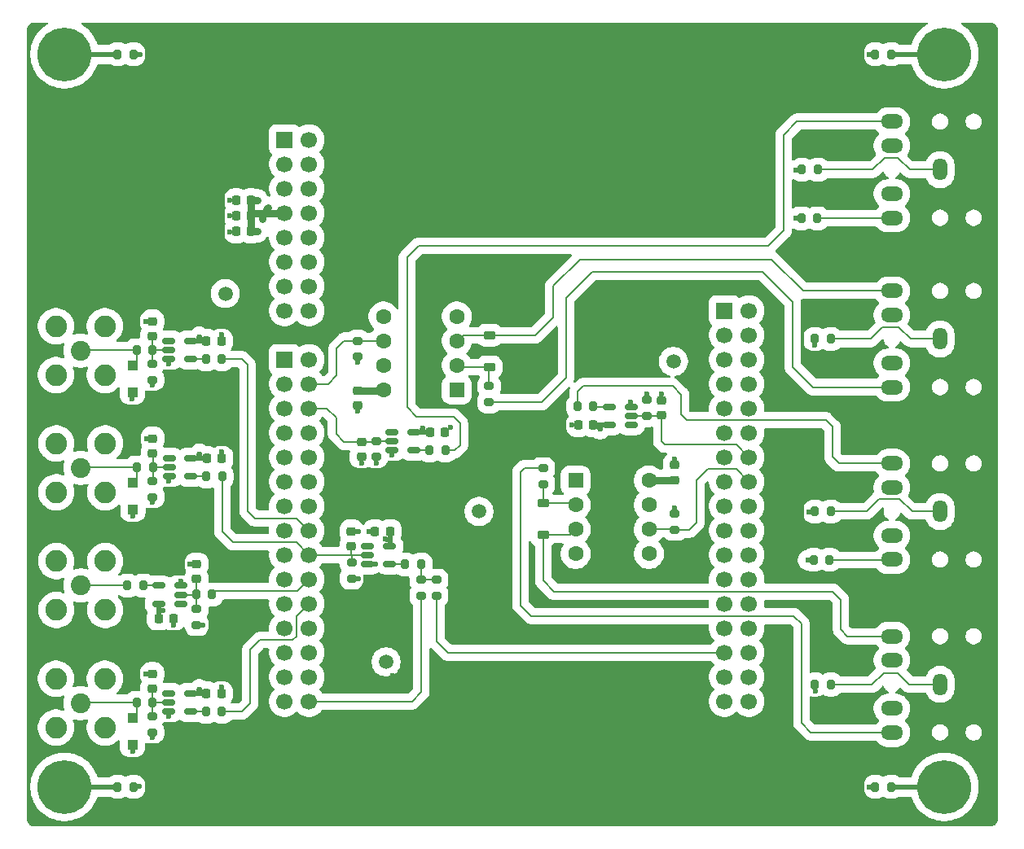
<source format=gbr>
%TF.GenerationSoftware,KiCad,Pcbnew,9.0.2*%
%TF.CreationDate,2025-06-26T21:31:22-07:00*%
%TF.ProjectId,tdm_b1,74646d5f-6231-42e6-9b69-6361645f7063,rev?*%
%TF.SameCoordinates,Original*%
%TF.FileFunction,Copper,L1,Top*%
%TF.FilePolarity,Positive*%
%FSLAX46Y46*%
G04 Gerber Fmt 4.6, Leading zero omitted, Abs format (unit mm)*
G04 Created by KiCad (PCBNEW 9.0.2) date 2025-06-26 21:31:22*
%MOMM*%
%LPD*%
G01*
G04 APERTURE LIST*
G04 Aperture macros list*
%AMRoundRect*
0 Rectangle with rounded corners*
0 $1 Rounding radius*
0 $2 $3 $4 $5 $6 $7 $8 $9 X,Y pos of 4 corners*
0 Add a 4 corners polygon primitive as box body*
4,1,4,$2,$3,$4,$5,$6,$7,$8,$9,$2,$3,0*
0 Add four circle primitives for the rounded corners*
1,1,$1+$1,$2,$3*
1,1,$1+$1,$4,$5*
1,1,$1+$1,$6,$7*
1,1,$1+$1,$8,$9*
0 Add four rect primitives between the rounded corners*
20,1,$1+$1,$2,$3,$4,$5,0*
20,1,$1+$1,$4,$5,$6,$7,0*
20,1,$1+$1,$6,$7,$8,$9,0*
20,1,$1+$1,$8,$9,$2,$3,0*%
G04 Aperture macros list end*
%TA.AperFunction,ComponentPad*%
%ADD10C,5.600000*%
%TD*%
%TA.AperFunction,SMDPad,CuDef*%
%ADD11RoundRect,0.200000X0.275000X-0.200000X0.275000X0.200000X-0.275000X0.200000X-0.275000X-0.200000X0*%
%TD*%
%TA.AperFunction,SMDPad,CuDef*%
%ADD12RoundRect,0.150000X-0.512500X-0.150000X0.512500X-0.150000X0.512500X0.150000X-0.512500X0.150000X0*%
%TD*%
%TA.AperFunction,ComponentPad*%
%ADD13C,2.050000*%
%TD*%
%TA.AperFunction,ComponentPad*%
%ADD14C,2.250000*%
%TD*%
%TA.AperFunction,SMDPad,CuDef*%
%ADD15RoundRect,0.250000X-0.300000X0.300000X-0.300000X-0.300000X0.300000X-0.300000X0.300000X0.300000X0*%
%TD*%
%TA.AperFunction,SMDPad,CuDef*%
%ADD16RoundRect,0.225000X0.250000X-0.225000X0.250000X0.225000X-0.250000X0.225000X-0.250000X-0.225000X0*%
%TD*%
%TA.AperFunction,SMDPad,CuDef*%
%ADD17RoundRect,0.225000X0.225000X0.250000X-0.225000X0.250000X-0.225000X-0.250000X0.225000X-0.250000X0*%
%TD*%
%TA.AperFunction,SMDPad,CuDef*%
%ADD18RoundRect,0.225000X-0.250000X0.225000X-0.250000X-0.225000X0.250000X-0.225000X0.250000X0.225000X0*%
%TD*%
%TA.AperFunction,SMDPad,CuDef*%
%ADD19RoundRect,0.200000X-0.200000X-0.275000X0.200000X-0.275000X0.200000X0.275000X-0.200000X0.275000X0*%
%TD*%
%TA.AperFunction,SMDPad,CuDef*%
%ADD20RoundRect,0.225000X-0.225000X-0.250000X0.225000X-0.250000X0.225000X0.250000X-0.225000X0.250000X0*%
%TD*%
%TA.AperFunction,ComponentPad*%
%ADD21O,2.300000X1.500000*%
%TD*%
%TA.AperFunction,ComponentPad*%
%ADD22O,1.500000X2.300000*%
%TD*%
%TA.AperFunction,ComponentPad*%
%ADD23R,1.700000X1.700000*%
%TD*%
%TA.AperFunction,ComponentPad*%
%ADD24C,1.700000*%
%TD*%
%TA.AperFunction,SMDPad,CuDef*%
%ADD25RoundRect,0.150000X0.512500X0.150000X-0.512500X0.150000X-0.512500X-0.150000X0.512500X-0.150000X0*%
%TD*%
%TA.AperFunction,SMDPad,CuDef*%
%ADD26RoundRect,0.200000X-0.275000X0.200000X-0.275000X-0.200000X0.275000X-0.200000X0.275000X0.200000X0*%
%TD*%
%TA.AperFunction,SMDPad,CuDef*%
%ADD27RoundRect,0.200000X0.200000X0.275000X-0.200000X0.275000X-0.200000X-0.275000X0.200000X-0.275000X0*%
%TD*%
%TA.AperFunction,ComponentPad*%
%ADD28C,1.500000*%
%TD*%
%TA.AperFunction,SMDPad,CuDef*%
%ADD29RoundRect,0.225000X0.375000X-0.225000X0.375000X0.225000X-0.375000X0.225000X-0.375000X-0.225000X0*%
%TD*%
%TA.AperFunction,ComponentPad*%
%ADD30RoundRect,0.250000X0.550000X0.550000X-0.550000X0.550000X-0.550000X-0.550000X0.550000X-0.550000X0*%
%TD*%
%TA.AperFunction,ComponentPad*%
%ADD31C,1.600000*%
%TD*%
%TA.AperFunction,SMDPad,CuDef*%
%ADD32RoundRect,0.225000X-0.375000X0.225000X-0.375000X-0.225000X0.375000X-0.225000X0.375000X0.225000X0*%
%TD*%
%TA.AperFunction,ComponentPad*%
%ADD33RoundRect,0.250000X-0.550000X-0.550000X0.550000X-0.550000X0.550000X0.550000X-0.550000X0.550000X0*%
%TD*%
%TA.AperFunction,ViaPad*%
%ADD34C,0.600000*%
%TD*%
%TA.AperFunction,Conductor*%
%ADD35C,0.177800*%
%TD*%
%TA.AperFunction,Conductor*%
%ADD36C,0.508000*%
%TD*%
%TA.AperFunction,Conductor*%
%ADD37C,0.762000*%
%TD*%
G04 APERTURE END LIST*
D10*
%TO.P,H2,1,1*%
%TO.N,Net-(H2-Pad1)*%
X185420000Y-143510000D03*
%TD*%
D11*
%TO.P,R39,1*%
%TO.N,Net-(D4-K)*%
X143733600Y-112026200D03*
%TO.P,R39,2*%
%TO.N,Net-(J3-PadR)*%
X143733600Y-110376200D03*
%TD*%
D12*
%TO.P,U9,1,NC*%
%TO.N,unconnected-(U9-NC-Pad1)*%
X128001600Y-106608800D03*
%TO.P,U9,2*%
%TO.N,/USART2_B_TX___PD6*%
X128001600Y-107558800D03*
%TO.P,U9,3,GND*%
%TO.N,GND*%
X128001600Y-108508800D03*
%TO.P,U9,4*%
%TO.N,Net-(R51-Pad1)*%
X130276600Y-108508800D03*
%TO.P,U9,5,VCC*%
%TO.N,VDD*%
X130276600Y-106608800D03*
%TD*%
D13*
%TO.P,J11,1,In*%
%TO.N,Net-(D2-K)*%
X95631200Y-98132600D03*
D14*
%TO.P,J11,2,Ext*%
%TO.N,GND*%
X93091200Y-95592600D03*
X93091200Y-100672600D03*
X98171200Y-95592600D03*
X98171200Y-100672600D03*
%TD*%
D15*
%TO.P,D1,1,K*%
%TO.N,Net-(D1-K)*%
X101079200Y-111845600D03*
%TO.P,D1,2,A*%
%TO.N,GND*%
X101079200Y-114645600D03*
%TD*%
%TO.P,D2,1,K*%
%TO.N,Net-(D2-K)*%
X101041400Y-99653600D03*
%TO.P,D2,2,A*%
%TO.N,GND*%
X101041400Y-102453600D03*
%TD*%
D16*
%TO.P,C28,1*%
%TO.N,VDD*%
X157398800Y-111582800D03*
%TO.P,C28,2*%
%TO.N,GND*%
X157398800Y-110032800D03*
%TD*%
D17*
%TO.P,C29,1*%
%TO.N,VDD*%
X113360200Y-84124800D03*
%TO.P,C29,2*%
%TO.N,GND*%
X111810200Y-84124800D03*
%TD*%
D10*
%TO.P,H3,1,1*%
%TO.N,Net-(H3-Pad1)*%
X185420000Y-67310000D03*
%TD*%
D18*
%TO.P,C33,1*%
%TO.N,VDD*%
X124439600Y-102285200D03*
%TO.P,C33,2*%
%TO.N,GND*%
X124439600Y-103835200D03*
%TD*%
D19*
%TO.P,R49,1*%
%TO.N,GND*%
X170625000Y-79320400D03*
%TO.P,R49,2*%
%TO.N,Net-(J4-PadS)*%
X172275000Y-79320400D03*
%TD*%
D20*
%TO.P,C35,1*%
%TO.N,VDD*%
X131957900Y-106593600D03*
%TO.P,C35,2*%
%TO.N,GND*%
X133507900Y-106593600D03*
%TD*%
D19*
%TO.P,R28,1*%
%TO.N,Net-(D3-K)*%
X101461000Y-134762400D03*
%TO.P,R28,2*%
%TO.N,Net-(C21-Pad1)*%
X103111000Y-134762400D03*
%TD*%
D10*
%TO.P,H4,1,1*%
%TO.N,Net-(H4-Pad1)*%
X93980000Y-67310000D03*
%TD*%
D21*
%TO.P,J4,10*%
%TO.N,N/C*%
X179971800Y-76820400D03*
%TO.P,J4,11*%
X179971800Y-81820400D03*
%TO.P,J4,R*%
%TO.N,Net-(J4-PadR)*%
X179971800Y-84320400D03*
D22*
%TO.P,J4,S*%
%TO.N,Net-(J4-PadS)*%
X184971800Y-79320400D03*
D21*
%TO.P,J4,T*%
%TO.N,/midi_out2/MIDI_OUT*%
X179971800Y-74320400D03*
%TD*%
D19*
%TO.P,R48,1*%
%TO.N,GND*%
X171971200Y-114873400D03*
%TO.P,R48,2*%
%TO.N,Net-(J2-PadS)*%
X173621200Y-114873400D03*
%TD*%
D23*
%TO.P,J9,1,Pin_1*%
%TO.N,unconnected-(J9-Pin_1-Pad1)*%
X116840000Y-99060000D03*
D24*
%TO.P,J9,2,Pin_2*%
%TO.N,unconnected-(J9-Pin_2-Pad2)*%
X119380000Y-99060000D03*
%TO.P,J9,3,Pin_3*%
%TO.N,unconnected-(J9-Pin_3-Pad3)*%
X116840000Y-101600000D03*
%TO.P,J9,4,Pin_4*%
%TO.N,/USART2_B_RX___PD6*%
X119380000Y-101600000D03*
%TO.P,J9,5,Pin_5*%
%TO.N,unconnected-(J9-Pin_5-Pad5)*%
X116840000Y-104140000D03*
%TO.P,J9,6,Pin_6*%
%TO.N,/USART2_B_TX___PD6*%
X119380000Y-104140000D03*
%TO.P,J9,7,Pin_7*%
%TO.N,unconnected-(J9-Pin_7-Pad7)*%
X116840000Y-106680000D03*
%TO.P,J9,8,Pin_8*%
%TO.N,/PD4*%
X119380000Y-106680000D03*
%TO.P,J9,9,Pin_9*%
%TO.N,unconnected-(J9-Pin_9-Pad9)*%
X116840000Y-109220000D03*
%TO.P,J9,10,Pin_10*%
%TO.N,/PD3*%
X119380000Y-109220000D03*
%TO.P,J9,11,Pin_11*%
%TO.N,unconnected-(J9-Pin_11-Pad11)*%
X116840000Y-111760000D03*
%TO.P,J9,12,Pin_12*%
%TO.N,GND*%
X119380000Y-111760000D03*
%TO.P,J9,13,Pin_13*%
%TO.N,unconnected-(J9-Pin_13-Pad13)*%
X116840000Y-114300000D03*
%TO.P,J9,14,Pin_14*%
%TO.N,/SAI1_A_MCLK___PE2*%
X119380000Y-114300000D03*
%TO.P,J9,15,Pin_15*%
%TO.N,/IO_PA7*%
X116840000Y-116840000D03*
%TO.P,J9,16,Pin_16*%
%TO.N,/SAI1_A_FS___PE4*%
X119380000Y-116840000D03*
%TO.P,J9,17,Pin_17*%
%TO.N,unconnected-(J9-Pin_17-Pad17)*%
X116840000Y-119380000D03*
%TO.P,J9,18,Pin_18*%
%TO.N,/SAI1_A_SCK___PE5*%
X119380000Y-119380000D03*
%TO.P,J9,19,Pin_19*%
%TO.N,/I2C2_B_SCL*%
X116840000Y-121920000D03*
%TO.P,J9,20,Pin_20*%
%TO.N,/SAI1_A_SD___PE6*%
X119380000Y-121920000D03*
%TO.P,J9,21,Pin_21*%
%TO.N,/I2C2_B_SDA*%
X116840000Y-124460000D03*
%TO.P,J9,22,Pin_22*%
%TO.N,/SAI1_B_SD___PE3*%
X119380000Y-124460000D03*
%TO.P,J9,23,Pin_23*%
%TO.N,GND*%
X116840000Y-127000000D03*
%TO.P,J9,24,Pin_24*%
%TO.N,/SAI1_B_SCK___PF8*%
X119380000Y-127000000D03*
%TO.P,J9,25,Pin_25*%
%TO.N,unconnected-(J9-Pin_25-Pad25)*%
X116840000Y-129540000D03*
%TO.P,J9,26,Pin_26*%
%TO.N,/SAI1_B_MCLK___PF7*%
X119380000Y-129540000D03*
%TO.P,J9,27,Pin_27*%
%TO.N,unconnected-(J9-Pin_27-Pad27)*%
X116840000Y-132080000D03*
%TO.P,J9,28,Pin_28*%
%TO.N,/SAI1_B_FS___PF9*%
X119380000Y-132080000D03*
%TO.P,J9,29,Pin_29*%
%TO.N,unconnected-(J9-Pin_29-Pad29)*%
X116840000Y-134620000D03*
%TO.P,J9,30,Pin_30*%
%TO.N,/IO_PG1*%
X119380000Y-134620000D03*
%TD*%
D19*
%TO.P,R27,1*%
%TO.N,Net-(R27-Pad1)*%
X108687800Y-99034600D03*
%TO.P,R27,2*%
%TO.N,/SAI1_A_FS___PE4*%
X110337800Y-99034600D03*
%TD*%
D25*
%TO.P,U7,1,NC*%
%TO.N,unconnected-(U7-NC-Pad1)*%
X152857200Y-105867200D03*
%TO.P,U7,2*%
%TO.N,/USART6_A_TX*%
X152857200Y-104917200D03*
%TO.P,U7,3,GND*%
%TO.N,GND*%
X152857200Y-103967200D03*
%TO.P,U7,4*%
%TO.N,Net-(R42-Pad1)*%
X150582200Y-103967200D03*
%TO.P,U7,5,VCC*%
%TO.N,VDD*%
X150582200Y-105867200D03*
%TD*%
D16*
%TO.P,C17,1*%
%TO.N,Net-(C17-Pad1)*%
X103136600Y-108826600D03*
%TO.P,C17,2*%
%TO.N,GND*%
X103136600Y-107276600D03*
%TD*%
D19*
%TO.P,R3,1*%
%TO.N,Net-(H1-Pad1)*%
X99505000Y-143510000D03*
%TO.P,R3,2*%
%TO.N,GND*%
X101155000Y-143510000D03*
%TD*%
%TO.P,R51,1*%
%TO.N,Net-(R51-Pad1)*%
X131908700Y-108524000D03*
%TO.P,R51,2*%
%TO.N,/midi_out2/MIDI_OUT*%
X133558700Y-108524000D03*
%TD*%
D16*
%TO.P,C25,1*%
%TO.N,/SAI1_A_SCK___PE5*%
X123799600Y-118478400D03*
%TO.P,C25,2*%
%TO.N,GND*%
X123799600Y-116928400D03*
%TD*%
D23*
%TO.P,J8,1,Pin_1*%
%TO.N,unconnected-(J8-Pin_1-Pad1)*%
X116840000Y-76200000D03*
D24*
%TO.P,J8,2,Pin_2*%
%TO.N,unconnected-(J8-Pin_2-Pad2)*%
X119380000Y-76200000D03*
%TO.P,J8,3,Pin_3*%
%TO.N,/IOREF*%
X116840000Y-78740000D03*
%TO.P,J8,4,Pin_4*%
%TO.N,unconnected-(J8-Pin_4-Pad4)*%
X119380000Y-78740000D03*
%TO.P,J8,5,Pin_5*%
%TO.N,unconnected-(J8-Pin_5-Pad5)*%
X116840000Y-81280000D03*
%TO.P,J8,6,Pin_6*%
%TO.N,unconnected-(J8-Pin_6-Pad6)*%
X119380000Y-81280000D03*
%TO.P,J8,7,Pin_7*%
%TO.N,VDD*%
X116840000Y-83820000D03*
%TO.P,J8,8,Pin_8*%
%TO.N,unconnected-(J8-Pin_8-Pad8)*%
X119380000Y-83820000D03*
%TO.P,J8,9,Pin_9*%
%TO.N,/CN8_5V*%
X116840000Y-86360000D03*
%TO.P,J8,10,Pin_10*%
%TO.N,unconnected-(J8-Pin_10-Pad10)*%
X119380000Y-86360000D03*
%TO.P,J8,11,Pin_11*%
%TO.N,GND*%
X116840000Y-88900000D03*
%TO.P,J8,12,Pin_12*%
%TO.N,unconnected-(J8-Pin_12-Pad12)*%
X119380000Y-88900000D03*
%TO.P,J8,13,Pin_13*%
%TO.N,GND*%
X116840000Y-91440000D03*
%TO.P,J8,14,Pin_14*%
%TO.N,/IO_PG2*%
X119380000Y-91440000D03*
%TO.P,J8,15,Pin_15*%
%TO.N,/VIN*%
X116840000Y-93980000D03*
%TO.P,J8,16,Pin_16*%
%TO.N,/IO_PG3*%
X119380000Y-93980000D03*
%TD*%
D25*
%TO.P,U5,1,NC*%
%TO.N,unconnected-(U5-NC-Pad1)*%
X106026700Y-124485600D03*
%TO.P,U5,2*%
%TO.N,Net-(C23-Pad1)*%
X106026700Y-123535600D03*
%TO.P,U5,3,GND*%
%TO.N,GND*%
X106026700Y-122585600D03*
%TO.P,U5,4*%
%TO.N,Net-(R33-Pad1)*%
X103751700Y-122585600D03*
%TO.P,U5,5,VCC*%
%TO.N,VDD*%
X103751700Y-124485600D03*
%TD*%
D12*
%TO.P,U6,1,NC*%
%TO.N,unconnected-(U6-NC-Pad1)*%
X125494700Y-118442400D03*
%TO.P,U6,2*%
%TO.N,/SAI1_A_SCK___PE5*%
X125494700Y-119392400D03*
%TO.P,U6,3,GND*%
%TO.N,GND*%
X125494700Y-120342400D03*
%TO.P,U6,4*%
%TO.N,Net-(R36-Pad1)*%
X127769700Y-120342400D03*
%TO.P,U6,5,VCC*%
%TO.N,VDD*%
X127769700Y-118442400D03*
%TD*%
D21*
%TO.P,J2,10*%
%TO.N,N/C*%
X179971800Y-112373400D03*
%TO.P,J2,11*%
X179971800Y-117373400D03*
%TO.P,J2,R*%
%TO.N,Net-(J2-PadR)*%
X179971800Y-119873400D03*
D22*
%TO.P,J2,S*%
%TO.N,Net-(J2-PadS)*%
X184971800Y-114873400D03*
D21*
%TO.P,J2,T*%
%TO.N,/midi_out1/MIDI_OUT*%
X179971800Y-109873400D03*
%TD*%
D11*
%TO.P,R45,1*%
%TO.N,VDD*%
X124439600Y-98754200D03*
%TO.P,R45,2*%
%TO.N,/USART2_B_RX___PD6*%
X124439600Y-97104200D03*
%TD*%
D17*
%TO.P,C26,1*%
%TO.N,VDD*%
X127801200Y-116928600D03*
%TO.P,C26,2*%
%TO.N,GND*%
X126251200Y-116928600D03*
%TD*%
D11*
%TO.P,R26,1*%
%TO.N,GND*%
X103098800Y-101167200D03*
%TO.P,R26,2*%
%TO.N,Net-(C19-Pad1)*%
X103098800Y-99517200D03*
%TD*%
D26*
%TO.P,R40,1*%
%TO.N,VDD*%
X157398800Y-115113800D03*
%TO.P,R40,2*%
%TO.N,/USART6_A_RX*%
X157398800Y-116763800D03*
%TD*%
D27*
%TO.P,R5,1*%
%TO.N,Net-(H3-Pad1)*%
X179895000Y-67310000D03*
%TO.P,R5,2*%
%TO.N,GND*%
X178245000Y-67310000D03*
%TD*%
%TO.P,R33,1*%
%TO.N,Net-(R33-Pad1)*%
X102170400Y-122570400D03*
%TO.P,R33,2*%
%TO.N,Net-(J12-In)*%
X100520400Y-122570400D03*
%TD*%
D11*
%TO.P,R29,1*%
%TO.N,GND*%
X103098800Y-137834800D03*
%TO.P,R29,2*%
%TO.N,Net-(C21-Pad1)*%
X103098800Y-136184800D03*
%TD*%
D17*
%TO.P,C30,1*%
%TO.N,VDD*%
X113360200Y-82499200D03*
%TO.P,C30,2*%
%TO.N,GND*%
X111810200Y-82499200D03*
%TD*%
%TO.P,C27,1*%
%TO.N,VDD*%
X113360200Y-85725000D03*
%TO.P,C27,2*%
%TO.N,GND*%
X111810200Y-85725000D03*
%TD*%
D28*
%TO.P,TP2,1,1*%
%TO.N,GND*%
X110693200Y-92202000D03*
%TD*%
D16*
%TO.P,C31,1*%
%TO.N,/USART6_A_TX*%
X156012300Y-104867000D03*
%TO.P,C31,2*%
%TO.N,GND*%
X156012300Y-103317000D03*
%TD*%
D19*
%TO.P,R24,1*%
%TO.N,Net-(R24-Pad1)*%
X108725600Y-111226600D03*
%TO.P,R24,2*%
%TO.N,/SAI1_A_SCK___PE5*%
X110375600Y-111226600D03*
%TD*%
D27*
%TO.P,R38,1*%
%TO.N,Net-(J2-PadR)*%
X173494200Y-119888000D03*
%TO.P,R38,2*%
%TO.N,VDD*%
X171844200Y-119888000D03*
%TD*%
D16*
%TO.P,C23,1*%
%TO.N,Net-(C23-Pad1)*%
X107708600Y-121897600D03*
%TO.P,C23,2*%
%TO.N,GND*%
X107708600Y-120347600D03*
%TD*%
D19*
%TO.P,R22,1*%
%TO.N,Net-(D1-K)*%
X101498800Y-110286800D03*
%TO.P,R22,2*%
%TO.N,Net-(C17-Pad1)*%
X103148800Y-110286800D03*
%TD*%
D11*
%TO.P,R23,1*%
%TO.N,GND*%
X103136600Y-113359200D03*
%TO.P,R23,2*%
%TO.N,Net-(C17-Pad1)*%
X103136600Y-111709200D03*
%TD*%
D20*
%TO.P,C22,1*%
%TO.N,VDD*%
X108724600Y-133797200D03*
%TO.P,C22,2*%
%TO.N,GND*%
X110274600Y-133797200D03*
%TD*%
D19*
%TO.P,R50,1*%
%TO.N,GND*%
X171971200Y-96930200D03*
%TO.P,R50,2*%
%TO.N,Net-(J5-PadS)*%
X173621200Y-96930200D03*
%TD*%
D15*
%TO.P,D3,1,K*%
%TO.N,Net-(D3-K)*%
X101041400Y-136321200D03*
%TO.P,D3,2,A*%
%TO.N,GND*%
X101041400Y-139121200D03*
%TD*%
D19*
%TO.P,R36,1*%
%TO.N,Net-(R36-Pad1)*%
X129388600Y-120383000D03*
%TO.P,R36,2*%
%TO.N,/buffer/OUT*%
X131038600Y-120383000D03*
%TD*%
D12*
%TO.P,U3,1,NC*%
%TO.N,unconnected-(U3-NC-Pad1)*%
X104806100Y-97119400D03*
%TO.P,U3,2*%
%TO.N,Net-(C19-Pad1)*%
X104806100Y-98069400D03*
%TO.P,U3,3,GND*%
%TO.N,GND*%
X104806100Y-99019400D03*
%TO.P,U3,4*%
%TO.N,Net-(R27-Pad1)*%
X107081100Y-99019400D03*
%TO.P,U3,5,VCC*%
%TO.N,VDD*%
X107081100Y-97119400D03*
%TD*%
D21*
%TO.P,J3,10*%
%TO.N,N/C*%
X179971800Y-130342000D03*
%TO.P,J3,11*%
X179971800Y-135342000D03*
%TO.P,J3,R*%
%TO.N,Net-(J3-PadR)*%
X179971800Y-137842000D03*
D22*
%TO.P,J3,S*%
%TO.N,Net-(J3-PadS)*%
X184971800Y-132842000D03*
D21*
%TO.P,J3,T*%
%TO.N,Net-(D4-A)*%
X179971800Y-127842000D03*
%TD*%
D28*
%TO.P,TP3,1,1*%
%TO.N,GND*%
X157276800Y-99263200D03*
%TD*%
D16*
%TO.P,C21,1*%
%TO.N,Net-(C21-Pad1)*%
X103098800Y-133302200D03*
%TO.P,C21,2*%
%TO.N,GND*%
X103098800Y-131752200D03*
%TD*%
D28*
%TO.P,TP4,1,1*%
%TO.N,GND*%
X137058400Y-114858800D03*
%TD*%
D19*
%TO.P,R47,1*%
%TO.N,GND*%
X171971200Y-132867400D03*
%TO.P,R47,2*%
%TO.N,Net-(J3-PadS)*%
X173621200Y-132867400D03*
%TD*%
D17*
%TO.P,C32,1*%
%TO.N,VDD*%
X148900900Y-105882400D03*
%TO.P,C32,2*%
%TO.N,GND*%
X147350900Y-105882400D03*
%TD*%
D27*
%TO.P,R4,1*%
%TO.N,Net-(H2-Pad1)*%
X179895000Y-143510000D03*
%TO.P,R4,2*%
%TO.N,GND*%
X178245000Y-143510000D03*
%TD*%
D19*
%TO.P,R6,1*%
%TO.N,Net-(H4-Pad1)*%
X99505000Y-67310000D03*
%TO.P,R6,2*%
%TO.N,GND*%
X101155000Y-67310000D03*
%TD*%
D12*
%TO.P,U2,1,NC*%
%TO.N,unconnected-(U2-NC-Pad1)*%
X104843900Y-109311400D03*
%TO.P,U2,2*%
%TO.N,Net-(C17-Pad1)*%
X104843900Y-110261400D03*
%TO.P,U2,3,GND*%
%TO.N,GND*%
X104843900Y-111211400D03*
%TO.P,U2,4*%
%TO.N,Net-(R24-Pad1)*%
X107118900Y-111211400D03*
%TO.P,U2,5,VCC*%
%TO.N,VDD*%
X107118900Y-109311400D03*
%TD*%
D29*
%TO.P,D5,1,K*%
%TO.N,Net-(D5-K)*%
X138130200Y-99846400D03*
%TO.P,D5,2,A*%
%TO.N,Net-(D5-A)*%
X138130200Y-96546400D03*
%TD*%
D27*
%TO.P,R31,1*%
%TO.N,/SAI1_A_SD___PE6*%
X109307800Y-123510200D03*
%TO.P,R31,2*%
%TO.N,Net-(C23-Pad1)*%
X107657800Y-123510200D03*
%TD*%
D11*
%TO.P,R35,1*%
%TO.N,GND*%
X123812800Y-121830400D03*
%TO.P,R35,2*%
%TO.N,/SAI1_A_SCK___PE5*%
X123812800Y-120180400D03*
%TD*%
D20*
%TO.P,C20,1*%
%TO.N,VDD*%
X108724600Y-97129600D03*
%TO.P,C20,2*%
%TO.N,GND*%
X110274600Y-97129600D03*
%TD*%
D12*
%TO.P,U4,1,NC*%
%TO.N,unconnected-(U4-NC-Pad1)*%
X104806100Y-133787000D03*
%TO.P,U4,2*%
%TO.N,Net-(C21-Pad1)*%
X104806100Y-134737000D03*
%TO.P,U4,3,GND*%
%TO.N,GND*%
X104806100Y-135687000D03*
%TO.P,U4,4*%
%TO.N,Net-(R30-Pad1)*%
X107081100Y-135687000D03*
%TO.P,U4,5,VCC*%
%TO.N,VDD*%
X107081100Y-133787000D03*
%TD*%
D26*
%TO.P,R34,1*%
%TO.N,/buffer/OUT*%
X132638800Y-121984000D03*
%TO.P,R34,2*%
%TO.N,/TIM2_CH1___PA0*%
X132638800Y-123634000D03*
%TD*%
D16*
%TO.P,C19,1*%
%TO.N,Net-(C19-Pad1)*%
X103098800Y-96634600D03*
%TO.P,C19,2*%
%TO.N,GND*%
X103098800Y-95084600D03*
%TD*%
D21*
%TO.P,J5,10*%
%TO.N,N/C*%
X179971800Y-94430200D03*
%TO.P,J5,11*%
X179971800Y-99430200D03*
%TO.P,J5,R*%
%TO.N,Net-(J5-PadR)*%
X179971800Y-101930200D03*
D22*
%TO.P,J5,S*%
%TO.N,Net-(J5-PadS)*%
X184971800Y-96930200D03*
D21*
%TO.P,J5,T*%
%TO.N,Net-(D5-A)*%
X179971800Y-91930200D03*
%TD*%
D26*
%TO.P,R44,1*%
%TO.N,Net-(D5-K)*%
X138104800Y-101841800D03*
%TO.P,R44,2*%
%TO.N,Net-(J5-PadR)*%
X138104800Y-103491800D03*
%TD*%
D20*
%TO.P,C18,1*%
%TO.N,VDD*%
X108762400Y-109321600D03*
%TO.P,C18,2*%
%TO.N,GND*%
X110312400Y-109321600D03*
%TD*%
D13*
%TO.P,J10,1,In*%
%TO.N,Net-(D1-K)*%
X95669000Y-110324600D03*
D14*
%TO.P,J10,2,Ext*%
%TO.N,GND*%
X93129000Y-107784600D03*
X93129000Y-112864600D03*
X98209000Y-107784600D03*
X98209000Y-112864600D03*
%TD*%
D10*
%TO.P,H1,1,1*%
%TO.N,Net-(H1-Pad1)*%
X93980000Y-143510000D03*
%TD*%
D26*
%TO.P,R37,1*%
%TO.N,/buffer/OUT*%
X131064000Y-121984000D03*
%TO.P,R37,2*%
%TO.N,/IO_PG1*%
X131064000Y-123634000D03*
%TD*%
%TO.P,R41,1*%
%TO.N,GND*%
X154513700Y-103267200D03*
%TO.P,R41,2*%
%TO.N,/USART6_A_TX*%
X154513700Y-104917200D03*
%TD*%
D11*
%TO.P,R32,1*%
%TO.N,GND*%
X107708600Y-126672000D03*
%TO.P,R32,2*%
%TO.N,Net-(C23-Pad1)*%
X107708600Y-125022000D03*
%TD*%
D13*
%TO.P,J13,1,In*%
%TO.N,Net-(D3-K)*%
X95631200Y-134800200D03*
D14*
%TO.P,J13,2,Ext*%
%TO.N,GND*%
X93091200Y-132260200D03*
X93091200Y-137340200D03*
X98171200Y-132260200D03*
X98171200Y-137340200D03*
%TD*%
D13*
%TO.P,J12,1,In*%
%TO.N,Net-(J12-In)*%
X95669000Y-122570400D03*
D14*
%TO.P,J12,2,Ext*%
%TO.N,GND*%
X93129000Y-120030400D03*
X93129000Y-125110400D03*
X98209000Y-120030400D03*
X98209000Y-125110400D03*
%TD*%
D30*
%TO.P,U8,1,NC*%
%TO.N,unconnected-(U8-NC-Pad1)*%
X134747000Y-102209600D03*
D31*
%TO.P,U8,2,A*%
%TO.N,Net-(D5-K)*%
X134747000Y-99669600D03*
%TO.P,U8,3,C*%
%TO.N,Net-(D5-A)*%
X134747000Y-97129600D03*
%TO.P,U8,4,NC*%
%TO.N,unconnected-(U8-NC-Pad4)*%
X134747000Y-94589600D03*
%TO.P,U8,5,GND*%
%TO.N,GND*%
X127127000Y-94589600D03*
%TO.P,U8,6,VO*%
%TO.N,/USART2_B_RX___PD6*%
X127127000Y-97129600D03*
%TO.P,U8,7,EN*%
%TO.N,unconnected-(U8-EN-Pad7)*%
X127127000Y-99669600D03*
%TO.P,U8,8,VCC*%
%TO.N,VDD*%
X127127000Y-102209600D03*
%TD*%
D28*
%TO.P,TP1,1,1*%
%TO.N,GND*%
X127406400Y-130505200D03*
%TD*%
D20*
%TO.P,C24,1*%
%TO.N,VDD*%
X103745600Y-125999400D03*
%TO.P,C24,2*%
%TO.N,GND*%
X105295600Y-125999400D03*
%TD*%
D27*
%TO.P,R43,1*%
%TO.N,Net-(J4-PadR)*%
X172224200Y-84378800D03*
%TO.P,R43,2*%
%TO.N,VDD*%
X170574200Y-84378800D03*
%TD*%
D23*
%TO.P,J1,1,Pin_1*%
%TO.N,unconnected-(J1-Pin_1-Pad1)*%
X162560000Y-93980000D03*
D24*
%TO.P,J1,2,Pin_2*%
%TO.N,unconnected-(J1-Pin_2-Pad2)*%
X165100000Y-93980000D03*
%TO.P,J1,3,Pin_3*%
%TO.N,unconnected-(J1-Pin_3-Pad3)*%
X162560000Y-96520000D03*
%TO.P,J1,4,Pin_4*%
%TO.N,/TIM1_CH1___PE9*%
X165100000Y-96520000D03*
%TO.P,J1,5,Pin_5*%
%TO.N,GND*%
X162560000Y-99060000D03*
%TO.P,J1,6,Pin_6*%
%TO.N,/TIM1_CH2___PE11*%
X165100000Y-99060000D03*
%TO.P,J1,7,Pin_7*%
%TO.N,unconnected-(J1-Pin_7-Pad7)*%
X162560000Y-101600000D03*
%TO.P,J1,8,Pin_8*%
%TO.N,unconnected-(J1-Pin_8-Pad8)*%
X165100000Y-101600000D03*
%TO.P,J1,9,Pin_9*%
%TO.N,unconnected-(J1-Pin_9-Pad9)*%
X162560000Y-104140000D03*
%TO.P,J1,10,Pin_10*%
%TO.N,unconnected-(J1-Pin_10-Pad10)*%
X165100000Y-104140000D03*
%TO.P,J1,11,Pin_11*%
%TO.N,unconnected-(J1-Pin_11-Pad11)*%
X162560000Y-106680000D03*
%TO.P,J1,12,Pin_12*%
%TO.N,unconnected-(J1-Pin_12-Pad12)*%
X165100000Y-106680000D03*
%TO.P,J1,13,Pin_13*%
%TO.N,unconnected-(J1-Pin_13-Pad13)*%
X162560000Y-109220000D03*
%TO.P,J1,14,Pin_14*%
%TO.N,/USART6_A_TX*%
X165100000Y-109220000D03*
%TO.P,J1,15,Pin_15*%
%TO.N,unconnected-(J1-Pin_15-Pad15)*%
X162560000Y-111760000D03*
%TO.P,J1,16,Pin_16*%
%TO.N,/USART6_A_RX*%
X165100000Y-111760000D03*
%TO.P,J1,17,Pin_17*%
%TO.N,GND*%
X162560000Y-114300000D03*
%TO.P,J1,18,Pin_18*%
%TO.N,unconnected-(J1-Pin_18-Pad18)*%
X165100000Y-114300000D03*
%TO.P,J1,19,Pin_19*%
%TO.N,unconnected-(J1-Pin_19-Pad19)*%
X162560000Y-116840000D03*
%TO.P,J1,20,Pin_20*%
%TO.N,unconnected-(J1-Pin_20-Pad20)*%
X165100000Y-116840000D03*
%TO.P,J1,21,Pin_21*%
%TO.N,unconnected-(J1-Pin_21-Pad21)*%
X162560000Y-119380000D03*
%TO.P,J1,22,Pin_22*%
%TO.N,GND*%
X165100000Y-119380000D03*
%TO.P,J1,23,Pin_23*%
%TO.N,unconnected-(J1-Pin_23-Pad23)*%
X162560000Y-121920000D03*
%TO.P,J1,24,Pin_24*%
%TO.N,unconnected-(J1-Pin_24-Pad24)*%
X165100000Y-121920000D03*
%TO.P,J1,25,Pin_25*%
%TO.N,unconnected-(J1-Pin_25-Pad25)*%
X162560000Y-124460000D03*
%TO.P,J1,26,Pin_26*%
%TO.N,unconnected-(J1-Pin_26-Pad26)*%
X165100000Y-124460000D03*
%TO.P,J1,27,Pin_27*%
%TO.N,GND*%
X162560000Y-127000000D03*
%TO.P,J1,28,Pin_28*%
%TO.N,unconnected-(J1-Pin_28-Pad28)*%
X165100000Y-127000000D03*
%TO.P,J1,29,Pin_29*%
%TO.N,/TIM2_CH1___PA0*%
X162560000Y-129540000D03*
%TO.P,J1,30,Pin_30*%
%TO.N,unconnected-(J1-Pin_30-Pad30)*%
X165100000Y-129540000D03*
%TO.P,J1,31,Pin_31*%
%TO.N,unconnected-(J1-Pin_31-Pad31)*%
X162560000Y-132080000D03*
%TO.P,J1,32,Pin_32*%
%TO.N,unconnected-(J1-Pin_32-Pad32)*%
X165100000Y-132080000D03*
%TO.P,J1,33,Pin_33*%
%TO.N,unconnected-(J1-Pin_33-Pad33)*%
X162560000Y-134620000D03*
%TO.P,J1,34,Pin_34*%
%TO.N,unconnected-(J1-Pin_34-Pad34)*%
X165100000Y-134620000D03*
%TD*%
D27*
%TO.P,R42,1*%
%TO.N,Net-(R42-Pad1)*%
X148950100Y-103952000D03*
%TO.P,R42,2*%
%TO.N,/midi_out1/MIDI_OUT*%
X147300100Y-103952000D03*
%TD*%
D32*
%TO.P,D4,1,K*%
%TO.N,Net-(D4-K)*%
X143708200Y-114021600D03*
%TO.P,D4,2,A*%
%TO.N,Net-(D4-A)*%
X143708200Y-117321600D03*
%TD*%
D19*
%TO.P,R25,1*%
%TO.N,Net-(D2-K)*%
X101461000Y-98094800D03*
%TO.P,R25,2*%
%TO.N,Net-(C19-Pad1)*%
X103111000Y-98094800D03*
%TD*%
D33*
%TO.P,U1,1,NC*%
%TO.N,unconnected-(U1-NC-Pad1)*%
X147091400Y-111658400D03*
D31*
%TO.P,U1,2,A*%
%TO.N,Net-(D4-K)*%
X147091400Y-114198400D03*
%TO.P,U1,3,C*%
%TO.N,Net-(D4-A)*%
X147091400Y-116738400D03*
%TO.P,U1,4,NC*%
%TO.N,unconnected-(U1-NC-Pad4)*%
X147091400Y-119278400D03*
%TO.P,U1,5,GND*%
%TO.N,GND*%
X154711400Y-119278400D03*
%TO.P,U1,6,VO*%
%TO.N,/USART6_A_RX*%
X154711400Y-116738400D03*
%TO.P,U1,7,EN*%
%TO.N,unconnected-(U1-EN-Pad7)*%
X154711400Y-114198400D03*
%TO.P,U1,8,VCC*%
%TO.N,VDD*%
X154711400Y-111658400D03*
%TD*%
D11*
%TO.P,R46,1*%
%TO.N,GND*%
X126345100Y-109208800D03*
%TO.P,R46,2*%
%TO.N,/USART2_B_TX___PD6*%
X126345100Y-107558800D03*
%TD*%
D19*
%TO.P,R30,1*%
%TO.N,Net-(R30-Pad1)*%
X108687800Y-135702200D03*
%TO.P,R30,2*%
%TO.N,/SAI1_B_SD___PE3*%
X110337800Y-135702200D03*
%TD*%
D18*
%TO.P,C34,1*%
%TO.N,/USART2_B_TX___PD6*%
X124846500Y-107609000D03*
%TO.P,C34,2*%
%TO.N,GND*%
X124846500Y-109159000D03*
%TD*%
D34*
%TO.N,GND*%
X162560000Y-71120000D03*
X127000000Y-76200000D03*
X107022800Y-120386000D03*
X124485400Y-116916000D03*
X106057600Y-122087800D03*
X110287000Y-133149200D03*
X175260000Y-99720400D03*
X133350000Y-144780000D03*
X132080000Y-76200000D03*
X177622200Y-67310000D03*
X142240000Y-81280000D03*
X152400000Y-71120000D03*
X111175800Y-82499200D03*
X153670000Y-144780000D03*
X124485400Y-121843600D03*
X139649200Y-113487200D03*
X175006000Y-135737600D03*
X99060000Y-80010000D03*
X137160000Y-81280000D03*
X93980000Y-80010000D03*
X126365000Y-109804200D03*
X143459200Y-98907600D03*
X126339600Y-120345000D03*
X157480000Y-76200000D03*
X104140000Y-74930000D03*
X175717200Y-94589600D03*
X170027600Y-79349600D03*
X162560000Y-81280000D03*
X146710400Y-105892600D03*
X153670000Y-139700000D03*
X102476200Y-107276600D03*
X123190000Y-139700000D03*
X147320000Y-81280000D03*
X128117600Y-126898400D03*
X147320000Y-76200000D03*
X175006000Y-76606400D03*
X132080000Y-81280000D03*
X128117600Y-131978400D03*
X132080000Y-71120000D03*
X158750000Y-139700000D03*
X157480000Y-71120000D03*
X104140000Y-85090000D03*
X139649200Y-118567200D03*
X172974000Y-128930400D03*
X104800600Y-99504200D03*
X152400000Y-76200000D03*
X143510000Y-139700000D03*
X171958000Y-97586800D03*
X102438400Y-95084600D03*
X102438400Y-131752200D03*
X124434600Y-104444800D03*
X177647600Y-143510000D03*
X158750000Y-144780000D03*
X128270000Y-139700000D03*
X142240000Y-76200000D03*
X101015800Y-103149400D03*
X138430000Y-144780000D03*
X104800600Y-136171800D03*
X110324800Y-108673600D03*
X101803200Y-67310000D03*
X134569200Y-123647200D03*
X104838400Y-111696200D03*
X127000000Y-81280000D03*
X133350000Y-139700000D03*
X110287000Y-96481600D03*
X157403800Y-109397800D03*
X111150400Y-84124800D03*
X93980000Y-74930000D03*
X138430000Y-139700000D03*
X157480000Y-81280000D03*
X162560000Y-76200000D03*
X99060000Y-74930000D03*
X108369000Y-126659800D03*
X123037600Y-126898400D03*
X99060000Y-85090000D03*
X172008800Y-133553200D03*
X105270200Y-126659800D03*
X148590000Y-139700000D03*
X123190000Y-144780000D03*
X142240000Y-71120000D03*
X143332200Y-124129800D03*
X128016000Y-109016800D03*
X171348400Y-114909600D03*
X103136600Y-113931400D03*
X140665200Y-91338400D03*
X152831800Y-103454200D03*
X152400000Y-81280000D03*
X156032200Y-102641400D03*
X135585200Y-91338400D03*
X139649200Y-123647200D03*
X174142400Y-81788000D03*
X148590000Y-144780000D03*
X125628400Y-116916000D03*
X104140000Y-80010000D03*
X127000000Y-71120000D03*
X134569200Y-113487200D03*
X137160000Y-76200000D03*
X101777800Y-143484600D03*
X140563600Y-101600000D03*
X137160000Y-71120000D03*
X134569200Y-118567200D03*
X134086600Y-106095800D03*
X93980000Y-85090000D03*
X154508200Y-102666800D03*
X103098800Y-101739400D03*
X101092000Y-115366800D03*
X143510000Y-144780000D03*
X147320000Y-71120000D03*
X111175800Y-85775800D03*
X103098800Y-138407000D03*
X128270000Y-144780000D03*
X124841000Y-109804200D03*
X101041400Y-139854800D03*
X123037600Y-131978400D03*
X155346400Y-124333000D03*
%TO.N,VDD*%
X107975600Y-133352400D03*
X131191000Y-106172000D03*
X108013400Y-108876800D03*
X115112800Y-83261200D03*
X124434600Y-99339400D03*
X114528600Y-84404200D03*
X149631400Y-106324400D03*
X127355600Y-117754200D03*
X107975600Y-96684800D03*
X104178000Y-125161200D03*
X157403800Y-114528600D03*
X171246800Y-119938800D03*
X114020600Y-82473800D03*
X169951400Y-84378800D03*
X113995200Y-85750400D03*
%TD*%
D35*
%TO.N,GND*%
X104806100Y-136166300D02*
X104800600Y-136171800D01*
X156012300Y-103317000D02*
X156012300Y-102661300D01*
X171971200Y-97573600D02*
X171958000Y-97586800D01*
X157398800Y-110032800D02*
X157398800Y-109402800D01*
X157398800Y-109402800D02*
X157403800Y-109397800D01*
X178245000Y-67310000D02*
X177622200Y-67310000D01*
X125641000Y-116928600D02*
X125628400Y-116916000D01*
X103136600Y-113359200D02*
X103136600Y-113931400D01*
X125494700Y-120342400D02*
X126337000Y-120342400D01*
X123799600Y-116928400D02*
X124473000Y-116928400D01*
X152857200Y-103967200D02*
X152857200Y-103479600D01*
X101041400Y-102453600D02*
X101041400Y-103123800D01*
X171971200Y-114873400D02*
X171384600Y-114873400D01*
X104806100Y-99019400D02*
X104806100Y-99498700D01*
X101155000Y-67310000D02*
X101803200Y-67310000D01*
X111810200Y-85725000D02*
X111226600Y-85725000D01*
X107708600Y-126672000D02*
X108356800Y-126672000D01*
X171971200Y-133515600D02*
X172008800Y-133553200D01*
X110274600Y-133161600D02*
X110287000Y-133149200D01*
X170056800Y-79320400D02*
X170027600Y-79349600D01*
X105295600Y-126634400D02*
X105270200Y-126659800D01*
X104843900Y-111211400D02*
X104843900Y-111690700D01*
X101079200Y-114645600D02*
X101079200Y-115354000D01*
X133507900Y-106593600D02*
X133588800Y-106593600D01*
X126251200Y-116928600D02*
X125641000Y-116928600D01*
X133588800Y-106593600D02*
X134086600Y-106095800D01*
X106026700Y-122118700D02*
X106057600Y-122087800D01*
X123812800Y-121830400D02*
X124472200Y-121830400D01*
X103098800Y-131752200D02*
X102438400Y-131752200D01*
X101752400Y-143510000D02*
X101777800Y-143484600D01*
X108356800Y-126672000D02*
X108369000Y-126659800D01*
X103098800Y-95084600D02*
X102438400Y-95084600D01*
X128001600Y-109002400D02*
X128016000Y-109016800D01*
X103098800Y-137834800D02*
X103098800Y-138407000D01*
X126345100Y-109784300D02*
X126365000Y-109804200D01*
X105295600Y-125999400D02*
X105295600Y-126634400D01*
X110312400Y-108686000D02*
X110324800Y-108673600D01*
X152857200Y-103479600D02*
X152831800Y-103454200D01*
X170625000Y-79320400D02*
X170056800Y-79320400D01*
X111810200Y-82499200D02*
X111175800Y-82499200D01*
X104806100Y-135687000D02*
X104806100Y-136166300D01*
X110274600Y-133797200D02*
X110274600Y-133161600D01*
X124472200Y-121830400D02*
X124485400Y-121843600D01*
X171384600Y-114873400D02*
X171348400Y-114909600D01*
X101041400Y-103123800D02*
X101015800Y-103149400D01*
X104806100Y-99498700D02*
X104800600Y-99504200D01*
X107708600Y-120347600D02*
X107061200Y-120347600D01*
X178245000Y-143510000D02*
X177647600Y-143510000D01*
X124846500Y-109159000D02*
X124846500Y-109798700D01*
X126345100Y-109208800D02*
X126345100Y-109784300D01*
X101155000Y-143510000D02*
X101752400Y-143510000D01*
X171971200Y-132867400D02*
X171971200Y-133515600D01*
X154508200Y-102666800D02*
X154513700Y-102672300D01*
X124439600Y-104439800D02*
X124434600Y-104444800D01*
X110312400Y-109321600D02*
X110312400Y-108686000D01*
X156012300Y-102661300D02*
X156032200Y-102641400D01*
X154513700Y-102672300D02*
X154513700Y-103267200D01*
X111810200Y-84124800D02*
X111150400Y-84124800D01*
X103136600Y-107276600D02*
X102476200Y-107276600D01*
X124439600Y-103835200D02*
X124439600Y-104439800D01*
X101041400Y-139121200D02*
X101041400Y-139854800D01*
X126337000Y-120342400D02*
X126339600Y-120345000D01*
X106026700Y-122585600D02*
X106026700Y-122118700D01*
X104843900Y-111690700D02*
X104838400Y-111696200D01*
X107061200Y-120347600D02*
X107022800Y-120386000D01*
X101079200Y-115354000D02*
X101092000Y-115366800D01*
X124473000Y-116928400D02*
X124485400Y-116916000D01*
X146720600Y-105882400D02*
X146710400Y-105892600D01*
X128001600Y-108508800D02*
X128001600Y-109002400D01*
X111226600Y-85725000D02*
X111175800Y-85775800D01*
X103098800Y-101167200D02*
X103098800Y-101739400D01*
X147350900Y-105882400D02*
X146720600Y-105882400D01*
X124846500Y-109798700D02*
X124841000Y-109804200D01*
X171971200Y-96930200D02*
X171971200Y-97573600D01*
%TO.N,/TIM2_CH1___PA0*%
X132638800Y-128371600D02*
X133807200Y-129540000D01*
X133807200Y-129540000D02*
X162560000Y-129540000D01*
X132638800Y-123634000D02*
X132638800Y-128371600D01*
%TO.N,/USART6_A_TX*%
X156362400Y-107924600D02*
X156012300Y-107574500D01*
X152857200Y-104917200D02*
X154513700Y-104917200D01*
X163804600Y-107924600D02*
X156362400Y-107924600D01*
X155962100Y-104917200D02*
X156012300Y-104867000D01*
X165100000Y-109220000D02*
X163804600Y-107924600D01*
X156012300Y-107574500D02*
X156012300Y-104867000D01*
X154513700Y-104917200D02*
X155962100Y-104917200D01*
%TO.N,/USART6_A_RX*%
X154711400Y-116738400D02*
X157373400Y-116738400D01*
X159639000Y-111633000D02*
X160832800Y-110439200D01*
X163779200Y-110439200D02*
X165100000Y-111760000D01*
X157373400Y-116738400D02*
X157398800Y-116763800D01*
X160832800Y-110439200D02*
X163779200Y-110439200D01*
X158902400Y-116763800D02*
X159639000Y-116027200D01*
X159639000Y-116027200D02*
X159639000Y-111633000D01*
X157398800Y-116763800D02*
X158902400Y-116763800D01*
%TO.N,/SAI1_A_SD___PE6*%
X118135400Y-123164600D02*
X109653400Y-123164600D01*
X109653400Y-123164600D02*
X109307800Y-123510200D01*
X119380000Y-121920000D02*
X118135400Y-123164600D01*
%TO.N,/USART2_B_RX___PD6*%
X127127000Y-97129600D02*
X124465000Y-97129600D01*
X122275600Y-100711000D02*
X122275600Y-97866200D01*
X119380000Y-101600000D02*
X121386600Y-101600000D01*
X124465000Y-97129600D02*
X124439600Y-97104200D01*
X122275600Y-97866200D02*
X123037600Y-97104200D01*
X121386600Y-101600000D02*
X122275600Y-100711000D01*
X123037600Y-97104200D02*
X124439600Y-97104200D01*
%TO.N,/USART2_B_TX___PD6*%
X128001600Y-107558800D02*
X126345100Y-107558800D01*
X119380000Y-104140000D02*
X121208800Y-104140000D01*
X121208800Y-104140000D02*
X122199400Y-105130600D01*
X122199400Y-106807000D02*
X123001400Y-107609000D01*
X126294900Y-107609000D02*
X126345100Y-107558800D01*
X123001400Y-107609000D02*
X124846500Y-107609000D01*
X122199400Y-105130600D02*
X122199400Y-106807000D01*
X124846500Y-107609000D02*
X126294900Y-107609000D01*
%TO.N,/SAI1_A_SCK___PE5*%
X111506000Y-118084600D02*
X118084600Y-118084600D01*
X123799600Y-119380000D02*
X125482300Y-119380000D01*
X119380000Y-119380000D02*
X123799600Y-119380000D01*
X123812800Y-119393200D02*
X123799600Y-119380000D01*
X110375600Y-111226600D02*
X110375600Y-116954200D01*
X125482300Y-119380000D02*
X125494700Y-119392400D01*
X123812800Y-120180400D02*
X123812800Y-119393200D01*
X118084600Y-118084600D02*
X119380000Y-119380000D01*
X110375600Y-116954200D02*
X111506000Y-118084600D01*
X123799600Y-118478400D02*
X123799600Y-119380000D01*
%TO.N,/SAI1_B_SD___PE3*%
X114274600Y-128244600D02*
X117678200Y-128244600D01*
X117678200Y-128244600D02*
X118084600Y-127838200D01*
X112379600Y-135702200D02*
X113284000Y-134797800D01*
X113284000Y-129235200D02*
X114274600Y-128244600D01*
X113284000Y-134797800D02*
X113284000Y-129235200D01*
X118084600Y-125755400D02*
X119380000Y-124460000D01*
X118084600Y-127838200D02*
X118084600Y-125755400D01*
X110337800Y-135702200D02*
X112379600Y-135702200D01*
%TO.N,/IO_PG1*%
X130073400Y-134620000D02*
X119380000Y-134620000D01*
X131064000Y-123634000D02*
X131064000Y-133629400D01*
X131064000Y-133629400D02*
X130073400Y-134620000D01*
%TO.N,/SAI1_A_FS___PE4*%
X112979200Y-99593400D02*
X112979200Y-114808000D01*
X112420400Y-99034600D02*
X112979200Y-99593400D01*
X118110000Y-115570000D02*
X119380000Y-116840000D01*
X112979200Y-114808000D02*
X113741200Y-115570000D01*
X113741200Y-115570000D02*
X118110000Y-115570000D01*
X110337800Y-99034600D02*
X112420400Y-99034600D01*
%TO.N,Net-(C17-Pad1)*%
X103148800Y-110286800D02*
X103148800Y-108838800D01*
X104843900Y-110261400D02*
X103174200Y-110261400D01*
X103174200Y-110261400D02*
X103148800Y-110286800D01*
X103148800Y-110286800D02*
X103148800Y-111697000D01*
X103148800Y-111697000D02*
X103136600Y-111709200D01*
X103148800Y-108838800D02*
X103136600Y-108826600D01*
%TO.N,VDD*%
X157398800Y-114533600D02*
X157403800Y-114528600D01*
X171844200Y-119888000D02*
X171297600Y-119888000D01*
D36*
X149580600Y-105882400D02*
X149580600Y-106273600D01*
X148900900Y-105882400D02*
X149580600Y-105882400D01*
X103751700Y-125161200D02*
X103751700Y-125993300D01*
X107962600Y-109311400D02*
X107962600Y-108927600D01*
D37*
X114985800Y-83820000D02*
X114554000Y-83820000D01*
D35*
X157398800Y-115113800D02*
X157398800Y-114533600D01*
D36*
X107962600Y-109311400D02*
X108752200Y-109311400D01*
D37*
X114554000Y-83820000D02*
X113665000Y-83820000D01*
D36*
X131114800Y-106248200D02*
X131191000Y-106172000D01*
X103751700Y-125161200D02*
X104178000Y-125161200D01*
X107924800Y-133403200D02*
X107975600Y-133352400D01*
X127801200Y-116928600D02*
X127801200Y-117779600D01*
X103751700Y-125993300D02*
X103745600Y-125999400D01*
X131114800Y-106608800D02*
X131114800Y-106248200D01*
X107081100Y-133787000D02*
X107924800Y-133787000D01*
D35*
X170574200Y-84378800D02*
X169951400Y-84378800D01*
D36*
X130276600Y-106608800D02*
X131114800Y-106608800D01*
D37*
X116840000Y-83820000D02*
X114985800Y-83820000D01*
X114985800Y-83820000D02*
X114985800Y-83388200D01*
X114554000Y-83820000D02*
X114554000Y-84378800D01*
X154711400Y-111658400D02*
X157323200Y-111658400D01*
D36*
X107924800Y-96735600D02*
X107975600Y-96684800D01*
X107924800Y-133787000D02*
X108714400Y-133787000D01*
X127381000Y-117779600D02*
X127355600Y-117754200D01*
X131942700Y-106608800D02*
X131957900Y-106593600D01*
X107924800Y-97119400D02*
X108714400Y-97119400D01*
X107962600Y-108927600D02*
X108013400Y-108876800D01*
X131114800Y-106608800D02*
X131942700Y-106608800D01*
D35*
X124439600Y-99334400D02*
X124434600Y-99339400D01*
D37*
X113360200Y-82499200D02*
X113995200Y-82499200D01*
X114554000Y-84378800D02*
X114528600Y-84404200D01*
D36*
X107118900Y-109311400D02*
X107962600Y-109311400D01*
X127801200Y-118410900D02*
X127769700Y-118442400D01*
D37*
X113969800Y-85725000D02*
X113995200Y-85750400D01*
X113360200Y-85725000D02*
X113969800Y-85725000D01*
D36*
X149580600Y-106273600D02*
X149631400Y-106324400D01*
D37*
X113665000Y-83820000D02*
X113360200Y-84124800D01*
D36*
X107924800Y-133787000D02*
X107924800Y-133403200D01*
X127801200Y-117779600D02*
X127381000Y-117779600D01*
X108752200Y-109311400D02*
X108762400Y-109321600D01*
X103751700Y-124485600D02*
X103751700Y-125161200D01*
X127801200Y-117779600D02*
X127801200Y-118410900D01*
D37*
X113995200Y-82499200D02*
X114020600Y-82473800D01*
X114985800Y-83388200D02*
X115112800Y-83261200D01*
X124439600Y-102285200D02*
X127051400Y-102285200D01*
X127051400Y-102285200D02*
X127127000Y-102209600D01*
D35*
X124439600Y-98754200D02*
X124439600Y-99334400D01*
D36*
X150567000Y-105882400D02*
X150582200Y-105867200D01*
X107924800Y-97119400D02*
X107924800Y-96735600D01*
X108714400Y-133787000D02*
X108724600Y-133797200D01*
X149580600Y-105882400D02*
X150567000Y-105882400D01*
D35*
X171297600Y-119888000D02*
X171246800Y-119938800D01*
D36*
X108714400Y-97119400D02*
X108724600Y-97129600D01*
D37*
X113360200Y-82499200D02*
X113360200Y-85725000D01*
X157323200Y-111658400D02*
X157398800Y-111582800D01*
D36*
X107081100Y-97119400D02*
X107924800Y-97119400D01*
D35*
%TO.N,Net-(C19-Pad1)*%
X103111000Y-96646800D02*
X103098800Y-96634600D01*
X104806100Y-98069400D02*
X103136400Y-98069400D01*
X103111000Y-98094800D02*
X103111000Y-99505000D01*
X103111000Y-98094800D02*
X103111000Y-96646800D01*
X103136400Y-98069400D02*
X103111000Y-98094800D01*
X103111000Y-99505000D02*
X103098800Y-99517200D01*
%TO.N,Net-(C21-Pad1)*%
X103111000Y-136172600D02*
X103098800Y-136184800D01*
X103136400Y-134737000D02*
X103111000Y-134762400D01*
X103111000Y-134762400D02*
X103111000Y-136172600D01*
X103111000Y-133314400D02*
X103098800Y-133302200D01*
X103111000Y-134762400D02*
X103111000Y-133314400D01*
X104806100Y-134737000D02*
X103136400Y-134737000D01*
%TO.N,Net-(C23-Pad1)*%
X107632400Y-123535600D02*
X107657800Y-123510200D01*
X107708600Y-121897600D02*
X107708600Y-123459400D01*
X107708600Y-123561000D02*
X107657800Y-123510200D01*
X106026700Y-123535600D02*
X107632400Y-123535600D01*
X107708600Y-123459400D02*
X107657800Y-123510200D01*
X107708600Y-125022000D02*
X107708600Y-123561000D01*
%TO.N,Net-(D1-K)*%
X95706800Y-110286800D02*
X95669000Y-110324600D01*
X101498800Y-110286800D02*
X101498800Y-111426000D01*
X101498800Y-110286800D02*
X95706800Y-110286800D01*
X101498800Y-111426000D02*
X101079200Y-111845600D01*
%TO.N,Net-(D2-K)*%
X101461000Y-98094800D02*
X95669000Y-98094800D01*
X101461000Y-98094800D02*
X101461000Y-99234000D01*
X95669000Y-98094800D02*
X95631200Y-98132600D01*
X101461000Y-99234000D02*
X101041400Y-99653600D01*
%TO.N,Net-(D3-K)*%
X101461000Y-135901600D02*
X101041400Y-136321200D01*
X101461000Y-134762400D02*
X95669000Y-134762400D01*
X101461000Y-134762400D02*
X101461000Y-135901600D01*
X95669000Y-134762400D02*
X95631200Y-134800200D01*
%TO.N,Net-(R24-Pad1)*%
X108710400Y-111211400D02*
X108725600Y-111226600D01*
X107118900Y-111211400D02*
X108710400Y-111211400D01*
%TO.N,Net-(R27-Pad1)*%
X107081100Y-99019400D02*
X108672600Y-99019400D01*
X108672600Y-99019400D02*
X108687800Y-99034600D01*
%TO.N,Net-(R30-Pad1)*%
X107081100Y-135687000D02*
X108672600Y-135687000D01*
X108672600Y-135687000D02*
X108687800Y-135702200D01*
%TO.N,Net-(J12-In)*%
X100520400Y-122570400D02*
X95669000Y-122570400D01*
%TO.N,Net-(R33-Pad1)*%
X103736500Y-122570400D02*
X103751700Y-122585600D01*
X102170400Y-122570400D02*
X103736500Y-122570400D01*
%TO.N,Net-(R36-Pad1)*%
X129348000Y-120342400D02*
X129388600Y-120383000D01*
X127769700Y-120342400D02*
X129348000Y-120342400D01*
%TO.N,/buffer/OUT*%
X131038600Y-121958600D02*
X131064000Y-121984000D01*
X131038600Y-120383000D02*
X131038600Y-121958600D01*
X131064000Y-121984000D02*
X132638800Y-121984000D01*
%TO.N,Net-(D4-K)*%
X143733600Y-112026200D02*
X143733600Y-113996200D01*
X143733600Y-113996200D02*
X143708200Y-114021600D01*
X146914600Y-114021600D02*
X147091400Y-114198400D01*
X143708200Y-114021600D02*
X146914600Y-114021600D01*
%TO.N,Net-(D4-A)*%
X144830800Y-123190000D02*
X143708200Y-122067400D01*
X175365400Y-127842000D02*
X174663100Y-127139700D01*
X174663100Y-127139700D02*
X174663100Y-124040900D01*
X179971800Y-127842000D02*
X175365400Y-127842000D01*
X174663100Y-124040900D02*
X173812200Y-123190000D01*
X173812200Y-123190000D02*
X144830800Y-123190000D01*
X143708200Y-117321600D02*
X146508200Y-117321600D01*
X146508200Y-117321600D02*
X147091400Y-116738400D01*
X143708200Y-122067400D02*
X143708200Y-117321600D01*
%TO.N,Net-(J2-PadR)*%
X179957200Y-119888000D02*
X179971800Y-119873400D01*
X173494200Y-119888000D02*
X179957200Y-119888000D01*
%TO.N,Net-(J3-PadS)*%
X179095400Y-131648200D02*
X180543200Y-131648200D01*
X173621200Y-132867400D02*
X177876200Y-132867400D01*
X177876200Y-132867400D02*
X179095400Y-131648200D01*
X181737000Y-132842000D02*
X184971800Y-132842000D01*
X180543200Y-131648200D02*
X181737000Y-132842000D01*
%TO.N,Net-(J3-PadR)*%
X142468600Y-125730000D02*
X169773600Y-125730000D01*
X171522400Y-137842000D02*
X179971800Y-137842000D01*
X170561000Y-136880600D02*
X171522400Y-137842000D01*
X141376400Y-110744000D02*
X141376400Y-124637800D01*
X143733600Y-110376200D02*
X143695000Y-110337600D01*
X143695000Y-110337600D02*
X141782800Y-110337600D01*
X141782800Y-110337600D02*
X141376400Y-110744000D01*
X141376400Y-124637800D02*
X142468600Y-125730000D01*
X169773600Y-125730000D02*
X170561000Y-126517400D01*
X170561000Y-126517400D02*
X170561000Y-136880600D01*
%TO.N,Net-(R42-Pad1)*%
X150582200Y-103967200D02*
X148965300Y-103967200D01*
X148965300Y-103967200D02*
X148950100Y-103952000D01*
%TO.N,Net-(J2-PadS)*%
X173621200Y-114873400D02*
X177328200Y-114873400D01*
X182056400Y-114873400D02*
X184971800Y-114873400D01*
X177328200Y-114873400D02*
X178612800Y-113588800D01*
X180771800Y-113588800D02*
X182056400Y-114873400D01*
X178612800Y-113588800D02*
X180771800Y-113588800D01*
%TO.N,Net-(D5-A)*%
X144754600Y-91414600D02*
X147523200Y-88646000D01*
X138130200Y-96546400D02*
X135330200Y-96546400D01*
X142874000Y-96546400D02*
X144754600Y-94665800D01*
X144754600Y-94665800D02*
X144754600Y-91414600D01*
X138130200Y-96546400D02*
X142874000Y-96546400D01*
X170746400Y-91930200D02*
X179971800Y-91930200D01*
X135330200Y-96546400D02*
X134747000Y-97129600D01*
X147523200Y-88646000D02*
X167462200Y-88646000D01*
X167462200Y-88646000D02*
X170746400Y-91930200D01*
%TO.N,Net-(D5-K)*%
X138104800Y-101841800D02*
X138104800Y-99871800D01*
X134923800Y-99846400D02*
X134747000Y-99669600D01*
X138130200Y-99846400D02*
X134923800Y-99846400D01*
X138104800Y-99871800D02*
X138130200Y-99846400D01*
%TO.N,/midi_out1/MIDI_OUT*%
X174465600Y-109873400D02*
X179971800Y-109873400D01*
X173786800Y-106070400D02*
X173786800Y-109194600D01*
X147300100Y-102432700D02*
X147904200Y-101828600D01*
X147904200Y-101828600D02*
X157175200Y-101828600D01*
X173786800Y-109194600D02*
X174465600Y-109873400D01*
X147300100Y-103952000D02*
X147300100Y-102432700D01*
X158038800Y-102692200D02*
X158038800Y-104775000D01*
X158648400Y-105384600D02*
X173101000Y-105384600D01*
X173101000Y-105384600D02*
X173786800Y-106070400D01*
X158038800Y-104775000D02*
X158648400Y-105384600D01*
X157175200Y-101828600D02*
X158038800Y-102692200D01*
%TO.N,Net-(J4-PadR)*%
X172224200Y-84378800D02*
X179913400Y-84378800D01*
X179913400Y-84378800D02*
X179971800Y-84320400D01*
%TO.N,/midi_out2/MIDI_OUT*%
X130759200Y-87249000D02*
X167132000Y-87249000D01*
X168732200Y-85648800D02*
X168732200Y-75692000D01*
X133558700Y-108524000D02*
X134503200Y-108524000D01*
X129565400Y-88442800D02*
X130759200Y-87249000D01*
X170103800Y-74320400D02*
X179971800Y-74320400D01*
X168732200Y-75692000D02*
X170103800Y-74320400D01*
X130530600Y-105003600D02*
X129565400Y-104038400D01*
X167132000Y-87249000D02*
X168732200Y-85648800D01*
X135077200Y-105689400D02*
X134391400Y-105003600D01*
X134503200Y-108524000D02*
X135077200Y-107950000D01*
X134391400Y-105003600D02*
X130530600Y-105003600D01*
X135077200Y-107950000D02*
X135077200Y-105689400D01*
X129565400Y-104038400D02*
X129565400Y-88442800D01*
%TO.N,Net-(J4-PadS)*%
X179197000Y-78105000D02*
X180594000Y-78105000D01*
X181809400Y-79320400D02*
X184971800Y-79320400D01*
X172275000Y-79320400D02*
X177981600Y-79320400D01*
X177981600Y-79320400D02*
X179197000Y-78105000D01*
X180594000Y-78105000D02*
X181809400Y-79320400D01*
%TO.N,Net-(J5-PadR)*%
X169672000Y-99872800D02*
X171729400Y-101930200D01*
X166522400Y-89916000D02*
X169672000Y-93065600D01*
X146100800Y-92659200D02*
X148844000Y-89916000D01*
X171729400Y-101930200D02*
X179971800Y-101930200D01*
X146100800Y-100965000D02*
X146100800Y-92659200D01*
X138104800Y-103491800D02*
X143574000Y-103491800D01*
X169672000Y-93065600D02*
X169672000Y-99872800D01*
X148844000Y-89916000D02*
X166522400Y-89916000D01*
X143574000Y-103491800D02*
X146100800Y-100965000D01*
%TO.N,Net-(J5-PadS)*%
X173621200Y-96930200D02*
X177770800Y-96930200D01*
X181918600Y-96930200D02*
X184971800Y-96930200D01*
X180695600Y-95707200D02*
X181918600Y-96930200D01*
X178993800Y-95707200D02*
X180695600Y-95707200D01*
X177770800Y-96930200D02*
X178993800Y-95707200D01*
%TO.N,Net-(R51-Pad1)*%
X131893500Y-108508800D02*
X131908700Y-108524000D01*
X130276600Y-108508800D02*
X131893500Y-108508800D01*
D36*
%TO.N,Net-(H1-Pad1)*%
X99505000Y-143510000D02*
X93980000Y-143510000D01*
%TO.N,Net-(H2-Pad1)*%
X179895000Y-143510000D02*
X185420000Y-143510000D01*
%TO.N,Net-(H3-Pad1)*%
X179895000Y-67310000D02*
X185420000Y-67310000D01*
%TO.N,Net-(H4-Pad1)*%
X99505000Y-67310000D02*
X93980000Y-67310000D01*
%TD*%
%TA.AperFunction,Conductor*%
%TO.N,GND*%
G36*
X179045546Y-132978740D02*
G01*
X179071249Y-132980578D01*
X179079517Y-132986767D01*
X179089566Y-132989142D01*
X179107457Y-133007683D01*
X179128085Y-133023125D01*
X179133006Y-133034160D01*
X179138865Y-133040232D01*
X179150794Y-133074048D01*
X179153984Y-133090082D01*
X179153985Y-133090085D01*
X179170715Y-133130473D01*
X179218097Y-133244863D01*
X179218098Y-133244864D01*
X179311173Y-133384161D01*
X179311178Y-133384167D01*
X179429632Y-133502621D01*
X179429638Y-133502626D01*
X179558848Y-133588962D01*
X179573475Y-133598735D01*
X179619003Y-133653212D01*
X179627851Y-133723655D01*
X179597209Y-133787699D01*
X179536808Y-133825010D01*
X179503473Y-133829500D01*
X179452764Y-133829500D01*
X179217622Y-133866743D01*
X179217616Y-133866744D01*
X178991205Y-133940309D01*
X178991199Y-133940312D01*
X178779073Y-134048396D01*
X178586469Y-134188332D01*
X178586466Y-134188334D01*
X178418134Y-134356666D01*
X178418132Y-134356669D01*
X178278196Y-134549273D01*
X178170112Y-134761399D01*
X178170109Y-134761405D01*
X178096544Y-134987816D01*
X178096543Y-134987821D01*
X178096543Y-134987822D01*
X178059300Y-135222964D01*
X178059300Y-135461036D01*
X178083496Y-135613800D01*
X178096544Y-135696183D01*
X178163048Y-135900862D01*
X178170111Y-135922599D01*
X178257115Y-136093353D01*
X178278196Y-136134726D01*
X178312794Y-136182345D01*
X178418130Y-136327328D01*
X178418132Y-136327330D01*
X178418134Y-136327333D01*
X178586462Y-136495661D01*
X178586468Y-136495666D01*
X178586472Y-136495670D01*
X178586475Y-136495672D01*
X178587079Y-136496188D01*
X178587248Y-136496447D01*
X178589972Y-136499171D01*
X178589399Y-136499743D01*
X178625888Y-136555639D01*
X178626396Y-136626634D01*
X178589732Y-136684589D01*
X178589972Y-136684829D01*
X178588906Y-136685894D01*
X178588440Y-136686632D01*
X178587079Y-136687812D01*
X178586462Y-136688338D01*
X178418131Y-136856669D01*
X178358561Y-136938661D01*
X178302338Y-136982015D01*
X178256625Y-136990600D01*
X171927252Y-136990600D01*
X171859131Y-136970598D01*
X171838157Y-136953695D01*
X171449305Y-136564843D01*
X171415279Y-136502531D01*
X171412400Y-136475748D01*
X171412400Y-134207449D01*
X171432402Y-134139328D01*
X171486058Y-134092835D01*
X171556332Y-134082731D01*
X171573065Y-134086311D01*
X171600610Y-134094193D01*
X171715405Y-134104399D01*
X172226989Y-134104399D01*
X172226999Y-134104398D01*
X172341784Y-134094194D01*
X172529895Y-134040370D01*
X172703310Y-133949785D01*
X172716174Y-133939296D01*
X172781608Y-133911746D01*
X172851548Y-133923946D01*
X172875425Y-133939289D01*
X172888812Y-133950205D01*
X173062320Y-134040838D01*
X173250520Y-134094689D01*
X173365368Y-134104900D01*
X173365375Y-134104900D01*
X173877025Y-134104900D01*
X173877032Y-134104900D01*
X173991880Y-134094689D01*
X174180080Y-134040838D01*
X174353588Y-133950205D01*
X174505300Y-133826500D01*
X174555304Y-133765174D01*
X174613855Y-133725021D01*
X174652956Y-133718800D01*
X177960055Y-133718800D01*
X177960056Y-133718800D01*
X178124544Y-133686082D01*
X178240032Y-133638245D01*
X178279490Y-133621901D01*
X178418936Y-133528726D01*
X178938125Y-133009536D01*
X178947184Y-133004590D01*
X178953520Y-132996434D01*
X178977821Y-132987861D01*
X179000434Y-132975514D01*
X179010734Y-132976250D01*
X179020473Y-132972815D01*
X179045546Y-132978740D01*
G37*
%TD.AperFunction*%
%TA.AperFunction,Conductor*%
G36*
X122517421Y-120251402D02*
G01*
X122563914Y-120305058D01*
X122575300Y-120357400D01*
X122575300Y-120436232D01*
X122585511Y-120551080D01*
X122602355Y-120609946D01*
X122639362Y-120739281D01*
X122729993Y-120912785D01*
X122729995Y-120912788D01*
X122740908Y-120926172D01*
X122768454Y-120991606D01*
X122756250Y-121061546D01*
X122740910Y-121085416D01*
X122730414Y-121098288D01*
X122639829Y-121271704D01*
X122586006Y-121459809D01*
X122586006Y-121459811D01*
X122575800Y-121574603D01*
X122575800Y-122086189D01*
X122575801Y-122086199D01*
X122586005Y-122200984D01*
X122639829Y-122389095D01*
X122730415Y-122562512D01*
X122854054Y-122714145D01*
X123005687Y-122837784D01*
X123179104Y-122928370D01*
X123367210Y-122982193D01*
X123482005Y-122992399D01*
X124143589Y-122992399D01*
X124143599Y-122992398D01*
X124258384Y-122982194D01*
X124446495Y-122928370D01*
X124619912Y-122837784D01*
X124771545Y-122714145D01*
X124895184Y-122562512D01*
X124985770Y-122389095D01*
X125039593Y-122200990D01*
X125039593Y-122200988D01*
X125049799Y-122086196D01*
X125049799Y-121574610D01*
X125049798Y-121574600D01*
X125046861Y-121541557D01*
X125060752Y-121471933D01*
X125110080Y-121420872D01*
X125172366Y-121404400D01*
X126071033Y-121404400D01*
X126150657Y-121398132D01*
X126335830Y-121348516D01*
X126506645Y-121261481D01*
X126506649Y-121261479D01*
X126552507Y-121224343D01*
X126618034Y-121197017D01*
X126687932Y-121209455D01*
X126711097Y-121224342D01*
X126757473Y-121261897D01*
X126757475Y-121261898D01*
X126757480Y-121261902D01*
X126927742Y-121348655D01*
X126928388Y-121348984D01*
X127113658Y-121398628D01*
X127113660Y-121398628D01*
X127113667Y-121398630D01*
X127193337Y-121404900D01*
X128346062Y-121404899D01*
X128425733Y-121398630D01*
X128474926Y-121385448D01*
X128545898Y-121387136D01*
X128587161Y-121409502D01*
X128624192Y-121439696D01*
X128656212Y-121465805D01*
X128829720Y-121556438D01*
X129017920Y-121610289D01*
X129132768Y-121620500D01*
X129132775Y-121620500D01*
X129644425Y-121620500D01*
X129644432Y-121620500D01*
X129689344Y-121616506D01*
X129758964Y-121630396D01*
X129810027Y-121679723D01*
X129826500Y-121742011D01*
X129826500Y-122239832D01*
X129836711Y-122354680D01*
X129854456Y-122416697D01*
X129890562Y-122542881D01*
X129981195Y-122716388D01*
X129991785Y-122729376D01*
X130019331Y-122794811D01*
X130007128Y-122864751D01*
X129991785Y-122888624D01*
X129981195Y-122901611D01*
X129890562Y-123075118D01*
X129846230Y-123230054D01*
X129836711Y-123263320D01*
X129826500Y-123378168D01*
X129826500Y-123889832D01*
X129836711Y-124004680D01*
X129847218Y-124041399D01*
X129890562Y-124192881D01*
X129976761Y-124357900D01*
X129981195Y-124366388D01*
X130104900Y-124518100D01*
X130166224Y-124568102D01*
X130206379Y-124626650D01*
X130212600Y-124665754D01*
X130212600Y-133224548D01*
X130192598Y-133292669D01*
X130175695Y-133313643D01*
X129757643Y-133731695D01*
X129695331Y-133765721D01*
X129668548Y-133768600D01*
X120818781Y-133768600D01*
X120750660Y-133748598D01*
X120716845Y-133716661D01*
X120694626Y-133686079D01*
X120609946Y-133569527D01*
X120609943Y-133569524D01*
X120609941Y-133569521D01*
X120479515Y-133439095D01*
X120445489Y-133376783D01*
X120450554Y-133305968D01*
X120479515Y-133260905D01*
X120609941Y-133130478D01*
X120609944Y-133130475D01*
X120609946Y-133130473D01*
X120759134Y-132925134D01*
X120874362Y-132698985D01*
X120952795Y-132457595D01*
X120992500Y-132206906D01*
X120992500Y-131953094D01*
X120952795Y-131702405D01*
X120874362Y-131461015D01*
X120759134Y-131234866D01*
X120609946Y-131029527D01*
X120609944Y-131029524D01*
X120479515Y-130899095D01*
X120445489Y-130836783D01*
X120450554Y-130765968D01*
X120479515Y-130720905D01*
X120609941Y-130590478D01*
X120609944Y-130590475D01*
X120609946Y-130590473D01*
X120758355Y-130386206D01*
X125894400Y-130386206D01*
X125894400Y-130624193D01*
X125931632Y-130859265D01*
X126005173Y-131085601D01*
X126005176Y-131085607D01*
X126113224Y-131297664D01*
X126253113Y-131490204D01*
X126253115Y-131490207D01*
X126421392Y-131658484D01*
X126421395Y-131658486D01*
X126613935Y-131798375D01*
X126825992Y-131906423D01*
X126825998Y-131906426D01*
X127052334Y-131979967D01*
X127287406Y-132017200D01*
X127525394Y-132017200D01*
X127760465Y-131979967D01*
X127986801Y-131906426D01*
X127986807Y-131906423D01*
X128198864Y-131798375D01*
X128391404Y-131658486D01*
X128391407Y-131658484D01*
X128559684Y-131490207D01*
X128559686Y-131490204D01*
X128699575Y-131297664D01*
X128807623Y-131085607D01*
X128807626Y-131085601D01*
X128881167Y-130859265D01*
X128918400Y-130624193D01*
X128918400Y-130386206D01*
X128881167Y-130151134D01*
X128807626Y-129924798D01*
X128807623Y-129924792D01*
X128699575Y-129712735D01*
X128559686Y-129520195D01*
X128559684Y-129520192D01*
X128391407Y-129351915D01*
X128391404Y-129351913D01*
X128198864Y-129212024D01*
X127986807Y-129103976D01*
X127986801Y-129103973D01*
X127760465Y-129030432D01*
X127525394Y-128993200D01*
X127287406Y-128993200D01*
X127052334Y-129030432D01*
X126825998Y-129103973D01*
X126825992Y-129103976D01*
X126613935Y-129212024D01*
X126421395Y-129351913D01*
X126421392Y-129351915D01*
X126253115Y-129520192D01*
X126253113Y-129520195D01*
X126113224Y-129712735D01*
X126005176Y-129924792D01*
X126005173Y-129924798D01*
X125931632Y-130151134D01*
X125894400Y-130386206D01*
X120758355Y-130386206D01*
X120759134Y-130385134D01*
X120874362Y-130158985D01*
X120952795Y-129917595D01*
X120992500Y-129666906D01*
X120992500Y-129413094D01*
X120952795Y-129162405D01*
X120874362Y-128921015D01*
X120759134Y-128694866D01*
X120619972Y-128503326D01*
X120609944Y-128489524D01*
X120479515Y-128359095D01*
X120445489Y-128296783D01*
X120450554Y-128225968D01*
X120479515Y-128180905D01*
X120609941Y-128050478D01*
X120609944Y-128050475D01*
X120609946Y-128050473D01*
X120759134Y-127845134D01*
X120874362Y-127618985D01*
X120952795Y-127377595D01*
X120992500Y-127126906D01*
X120992500Y-126873094D01*
X120952795Y-126622405D01*
X120874362Y-126381015D01*
X120759134Y-126154866D01*
X120609946Y-125949527D01*
X120609944Y-125949524D01*
X120479515Y-125819095D01*
X120445489Y-125756783D01*
X120450554Y-125685968D01*
X120479515Y-125640905D01*
X120609941Y-125510478D01*
X120609944Y-125510475D01*
X120609946Y-125510473D01*
X120759134Y-125305134D01*
X120874362Y-125078985D01*
X120952795Y-124837595D01*
X120992500Y-124586906D01*
X120992500Y-124333094D01*
X120952795Y-124082405D01*
X120874362Y-123841015D01*
X120759134Y-123614866D01*
X120613469Y-123414376D01*
X120609944Y-123409524D01*
X120479515Y-123279095D01*
X120445489Y-123216783D01*
X120450554Y-123145968D01*
X120479515Y-123100905D01*
X120609941Y-122970478D01*
X120609944Y-122970475D01*
X120609946Y-122970473D01*
X120759134Y-122765134D01*
X120874362Y-122538985D01*
X120952795Y-122297595D01*
X120992500Y-122046906D01*
X120992500Y-121793094D01*
X120952795Y-121542405D01*
X120874362Y-121301015D01*
X120759134Y-121074866D01*
X120687444Y-120976193D01*
X120609944Y-120869524D01*
X120479515Y-120739095D01*
X120445489Y-120676783D01*
X120450554Y-120605968D01*
X120479515Y-120560905D01*
X120609941Y-120430478D01*
X120609946Y-120430473D01*
X120716845Y-120283338D01*
X120773067Y-120239985D01*
X120818781Y-120231400D01*
X122449300Y-120231400D01*
X122517421Y-120251402D01*
G37*
%TD.AperFunction*%
%TA.AperFunction,Conductor*%
G36*
X173475469Y-124061402D02*
G01*
X173496443Y-124078305D01*
X173774795Y-124356657D01*
X173808821Y-124418969D01*
X173811700Y-124445752D01*
X173811700Y-127223561D01*
X173844418Y-127388046D01*
X173885748Y-127487822D01*
X173885747Y-127487822D01*
X173908598Y-127542989D01*
X173935514Y-127583271D01*
X174001774Y-127682436D01*
X174822664Y-128503326D01*
X174884519Y-128544656D01*
X174962110Y-128596501D01*
X174962112Y-128596502D01*
X175018705Y-128619943D01*
X175018706Y-128619944D01*
X175018707Y-128619944D01*
X175117053Y-128660681D01*
X175117054Y-128660681D01*
X175117056Y-128660682D01*
X175214252Y-128680015D01*
X175281538Y-128693399D01*
X175281541Y-128693399D01*
X175281544Y-128693400D01*
X178256625Y-128693400D01*
X178324746Y-128713402D01*
X178358561Y-128745339D01*
X178418131Y-128827330D01*
X178586462Y-128995661D01*
X178586468Y-128995666D01*
X178586472Y-128995670D01*
X178586475Y-128995672D01*
X178587079Y-128996188D01*
X178587248Y-128996447D01*
X178589972Y-128999171D01*
X178589399Y-128999743D01*
X178625888Y-129055639D01*
X178626396Y-129126634D01*
X178589732Y-129184589D01*
X178589972Y-129184829D01*
X178588906Y-129185894D01*
X178588440Y-129186632D01*
X178587079Y-129187812D01*
X178586462Y-129188338D01*
X178418134Y-129356666D01*
X178418132Y-129356669D01*
X178278196Y-129549273D01*
X178170112Y-129761399D01*
X178170109Y-129761405D01*
X178096544Y-129987816D01*
X178096543Y-129987821D01*
X178096543Y-129987822D01*
X178059300Y-130222964D01*
X178059300Y-130461036D01*
X178096543Y-130696178D01*
X178096544Y-130696183D01*
X178162474Y-130899095D01*
X178170111Y-130922599D01*
X178278194Y-131134723D01*
X178279373Y-131137036D01*
X178292477Y-131206813D01*
X178265777Y-131272597D01*
X178256202Y-131283334D01*
X177560443Y-131979095D01*
X177498130Y-132013120D01*
X177471347Y-132016000D01*
X174652956Y-132016000D01*
X174584835Y-131995998D01*
X174555304Y-131969625D01*
X174541827Y-131953097D01*
X174505300Y-131908300D01*
X174353588Y-131784595D01*
X174353586Y-131784594D01*
X174353585Y-131784593D01*
X174180081Y-131693962D01*
X174117346Y-131676011D01*
X173991880Y-131640111D01*
X173877032Y-131629900D01*
X173365368Y-131629900D01*
X173250520Y-131640111D01*
X173062318Y-131693962D01*
X172888812Y-131784594D01*
X172875425Y-131795510D01*
X172809990Y-131823054D01*
X172740050Y-131810848D01*
X172716180Y-131795508D01*
X172703309Y-131785013D01*
X172529895Y-131694429D01*
X172341789Y-131640606D01*
X172226994Y-131630400D01*
X171715410Y-131630400D01*
X171715400Y-131630401D01*
X171600615Y-131640605D01*
X171573059Y-131648489D01*
X171502064Y-131647996D01*
X171442605Y-131609199D01*
X171413561Y-131544415D01*
X171412400Y-131527349D01*
X171412400Y-126607489D01*
X171412401Y-126607468D01*
X171412401Y-126433543D01*
X171412400Y-126433540D01*
X171410604Y-126424513D01*
X171391705Y-126329500D01*
X171379682Y-126269056D01*
X171325660Y-126138636D01*
X171315501Y-126114110D01*
X171259170Y-126029805D01*
X171222326Y-125974664D01*
X171103736Y-125856074D01*
X171103735Y-125856073D01*
X171099340Y-125851678D01*
X171099329Y-125851668D01*
X170316335Y-125068673D01*
X170176890Y-124975499D01*
X170102370Y-124944632D01*
X170021946Y-124911318D01*
X169857461Y-124878600D01*
X169857456Y-124878600D01*
X166813827Y-124878600D01*
X166745706Y-124858598D01*
X166699213Y-124804942D01*
X166689109Y-124734668D01*
X166689363Y-124732986D01*
X166712500Y-124586906D01*
X166712500Y-124333094D01*
X166689378Y-124187108D01*
X166698478Y-124116700D01*
X166744200Y-124062386D01*
X166812028Y-124041413D01*
X166813827Y-124041400D01*
X173407348Y-124041400D01*
X173475469Y-124061402D01*
G37*
%TD.AperFunction*%
%TA.AperFunction,Conductor*%
G36*
X146628669Y-88120402D02*
G01*
X146675162Y-88174058D01*
X146685266Y-88244332D01*
X146655772Y-88308912D01*
X146649643Y-88315495D01*
X144093276Y-90871861D01*
X144093271Y-90871868D01*
X143999404Y-91012350D01*
X143997731Y-91017026D01*
X143935919Y-91166251D01*
X143903200Y-91330738D01*
X143903200Y-94260948D01*
X143883198Y-94329069D01*
X143866295Y-94350043D01*
X142558243Y-95658095D01*
X142495931Y-95692121D01*
X142469148Y-95695000D01*
X139328444Y-95695000D01*
X139260323Y-95674998D01*
X139230792Y-95648625D01*
X139207069Y-95619531D01*
X139051417Y-95492613D01*
X139051413Y-95492611D01*
X139051412Y-95492610D01*
X138873406Y-95399627D01*
X138873404Y-95399626D01*
X138776857Y-95372001D01*
X138680313Y-95344376D01*
X138562484Y-95333900D01*
X137697916Y-95333900D01*
X137580087Y-95344376D01*
X137386995Y-95399626D01*
X137386993Y-95399627D01*
X137208987Y-95492610D01*
X137208983Y-95492612D01*
X137208983Y-95492613D01*
X137135176Y-95552795D01*
X137053331Y-95619531D01*
X137029608Y-95648625D01*
X136971057Y-95688779D01*
X136931956Y-95695000D01*
X136122526Y-95695000D01*
X136054405Y-95674998D01*
X136007912Y-95621342D01*
X135997808Y-95551068D01*
X136020590Y-95494939D01*
X136036162Y-95473504D01*
X136083370Y-95408529D01*
X136195026Y-95189392D01*
X136271026Y-94955486D01*
X136309500Y-94712571D01*
X136309500Y-94466629D01*
X136271026Y-94223714D01*
X136195026Y-93989808D01*
X136083370Y-93770671D01*
X135938809Y-93571699D01*
X135938806Y-93571696D01*
X135938804Y-93571693D01*
X135764906Y-93397795D01*
X135764903Y-93397793D01*
X135764901Y-93397791D01*
X135565929Y-93253230D01*
X135346792Y-93141574D01*
X135346789Y-93141573D01*
X135346787Y-93141572D01*
X135112890Y-93065575D01*
X135112893Y-93065575D01*
X135067668Y-93058412D01*
X134869971Y-93027100D01*
X134624029Y-93027100D01*
X134390730Y-93064051D01*
X134381108Y-93065575D01*
X134147212Y-93141572D01*
X134147206Y-93141575D01*
X133928067Y-93253232D01*
X133729096Y-93397793D01*
X133729093Y-93397795D01*
X133555195Y-93571693D01*
X133555193Y-93571696D01*
X133410632Y-93770667D01*
X133298975Y-93989806D01*
X133298972Y-93989812D01*
X133222975Y-94223708D01*
X133222974Y-94223713D01*
X133222974Y-94223714D01*
X133184500Y-94466629D01*
X133184500Y-94712571D01*
X133222956Y-94955374D01*
X133222975Y-94955491D01*
X133289718Y-95160905D01*
X133298974Y-95189392D01*
X133410630Y-95408529D01*
X133555191Y-95607501D01*
X133555193Y-95607503D01*
X133555195Y-95607506D01*
X133718194Y-95770505D01*
X133752220Y-95832817D01*
X133747155Y-95903632D01*
X133718194Y-95948695D01*
X133555195Y-96111693D01*
X133555193Y-96111696D01*
X133410632Y-96310667D01*
X133298975Y-96529806D01*
X133298972Y-96529812D01*
X133222975Y-96763708D01*
X133222974Y-96763713D01*
X133222974Y-96763714D01*
X133184500Y-97006629D01*
X133184500Y-97252571D01*
X133222263Y-97490998D01*
X133222975Y-97495491D01*
X133292409Y-97709188D01*
X133298974Y-97729392D01*
X133410630Y-97948529D01*
X133555191Y-98147501D01*
X133555193Y-98147503D01*
X133555195Y-98147506D01*
X133718194Y-98310505D01*
X133752220Y-98372817D01*
X133747155Y-98443632D01*
X133718194Y-98488695D01*
X133555195Y-98651693D01*
X133555193Y-98651696D01*
X133410632Y-98850667D01*
X133298975Y-99069806D01*
X133298972Y-99069812D01*
X133222975Y-99303708D01*
X133222974Y-99303713D01*
X133222974Y-99303714D01*
X133184500Y-99546629D01*
X133184500Y-99792571D01*
X133222974Y-100035486D01*
X133222975Y-100035491D01*
X133296536Y-100261889D01*
X133298974Y-100269392D01*
X133410630Y-100488529D01*
X133555191Y-100687501D01*
X133555193Y-100687503D01*
X133555195Y-100687506D01*
X133560698Y-100693009D01*
X133594724Y-100755321D01*
X133589659Y-100826136D01*
X133551537Y-100879503D01*
X133477590Y-100940189D01*
X133351062Y-101094365D01*
X133257046Y-101270256D01*
X133246700Y-101304364D01*
X133209284Y-101427710D01*
X133199148Y-101461123D01*
X133184500Y-101609850D01*
X133184500Y-102809328D01*
X133184501Y-102809348D01*
X133199148Y-102958076D01*
X133199149Y-102958081D01*
X133199150Y-102958085D01*
X133226463Y-103048123D01*
X133257046Y-103148943D01*
X133351062Y-103324834D01*
X133351064Y-103324837D01*
X133477590Y-103479010D01*
X133631763Y-103605536D01*
X133807658Y-103699554D01*
X133998515Y-103757450D01*
X133998521Y-103757450D01*
X133998523Y-103757451D01*
X134024546Y-103760013D01*
X134147259Y-103772100D01*
X135346740Y-103772099D01*
X135445213Y-103762401D01*
X135495476Y-103757451D01*
X135495476Y-103757450D01*
X135495485Y-103757450D01*
X135686342Y-103699554D01*
X135862237Y-103605536D01*
X136016410Y-103479010D01*
X136142936Y-103324837D01*
X136236954Y-103148942D01*
X136294850Y-102958085D01*
X136295386Y-102952649D01*
X136303605Y-102869195D01*
X136309500Y-102809341D01*
X136309499Y-101609860D01*
X136299565Y-101508991D01*
X136294851Y-101461123D01*
X136294850Y-101461121D01*
X136294850Y-101461115D01*
X136236954Y-101270258D01*
X136142936Y-101094363D01*
X136016410Y-100940190D01*
X135993269Y-100921199D01*
X135953301Y-100862523D01*
X135951400Y-100791552D01*
X135988170Y-100730820D01*
X136051938Y-100699607D01*
X136073203Y-100697800D01*
X136931956Y-100697800D01*
X136960710Y-100706243D01*
X136990122Y-100712029D01*
X136995597Y-100716486D01*
X137000077Y-100717802D01*
X137019256Y-100732944D01*
X137024771Y-100738243D01*
X137053331Y-100773269D01*
X137105465Y-100815779D01*
X137109163Y-100819332D01*
X137124350Y-100845873D01*
X137141642Y-100871087D01*
X137141800Y-100876367D01*
X137144424Y-100880953D01*
X137142852Y-100911484D01*
X137143768Y-100942052D01*
X137140997Y-100947507D01*
X137140774Y-100951856D01*
X137133992Y-100961301D01*
X137119515Y-100989812D01*
X137021995Y-101109411D01*
X136931362Y-101282918D01*
X136877758Y-101470257D01*
X136877511Y-101471120D01*
X136867300Y-101585968D01*
X136867300Y-102097632D01*
X136877511Y-102212480D01*
X136899381Y-102288911D01*
X136931362Y-102400681D01*
X137021995Y-102574188D01*
X137032585Y-102587176D01*
X137060131Y-102652611D01*
X137047928Y-102722551D01*
X137032585Y-102746424D01*
X137021995Y-102759411D01*
X136931362Y-102932918D01*
X136887772Y-103085258D01*
X136877511Y-103121120D01*
X136867300Y-103235968D01*
X136867300Y-103747632D01*
X136877511Y-103862480D01*
X136891850Y-103912592D01*
X136931362Y-104050681D01*
X136984875Y-104153126D01*
X137021995Y-104224188D01*
X137145700Y-104375900D01*
X137297412Y-104499605D01*
X137324916Y-104513972D01*
X137453485Y-104581131D01*
X137470920Y-104590238D01*
X137659120Y-104644089D01*
X137773968Y-104654300D01*
X137773975Y-104654300D01*
X138435625Y-104654300D01*
X138435632Y-104654300D01*
X138550480Y-104644089D01*
X138738680Y-104590238D01*
X138912188Y-104499605D01*
X139063900Y-104375900D01*
X139063900Y-104375899D01*
X139068852Y-104371862D01*
X139070681Y-104374106D01*
X139122008Y-104346079D01*
X139148791Y-104343200D01*
X143657855Y-104343200D01*
X143657856Y-104343200D01*
X143822344Y-104310482D01*
X143931907Y-104265099D01*
X143977290Y-104246301D01*
X144116736Y-104153126D01*
X146313461Y-101956398D01*
X146375770Y-101922376D01*
X146446585Y-101927440D01*
X146503421Y-101969987D01*
X146528232Y-102036507D01*
X146518962Y-102093713D01*
X146481419Y-102184349D01*
X146448700Y-102348838D01*
X146448700Y-102908009D01*
X146428698Y-102976130D01*
X146419516Y-102987522D01*
X146420038Y-102987948D01*
X146292293Y-103144614D01*
X146201662Y-103318118D01*
X146147811Y-103506320D01*
X146137600Y-103621168D01*
X146137600Y-104282832D01*
X146147811Y-104397680D01*
X146160404Y-104441690D01*
X146201662Y-104585881D01*
X146292293Y-104759385D01*
X146363334Y-104846510D01*
X146390880Y-104911945D01*
X146378677Y-104981885D01*
X146363335Y-105005758D01*
X146297532Y-105086460D01*
X146204593Y-105264383D01*
X146149371Y-105457376D01*
X146149371Y-105457379D01*
X146138900Y-105575150D01*
X146138900Y-106189649D01*
X146149371Y-106307420D01*
X146149371Y-106307423D01*
X146204593Y-106500416D01*
X146297533Y-106678340D01*
X146424385Y-106833914D01*
X146579959Y-106960766D01*
X146757883Y-107053706D01*
X146950877Y-107108928D01*
X147068650Y-107119399D01*
X147068657Y-107119400D01*
X147633143Y-107119400D01*
X147633149Y-107119399D01*
X147750920Y-107108928D01*
X147750923Y-107108928D01*
X147943916Y-107053706D01*
X148067021Y-106989402D01*
X148136662Y-106975591D01*
X148183696Y-106989401D01*
X148307698Y-107054174D01*
X148500787Y-107109424D01*
X148618616Y-107119900D01*
X148872704Y-107119900D01*
X148940825Y-107139902D01*
X148952635Y-107148498D01*
X148954087Y-107149689D01*
X148954096Y-107149698D01*
X149128118Y-107265975D01*
X149321480Y-107346069D01*
X149526753Y-107386900D01*
X149526754Y-107386900D01*
X149736046Y-107386900D01*
X149736047Y-107386900D01*
X149941320Y-107346069D01*
X150134682Y-107265975D01*
X150308704Y-107149698D01*
X150456698Y-107001704D01*
X150464918Y-106989402D01*
X150467394Y-106985697D01*
X150521871Y-106940169D01*
X150572159Y-106929699D01*
X151158562Y-106929699D01*
X151238233Y-106923430D01*
X151423512Y-106873784D01*
X151594420Y-106786702D01*
X151640406Y-106749463D01*
X151705931Y-106722138D01*
X151775830Y-106734576D01*
X151798991Y-106749460D01*
X151828877Y-106773662D01*
X151844977Y-106786700D01*
X151844978Y-106786700D01*
X151844980Y-106786702D01*
X152015888Y-106873784D01*
X152201158Y-106923428D01*
X152201160Y-106923428D01*
X152201167Y-106923430D01*
X152280837Y-106929700D01*
X153433562Y-106929699D01*
X153513233Y-106923430D01*
X153698512Y-106873784D01*
X153869420Y-106786702D01*
X154018489Y-106665989D01*
X154139202Y-106516920D01*
X154226284Y-106346012D01*
X154242280Y-106286316D01*
X154272620Y-106173088D01*
X154309571Y-106112466D01*
X154373432Y-106081444D01*
X154394326Y-106079700D01*
X154844525Y-106079700D01*
X154844532Y-106079700D01*
X154959380Y-106069489D01*
X155000238Y-106057798D01*
X155071232Y-106058288D01*
X155130692Y-106097083D01*
X155159738Y-106161866D01*
X155160900Y-106178936D01*
X155160900Y-107658361D01*
X155193617Y-107822841D01*
X155193620Y-107822850D01*
X155211553Y-107866142D01*
X155211553Y-107866144D01*
X155211554Y-107866144D01*
X155257799Y-107977790D01*
X155350974Y-108117236D01*
X155819664Y-108585926D01*
X155959110Y-108679101D01*
X156020431Y-108704501D01*
X156114056Y-108743282D01*
X156255685Y-108771453D01*
X156278538Y-108775999D01*
X156278541Y-108775999D01*
X156278544Y-108776000D01*
X156498439Y-108776000D01*
X156566560Y-108796002D01*
X156613053Y-108849658D01*
X156623157Y-108919932D01*
X156593663Y-108984512D01*
X156578063Y-108999652D01*
X156447285Y-109106285D01*
X156320433Y-109261859D01*
X156227493Y-109439783D01*
X156172271Y-109632776D01*
X156172271Y-109632779D01*
X156161800Y-109750550D01*
X156161800Y-110315049D01*
X156167374Y-110377742D01*
X156164485Y-110392218D01*
X156166587Y-110406832D01*
X156157678Y-110426338D01*
X156153483Y-110447366D01*
X156143225Y-110457983D01*
X156137093Y-110471412D01*
X156119054Y-110483004D01*
X156104155Y-110498428D01*
X156088693Y-110502516D01*
X156077367Y-110509796D01*
X156041869Y-110514900D01*
X155829801Y-110514900D01*
X155761680Y-110494898D01*
X155740706Y-110477995D01*
X155729306Y-110466595D01*
X155729303Y-110466593D01*
X155729301Y-110466591D01*
X155530329Y-110322030D01*
X155311192Y-110210374D01*
X155311189Y-110210373D01*
X155311187Y-110210372D01*
X155077290Y-110134375D01*
X155077293Y-110134375D01*
X154995889Y-110121482D01*
X154834371Y-110095900D01*
X154588429Y-110095900D01*
X154345514Y-110134374D01*
X154345508Y-110134375D01*
X154111612Y-110210372D01*
X154111606Y-110210375D01*
X153892467Y-110322032D01*
X153693496Y-110466593D01*
X153693493Y-110466595D01*
X153519595Y-110640493D01*
X153519593Y-110640496D01*
X153375032Y-110839467D01*
X153263375Y-111058606D01*
X153263372Y-111058612D01*
X153187375Y-111292508D01*
X153187374Y-111292513D01*
X153187374Y-111292514D01*
X153148900Y-111535429D01*
X153148900Y-111781371D01*
X153186833Y-112020868D01*
X153187375Y-112024291D01*
X153263360Y-112258149D01*
X153263374Y-112258192D01*
X153372295Y-112471961D01*
X153375032Y-112477332D01*
X153398526Y-112509669D01*
X153519591Y-112676301D01*
X153519593Y-112676303D01*
X153519595Y-112676306D01*
X153682594Y-112839305D01*
X153716620Y-112901617D01*
X153711555Y-112972432D01*
X153682594Y-113017495D01*
X153519595Y-113180493D01*
X153519593Y-113180496D01*
X153375032Y-113379467D01*
X153263375Y-113598606D01*
X153263372Y-113598612D01*
X153187375Y-113832508D01*
X153187374Y-113832513D01*
X153187374Y-113832514D01*
X153148900Y-114075429D01*
X153148900Y-114321371D01*
X153187374Y-114564286D01*
X153187375Y-114564291D01*
X153263372Y-114798187D01*
X153263374Y-114798192D01*
X153375030Y-115017329D01*
X153519591Y-115216301D01*
X153519593Y-115216303D01*
X153519595Y-115216306D01*
X153682594Y-115379305D01*
X153716620Y-115441617D01*
X153711555Y-115512432D01*
X153682594Y-115557495D01*
X153519595Y-115720493D01*
X153519593Y-115720496D01*
X153375032Y-115919467D01*
X153263375Y-116138606D01*
X153263372Y-116138612D01*
X153187375Y-116372508D01*
X153187374Y-116372513D01*
X153187374Y-116372514D01*
X153148900Y-116615429D01*
X153148900Y-116861371D01*
X153176885Y-117038061D01*
X153187375Y-117104291D01*
X153263372Y-117338187D01*
X153263374Y-117338192D01*
X153375030Y-117557329D01*
X153519591Y-117756301D01*
X153519593Y-117756303D01*
X153519595Y-117756306D01*
X153682948Y-117919659D01*
X153716974Y-117981971D01*
X153711909Y-118052786D01*
X153682948Y-118097849D01*
X153519977Y-118260819D01*
X153519975Y-118260822D01*
X153375460Y-118459730D01*
X153263839Y-118678798D01*
X153263836Y-118678804D01*
X153187863Y-118912625D01*
X153149400Y-119155471D01*
X153149400Y-119401328D01*
X153187863Y-119644174D01*
X153263836Y-119877995D01*
X153263839Y-119878001D01*
X153375460Y-120097069D01*
X153519975Y-120295977D01*
X153519977Y-120295980D01*
X153693819Y-120469822D01*
X153693822Y-120469824D01*
X153892730Y-120614339D01*
X154111798Y-120725960D01*
X154111804Y-120725963D01*
X154345627Y-120801936D01*
X154345623Y-120801936D01*
X154588471Y-120840400D01*
X154834329Y-120840400D01*
X155077174Y-120801936D01*
X155310995Y-120725963D01*
X155311001Y-120725960D01*
X155530069Y-120614339D01*
X155728977Y-120469824D01*
X155728980Y-120469822D01*
X155902822Y-120295980D01*
X155902824Y-120295977D01*
X156047339Y-120097069D01*
X156158960Y-119878001D01*
X156158963Y-119877995D01*
X156234936Y-119644174D01*
X156273400Y-119401328D01*
X156273400Y-119155471D01*
X156234936Y-118912625D01*
X156158963Y-118678804D01*
X156158960Y-118678798D01*
X156047339Y-118459730D01*
X155902824Y-118260822D01*
X155902822Y-118260819D01*
X155739852Y-118097849D01*
X155705826Y-118035537D01*
X155710891Y-117964722D01*
X155739852Y-117919659D01*
X155903204Y-117756306D01*
X155903209Y-117756301D01*
X155986443Y-117641738D01*
X155990846Y-117638343D01*
X155993155Y-117633288D01*
X156018652Y-117616901D01*
X156042665Y-117598385D01*
X156049446Y-117597111D01*
X156052881Y-117594904D01*
X156088379Y-117589800D01*
X156332488Y-117589800D01*
X156400609Y-117609802D01*
X156430138Y-117636174D01*
X156439700Y-117647900D01*
X156591412Y-117771605D01*
X156764920Y-117862238D01*
X156953120Y-117916089D01*
X157067968Y-117926300D01*
X157067975Y-117926300D01*
X157729625Y-117926300D01*
X157729632Y-117926300D01*
X157844480Y-117916089D01*
X158032680Y-117862238D01*
X158206188Y-117771605D01*
X158357900Y-117647900D01*
X158357900Y-117647899D01*
X158362852Y-117643862D01*
X158364681Y-117646106D01*
X158416008Y-117618079D01*
X158442791Y-117615200D01*
X158986255Y-117615200D01*
X158986256Y-117615200D01*
X159150744Y-117582482D01*
X159260307Y-117537099D01*
X159305690Y-117518301D01*
X159445136Y-117425126D01*
X160171360Y-116698899D01*
X160171370Y-116698892D01*
X160300319Y-116569943D01*
X160300326Y-116569936D01*
X160336728Y-116515456D01*
X160393502Y-116430490D01*
X160433009Y-116335110D01*
X160457682Y-116275544D01*
X160474041Y-116193300D01*
X160490401Y-116111056D01*
X160490401Y-115943344D01*
X160490401Y-115938152D01*
X160490400Y-115938126D01*
X160490400Y-112037852D01*
X160510402Y-111969731D01*
X160527305Y-111948757D01*
X160732405Y-111743657D01*
X160794717Y-111709631D01*
X160865532Y-111714696D01*
X160922368Y-111757243D01*
X160947179Y-111823763D01*
X160947500Y-111832752D01*
X160947500Y-111886906D01*
X160987205Y-112137595D01*
X160987206Y-112137598D01*
X161043029Y-112309404D01*
X161065638Y-112378985D01*
X161180734Y-112604875D01*
X161180868Y-112605137D01*
X161330055Y-112810475D01*
X161460838Y-112941258D01*
X161494864Y-113003570D01*
X161489799Y-113074385D01*
X161460838Y-113119448D01*
X161330439Y-113249846D01*
X161330437Y-113249849D01*
X161181296Y-113455124D01*
X161066100Y-113681208D01*
X160987692Y-113922519D01*
X160948000Y-114173135D01*
X160948000Y-114426864D01*
X160987692Y-114677480D01*
X161066100Y-114918791D01*
X161181296Y-115144875D01*
X161330437Y-115350150D01*
X161330439Y-115350153D01*
X161460838Y-115480552D01*
X161494864Y-115542864D01*
X161489799Y-115613679D01*
X161460838Y-115658742D01*
X161330058Y-115789521D01*
X161330055Y-115789524D01*
X161180868Y-115994862D01*
X161065637Y-116221016D01*
X160998687Y-116427067D01*
X160987205Y-116462405D01*
X160947500Y-116713094D01*
X160947500Y-116966906D01*
X160987205Y-117217595D01*
X160987206Y-117217598D01*
X161062575Y-117449560D01*
X161065638Y-117458985D01*
X161161894Y-117647900D01*
X161180868Y-117685137D01*
X161330055Y-117890475D01*
X161460485Y-118020905D01*
X161494511Y-118083217D01*
X161489446Y-118154032D01*
X161460485Y-118199095D01*
X161330058Y-118329521D01*
X161330055Y-118329524D01*
X161180868Y-118534862D01*
X161065637Y-118761016D01*
X160988888Y-118997225D01*
X160987205Y-119002405D01*
X160947500Y-119253094D01*
X160947500Y-119506906D01*
X160987205Y-119757595D01*
X160987206Y-119757598D01*
X161063508Y-119992432D01*
X161065638Y-119998985D01*
X161180734Y-120224875D01*
X161180868Y-120225137D01*
X161330055Y-120430475D01*
X161460485Y-120560905D01*
X161494511Y-120623217D01*
X161489446Y-120694032D01*
X161460485Y-120739095D01*
X161330058Y-120869521D01*
X161330055Y-120869524D01*
X161180868Y-121074862D01*
X161065637Y-121301016D01*
X160987206Y-121542401D01*
X160987205Y-121542405D01*
X160947500Y-121793094D01*
X160947500Y-122046906D01*
X160970621Y-122192891D01*
X160961522Y-122263300D01*
X160915800Y-122317614D01*
X160847972Y-122338587D01*
X160846173Y-122338600D01*
X145235652Y-122338600D01*
X145167531Y-122318598D01*
X145146557Y-122301695D01*
X144596505Y-121751643D01*
X144562479Y-121689331D01*
X144559600Y-121662548D01*
X144559600Y-118488193D01*
X144579602Y-118420072D01*
X144624293Y-118379228D01*
X144624080Y-118378905D01*
X144626113Y-118377564D01*
X144627268Y-118376509D01*
X144629417Y-118375387D01*
X144785069Y-118248469D01*
X144808792Y-118219374D01*
X144867343Y-118179221D01*
X144906444Y-118173000D01*
X145715874Y-118173000D01*
X145783995Y-118193002D01*
X145830488Y-118246658D01*
X145840592Y-118316932D01*
X145817810Y-118373061D01*
X145755032Y-118459467D01*
X145643375Y-118678606D01*
X145643372Y-118678612D01*
X145567375Y-118912508D01*
X145567374Y-118912513D01*
X145567374Y-118912514D01*
X145528900Y-119155429D01*
X145528900Y-119401371D01*
X145564934Y-119628880D01*
X145567375Y-119644291D01*
X145614600Y-119789634D01*
X145643374Y-119878192D01*
X145755030Y-120097329D01*
X145899591Y-120296301D01*
X145899593Y-120296303D01*
X145899595Y-120296306D01*
X146073493Y-120470204D01*
X146073496Y-120470206D01*
X146073499Y-120470209D01*
X146272471Y-120614770D01*
X146491608Y-120726426D01*
X146725508Y-120802424D01*
X146725509Y-120802424D01*
X146725514Y-120802426D01*
X146968429Y-120840900D01*
X146968432Y-120840900D01*
X147214368Y-120840900D01*
X147214371Y-120840900D01*
X147457286Y-120802426D01*
X147691192Y-120726426D01*
X147910329Y-120614770D01*
X148109301Y-120470209D01*
X148283209Y-120296301D01*
X148427770Y-120097329D01*
X148539426Y-119878192D01*
X148615426Y-119644286D01*
X148653900Y-119401371D01*
X148653900Y-119155429D01*
X148615426Y-118912514D01*
X148539426Y-118678608D01*
X148427770Y-118459471D01*
X148283209Y-118260499D01*
X148283206Y-118260496D01*
X148283204Y-118260493D01*
X148120206Y-118097495D01*
X148086180Y-118035183D01*
X148091245Y-117964368D01*
X148120206Y-117919305D01*
X148283204Y-117756306D01*
X148283209Y-117756301D01*
X148427770Y-117557329D01*
X148539426Y-117338192D01*
X148615426Y-117104286D01*
X148653900Y-116861371D01*
X148653900Y-116615429D01*
X148615426Y-116372514D01*
X148539426Y-116138608D01*
X148427770Y-115919471D01*
X148283209Y-115720499D01*
X148283206Y-115720496D01*
X148283204Y-115720493D01*
X148120206Y-115557495D01*
X148086180Y-115495183D01*
X148091245Y-115424368D01*
X148120206Y-115379305D01*
X148283204Y-115216306D01*
X148283209Y-115216301D01*
X148427770Y-115017329D01*
X148539426Y-114798192D01*
X148615426Y-114564286D01*
X148653900Y-114321371D01*
X148653900Y-114075429D01*
X148615426Y-113832514D01*
X148539426Y-113598608D01*
X148427770Y-113379471D01*
X148283209Y-113180499D01*
X148283206Y-113180496D01*
X148283204Y-113180493D01*
X148277701Y-113174990D01*
X148243675Y-113112678D01*
X148248740Y-113041863D01*
X148286862Y-112988496D01*
X148338793Y-112945879D01*
X148360808Y-112927812D01*
X148360810Y-112927810D01*
X148487336Y-112773637D01*
X148581354Y-112597742D01*
X148639250Y-112406885D01*
X148639925Y-112400037D01*
X148651547Y-112282029D01*
X148653900Y-112258141D01*
X148653899Y-111058660D01*
X148648788Y-111006767D01*
X148639251Y-110909923D01*
X148639250Y-110909921D01*
X148639250Y-110909915D01*
X148581354Y-110719058D01*
X148546839Y-110654486D01*
X148487337Y-110543165D01*
X148487336Y-110543163D01*
X148360810Y-110388990D01*
X148206637Y-110262464D01*
X148206635Y-110262463D01*
X148206634Y-110262462D01*
X148030743Y-110168446D01*
X147974719Y-110151451D01*
X147839885Y-110110550D01*
X147839881Y-110110549D01*
X147839876Y-110110548D01*
X147703226Y-110097090D01*
X147691141Y-110095900D01*
X147691140Y-110095900D01*
X146491671Y-110095900D01*
X146491651Y-110095901D01*
X146342923Y-110110548D01*
X146342917Y-110110549D01*
X146342915Y-110110550D01*
X146264378Y-110134374D01*
X146152056Y-110168446D01*
X145976165Y-110262462D01*
X145821990Y-110388990D01*
X145695462Y-110543165D01*
X145601446Y-110719056D01*
X145579078Y-110792795D01*
X145547840Y-110895775D01*
X145543548Y-110909923D01*
X145528900Y-111058650D01*
X145528900Y-112258128D01*
X145528901Y-112258148D01*
X145543548Y-112406876D01*
X145543549Y-112406881D01*
X145543550Y-112406885D01*
X145574729Y-112509668D01*
X145601446Y-112597743D01*
X145687420Y-112758588D01*
X145695464Y-112773637D01*
X145764319Y-112857537D01*
X145811708Y-112915282D01*
X145821990Y-112927810D01*
X145845130Y-112946800D01*
X145885099Y-113005477D01*
X145887000Y-113076448D01*
X145850230Y-113137180D01*
X145786462Y-113168393D01*
X145765197Y-113170200D01*
X144906444Y-113170200D01*
X144877689Y-113161756D01*
X144848278Y-113155971D01*
X144842802Y-113151513D01*
X144838323Y-113150198D01*
X144819144Y-113135056D01*
X144813628Y-113129756D01*
X144785069Y-113094731D01*
X144732934Y-113052220D01*
X144729236Y-113048667D01*
X144714048Y-113022125D01*
X144696757Y-112996912D01*
X144696598Y-112991631D01*
X144693975Y-112987046D01*
X144695547Y-112956507D01*
X144694632Y-112925947D01*
X144697401Y-112920493D01*
X144697625Y-112916143D01*
X144704407Y-112906695D01*
X144718881Y-112878191D01*
X144816405Y-112758588D01*
X144907038Y-112585080D01*
X144960889Y-112396880D01*
X144971100Y-112282032D01*
X144971100Y-111770368D01*
X144960889Y-111655520D01*
X144907038Y-111467320D01*
X144907037Y-111467318D01*
X144907037Y-111467317D01*
X144907036Y-111467315D01*
X144816407Y-111293814D01*
X144805817Y-111280827D01*
X144778269Y-111215393D01*
X144790470Y-111145452D01*
X144805817Y-111121573D01*
X144811573Y-111114514D01*
X144816405Y-111108588D01*
X144825979Y-111090261D01*
X144907036Y-110935084D01*
X144907037Y-110935082D01*
X144912748Y-110915124D01*
X144960889Y-110746880D01*
X144971100Y-110632032D01*
X144971100Y-110120368D01*
X144960889Y-110005520D01*
X144907038Y-109817320D01*
X144816405Y-109643812D01*
X144692700Y-109492100D01*
X144540988Y-109368395D01*
X144540986Y-109368394D01*
X144540985Y-109368393D01*
X144367481Y-109277762D01*
X144304746Y-109259811D01*
X144179280Y-109223911D01*
X144064432Y-109213700D01*
X143402768Y-109213700D01*
X143287920Y-109223911D01*
X143099718Y-109277762D01*
X142926214Y-109368393D01*
X142816502Y-109457852D01*
X142751067Y-109485398D01*
X142736877Y-109486200D01*
X141698938Y-109486200D01*
X141566722Y-109512500D01*
X141534456Y-109518918D01*
X141534453Y-109518918D01*
X141534450Y-109518920D01*
X141449510Y-109554104D01*
X141379510Y-109583099D01*
X141240068Y-109676271D01*
X141240061Y-109676276D01*
X140715076Y-110201261D01*
X140715071Y-110201268D01*
X140621899Y-110340709D01*
X140607612Y-110375199D01*
X140607613Y-110375200D01*
X140557718Y-110495653D01*
X140525000Y-110660138D01*
X140525000Y-124721661D01*
X140541566Y-124804942D01*
X140557718Y-124886144D01*
X140557719Y-124886147D01*
X140557721Y-124886153D01*
X140603098Y-124995704D01*
X140618427Y-125032709D01*
X140621899Y-125041090D01*
X140715074Y-125180536D01*
X141925864Y-126391326D01*
X142065310Y-126484501D01*
X142110692Y-126503299D01*
X142220256Y-126548682D01*
X142361885Y-126576853D01*
X142384738Y-126581399D01*
X142384741Y-126581399D01*
X142384744Y-126581400D01*
X142552456Y-126581400D01*
X160846679Y-126581400D01*
X160914800Y-126601402D01*
X160961293Y-126655058D01*
X160971397Y-126725332D01*
X160971128Y-126727111D01*
X160948000Y-126873136D01*
X160948000Y-127126864D01*
X160987692Y-127377480D01*
X161066100Y-127618791D01*
X161181296Y-127844875D01*
X161330437Y-128050150D01*
X161330439Y-128050153D01*
X161460838Y-128180552D01*
X161494864Y-128242864D01*
X161489799Y-128313679D01*
X161460838Y-128358742D01*
X161330058Y-128489521D01*
X161330056Y-128489524D01*
X161223155Y-128636661D01*
X161166933Y-128680015D01*
X161121219Y-128688600D01*
X134212052Y-128688600D01*
X134143931Y-128668598D01*
X134122957Y-128651695D01*
X133527105Y-128055843D01*
X133493079Y-127993531D01*
X133490200Y-127966748D01*
X133490200Y-124665754D01*
X133510202Y-124597633D01*
X133536574Y-124568104D01*
X133597900Y-124518100D01*
X133721605Y-124366388D01*
X133812238Y-124192880D01*
X133866089Y-124004680D01*
X133876300Y-123889832D01*
X133876300Y-123378168D01*
X133866089Y-123263320D01*
X133812238Y-123075120D01*
X133812237Y-123075118D01*
X133812237Y-123075117D01*
X133812236Y-123075115D01*
X133721607Y-122901614D01*
X133711017Y-122888627D01*
X133683469Y-122823193D01*
X133695670Y-122753252D01*
X133711017Y-122729373D01*
X133721607Y-122716385D01*
X133812236Y-122542884D01*
X133812237Y-122542882D01*
X133812238Y-122542880D01*
X133866089Y-122354680D01*
X133876300Y-122239832D01*
X133876300Y-121728168D01*
X133866089Y-121613320D01*
X133812238Y-121425120D01*
X133797529Y-121396962D01*
X133721606Y-121251614D01*
X133721605Y-121251612D01*
X133597900Y-121099900D01*
X133446188Y-120976195D01*
X133446186Y-120976194D01*
X133446185Y-120976193D01*
X133272681Y-120885562D01*
X133178917Y-120858733D01*
X133084480Y-120831711D01*
X132969632Y-120821500D01*
X132327100Y-120821500D01*
X132258979Y-120801498D01*
X132212486Y-120747842D01*
X132201100Y-120695500D01*
X132201100Y-120052175D01*
X132201100Y-120052168D01*
X132190889Y-119937320D01*
X132137038Y-119749120D01*
X132046405Y-119575612D01*
X131922700Y-119423900D01*
X131770988Y-119300195D01*
X131770986Y-119300194D01*
X131770985Y-119300193D01*
X131597481Y-119209562D01*
X131534746Y-119191611D01*
X131409280Y-119155711D01*
X131294432Y-119145500D01*
X130782768Y-119145500D01*
X130667920Y-119155711D01*
X130479718Y-119209562D01*
X130306211Y-119300195D01*
X130293224Y-119310785D01*
X130227789Y-119338331D01*
X130157849Y-119326128D01*
X130133976Y-119310785D01*
X130120988Y-119300195D01*
X129947481Y-119209562D01*
X129884746Y-119191611D01*
X129759280Y-119155711D01*
X129644432Y-119145500D01*
X129230117Y-119145500D01*
X129161996Y-119125498D01*
X129115503Y-119071842D01*
X129105399Y-119001568D01*
X129117850Y-118962297D01*
X129138784Y-118921212D01*
X129175676Y-118783532D01*
X129188428Y-118735941D01*
X129188428Y-118735940D01*
X129188430Y-118735933D01*
X129194700Y-118656263D01*
X129194699Y-118228538D01*
X129188430Y-118148867D01*
X129138784Y-117963588D01*
X129051702Y-117792680D01*
X128962639Y-117682695D01*
X128935315Y-117617171D01*
X128946704Y-117553172D01*
X128945605Y-117552733D01*
X128947729Y-117547414D01*
X128947755Y-117547272D01*
X128947900Y-117546986D01*
X128947973Y-117546804D01*
X128947974Y-117546802D01*
X129003224Y-117353713D01*
X129013700Y-117235884D01*
X129013700Y-116621316D01*
X129003224Y-116503487D01*
X128947974Y-116310398D01*
X128947973Y-116310397D01*
X128947973Y-116310395D01*
X128947972Y-116310393D01*
X128854989Y-116132387D01*
X128854987Y-116132383D01*
X128728069Y-115976731D01*
X128572417Y-115849813D01*
X128572413Y-115849811D01*
X128572412Y-115849810D01*
X128394406Y-115756827D01*
X128394404Y-115756826D01*
X128297857Y-115729201D01*
X128201313Y-115701576D01*
X128083484Y-115691100D01*
X127518916Y-115691100D01*
X127401087Y-115701576D01*
X127207998Y-115756825D01*
X127083995Y-115821599D01*
X127014354Y-115835409D01*
X126967320Y-115821598D01*
X126844216Y-115757293D01*
X126651222Y-115702071D01*
X126533449Y-115691600D01*
X125968950Y-115691600D01*
X125851179Y-115702071D01*
X125851176Y-115702071D01*
X125658183Y-115757293D01*
X125480259Y-115850233D01*
X125324685Y-115977085D01*
X125197832Y-116132659D01*
X125143103Y-116237433D01*
X125093834Y-116288552D01*
X125024750Y-116304918D01*
X124957784Y-116281337D01*
X124919740Y-116237432D01*
X124877965Y-116157457D01*
X124751114Y-116001885D01*
X124595540Y-115875033D01*
X124417616Y-115782093D01*
X124224622Y-115726871D01*
X124106849Y-115716400D01*
X123492350Y-115716400D01*
X123374579Y-115726871D01*
X123374576Y-115726871D01*
X123181583Y-115782093D01*
X123003659Y-115875033D01*
X122848085Y-116001885D01*
X122721233Y-116157459D01*
X122628293Y-116335383D01*
X122573071Y-116528376D01*
X122573071Y-116528379D01*
X122562600Y-116646150D01*
X122562600Y-117210649D01*
X122573071Y-117328420D01*
X122573071Y-117328423D01*
X122628293Y-117521416D01*
X122692598Y-117644520D01*
X122706409Y-117714160D01*
X122692599Y-117761195D01*
X122627825Y-117885198D01*
X122584808Y-118035537D01*
X122572576Y-118078287D01*
X122563917Y-118175685D01*
X122562100Y-118196118D01*
X122562100Y-118402600D01*
X122542098Y-118470721D01*
X122488442Y-118517214D01*
X122436100Y-118528600D01*
X120818781Y-118528600D01*
X120750660Y-118508598D01*
X120716845Y-118476661D01*
X120679872Y-118425772D01*
X120609946Y-118329527D01*
X120609943Y-118329524D01*
X120609941Y-118329521D01*
X120479515Y-118199095D01*
X120445489Y-118136783D01*
X120450554Y-118065968D01*
X120479515Y-118020905D01*
X120609941Y-117890478D01*
X120609944Y-117890475D01*
X120609946Y-117890473D01*
X120759134Y-117685134D01*
X120874362Y-117458985D01*
X120952795Y-117217595D01*
X120992500Y-116966906D01*
X120992500Y-116713094D01*
X120952795Y-116462405D01*
X120874362Y-116221015D01*
X120759134Y-115994866D01*
X120654052Y-115850233D01*
X120609944Y-115789524D01*
X120479515Y-115659095D01*
X120445489Y-115596783D01*
X120450554Y-115525968D01*
X120479515Y-115480905D01*
X120609941Y-115350478D01*
X120609944Y-115350475D01*
X120609946Y-115350473D01*
X120759134Y-115145134D01*
X120874362Y-114918985D01*
X120932581Y-114739806D01*
X135546400Y-114739806D01*
X135546400Y-114977793D01*
X135583632Y-115212865D01*
X135657173Y-115439201D01*
X135657176Y-115439207D01*
X135765224Y-115651264D01*
X135905113Y-115843804D01*
X135905115Y-115843807D01*
X136073392Y-116012084D01*
X136073395Y-116012086D01*
X136265935Y-116151975D01*
X136477992Y-116260023D01*
X136477998Y-116260026D01*
X136704334Y-116333567D01*
X136939406Y-116370800D01*
X137177394Y-116370800D01*
X137412465Y-116333567D01*
X137638801Y-116260026D01*
X137638807Y-116260023D01*
X137850864Y-116151975D01*
X138043404Y-116012086D01*
X138043407Y-116012084D01*
X138211684Y-115843807D01*
X138211686Y-115843804D01*
X138351575Y-115651264D01*
X138459623Y-115439207D01*
X138459626Y-115439201D01*
X138533167Y-115212865D01*
X138570400Y-114977793D01*
X138570400Y-114739806D01*
X138533167Y-114504734D01*
X138459626Y-114278398D01*
X138459623Y-114278392D01*
X138351575Y-114066335D01*
X138211686Y-113873795D01*
X138211684Y-113873792D01*
X138043407Y-113705515D01*
X138043404Y-113705513D01*
X137850864Y-113565624D01*
X137638807Y-113457576D01*
X137638801Y-113457573D01*
X137412465Y-113384032D01*
X137177394Y-113346800D01*
X136939406Y-113346800D01*
X136704334Y-113384032D01*
X136477998Y-113457573D01*
X136477992Y-113457576D01*
X136265935Y-113565624D01*
X136073395Y-113705513D01*
X136073392Y-113705515D01*
X135905115Y-113873792D01*
X135905113Y-113873795D01*
X135765224Y-114066335D01*
X135657176Y-114278392D01*
X135657173Y-114278398D01*
X135583632Y-114504734D01*
X135546400Y-114739806D01*
X120932581Y-114739806D01*
X120952795Y-114677595D01*
X120992500Y-114426906D01*
X120992500Y-114173094D01*
X120952795Y-113922405D01*
X120874362Y-113681015D01*
X120759134Y-113454866D01*
X120613459Y-113254362D01*
X120609944Y-113249524D01*
X120479162Y-113118742D01*
X120445136Y-113056430D01*
X120450201Y-112985615D01*
X120479162Y-112940552D01*
X120609560Y-112810153D01*
X120609562Y-112810150D01*
X120758703Y-112604875D01*
X120873899Y-112378791D01*
X120952307Y-112137480D01*
X120992000Y-111886864D01*
X120992000Y-111633135D01*
X120952307Y-111382519D01*
X120873899Y-111141208D01*
X120758703Y-110915124D01*
X120609562Y-110709849D01*
X120609560Y-110709846D01*
X120479162Y-110579448D01*
X120445136Y-110517136D01*
X120450201Y-110446321D01*
X120479162Y-110401258D01*
X120609941Y-110270478D01*
X120609944Y-110270475D01*
X120609946Y-110270473D01*
X120759134Y-110065134D01*
X120874362Y-109838985D01*
X120952795Y-109597595D01*
X120992500Y-109346906D01*
X120992500Y-109093094D01*
X120952795Y-108842405D01*
X120874362Y-108601015D01*
X120759134Y-108374866D01*
X120672170Y-108255171D01*
X120609944Y-108169524D01*
X120479515Y-108039095D01*
X120445489Y-107976783D01*
X120450554Y-107905968D01*
X120479515Y-107860905D01*
X120609941Y-107730478D01*
X120609944Y-107730475D01*
X120609946Y-107730473D01*
X120759134Y-107525134D01*
X120874362Y-107298985D01*
X120952795Y-107057595D01*
X120992500Y-106806906D01*
X120992500Y-106553094D01*
X120952795Y-106302405D01*
X120874362Y-106061015D01*
X120759134Y-105834866D01*
X120650000Y-105684656D01*
X120609944Y-105629524D01*
X120479515Y-105499095D01*
X120445489Y-105436783D01*
X120450554Y-105365968D01*
X120479515Y-105320905D01*
X120609941Y-105190478D01*
X120609946Y-105190473D01*
X120710603Y-105051929D01*
X120766825Y-105008576D01*
X120837561Y-105002501D01*
X120900353Y-105035632D01*
X120901634Y-105036896D01*
X121311095Y-105446357D01*
X121345121Y-105508669D01*
X121348000Y-105535452D01*
X121348000Y-106890861D01*
X121380718Y-107055346D01*
X121403119Y-107109424D01*
X121412904Y-107133047D01*
X121444899Y-107210290D01*
X121538074Y-107349736D01*
X122458664Y-108270326D01*
X122598110Y-108363501D01*
X122662291Y-108390085D01*
X122662293Y-108390086D01*
X122719536Y-108413797D01*
X122753056Y-108427682D01*
X122863723Y-108449694D01*
X122917538Y-108460399D01*
X122917541Y-108460399D01*
X122917544Y-108460400D01*
X123538295Y-108460400D01*
X123606416Y-108480402D01*
X123652909Y-108534058D01*
X123663013Y-108604332D01*
X123659434Y-108621062D01*
X123619971Y-108758976D01*
X123619971Y-108758979D01*
X123609500Y-108876750D01*
X123609500Y-109441249D01*
X123619971Y-109559020D01*
X123619971Y-109559023D01*
X123675193Y-109752016D01*
X123768133Y-109929940D01*
X123894985Y-110085514D01*
X124050559Y-110212366D01*
X124228483Y-110305306D01*
X124421477Y-110360528D01*
X124539250Y-110370999D01*
X124539257Y-110371000D01*
X125153743Y-110371000D01*
X125153749Y-110370999D01*
X125271520Y-110360528D01*
X125271523Y-110360528D01*
X125464513Y-110305307D01*
X125528220Y-110272029D01*
X125597860Y-110258218D01*
X125644898Y-110272029D01*
X125711406Y-110306771D01*
X125899510Y-110360593D01*
X126014305Y-110370799D01*
X126675889Y-110370799D01*
X126675899Y-110370798D01*
X126790684Y-110360594D01*
X126978795Y-110306770D01*
X127152212Y-110216184D01*
X127303845Y-110092545D01*
X127427484Y-109940912D01*
X127518070Y-109767495D01*
X127548217Y-109662138D01*
X127586187Y-109602148D01*
X127650563Y-109572209D01*
X127669356Y-109570800D01*
X128577933Y-109570800D01*
X128657557Y-109564532D01*
X128842730Y-109514916D01*
X129013545Y-109427881D01*
X129013549Y-109427879D01*
X129059407Y-109390743D01*
X129124934Y-109363417D01*
X129194832Y-109375855D01*
X129217997Y-109390742D01*
X129264373Y-109428297D01*
X129264375Y-109428298D01*
X129264380Y-109428302D01*
X129435288Y-109515384D01*
X129620558Y-109565028D01*
X129620560Y-109565028D01*
X129620567Y-109565030D01*
X129700237Y-109571300D01*
X130852962Y-109571299D01*
X130932633Y-109565030D01*
X131015208Y-109542903D01*
X131086180Y-109544591D01*
X131127441Y-109566956D01*
X131176312Y-109606805D01*
X131176314Y-109606806D01*
X131289445Y-109665901D01*
X131349820Y-109697438D01*
X131538020Y-109751289D01*
X131652868Y-109761500D01*
X131652875Y-109761500D01*
X132164525Y-109761500D01*
X132164532Y-109761500D01*
X132279380Y-109751289D01*
X132467580Y-109697438D01*
X132508093Y-109676276D01*
X132641085Y-109606807D01*
X132641086Y-109606805D01*
X132641088Y-109606805D01*
X132654073Y-109596216D01*
X132719507Y-109568669D01*
X132789448Y-109580870D01*
X132813327Y-109596217D01*
X132826314Y-109606807D01*
X132999815Y-109697436D01*
X132999817Y-109697437D01*
X132999819Y-109697437D01*
X132999820Y-109697438D01*
X133188020Y-109751289D01*
X133302868Y-109761500D01*
X133302875Y-109761500D01*
X133814525Y-109761500D01*
X133814532Y-109761500D01*
X133929380Y-109751289D01*
X134117580Y-109697438D01*
X134291088Y-109606805D01*
X134442800Y-109483100D01*
X134492804Y-109421774D01*
X134551355Y-109381621D01*
X134580988Y-109376906D01*
X134580900Y-109376006D01*
X134587051Y-109375400D01*
X134587056Y-109375400D01*
X134751544Y-109342682D01*
X134871966Y-109292801D01*
X134906490Y-109278501D01*
X135045936Y-109185326D01*
X135609561Y-108621698D01*
X135609566Y-108621695D01*
X135619934Y-108611326D01*
X135619936Y-108611326D01*
X135738526Y-108492736D01*
X135773697Y-108440099D01*
X135831702Y-108353290D01*
X135881362Y-108233398D01*
X135895882Y-108198344D01*
X135917983Y-108087233D01*
X135928601Y-108033855D01*
X135928601Y-107866144D01*
X135928601Y-107866142D01*
X135928601Y-107860952D01*
X135928600Y-107860926D01*
X135928600Y-105779489D01*
X135928601Y-105779468D01*
X135928601Y-105605548D01*
X135928601Y-105605544D01*
X135910553Y-105514813D01*
X135895882Y-105441056D01*
X135856799Y-105346702D01*
X135831702Y-105286110D01*
X135751141Y-105165544D01*
X135738526Y-105146664D01*
X135738522Y-105146659D01*
X135615552Y-105023689D01*
X135615529Y-105023668D01*
X134934135Y-104342273D01*
X134794690Y-104249099D01*
X134734549Y-104224188D01*
X134639746Y-104184918D01*
X134475261Y-104152200D01*
X134475256Y-104152200D01*
X130935452Y-104152200D01*
X130867331Y-104132198D01*
X130846357Y-104115295D01*
X130453705Y-103722643D01*
X130419679Y-103660331D01*
X130416800Y-103633548D01*
X130416800Y-88847652D01*
X130436802Y-88779531D01*
X130453705Y-88758557D01*
X131074957Y-88137305D01*
X131137269Y-88103279D01*
X131164052Y-88100400D01*
X146560548Y-88100400D01*
X146628669Y-88120402D01*
G37*
%TD.AperFunction*%
%TA.AperFunction,Conductor*%
G36*
X142436312Y-117981399D02*
G01*
X142465480Y-118018283D01*
X142467034Y-118021258D01*
X142501160Y-118086591D01*
X142504413Y-118092817D01*
X142631331Y-118248469D01*
X142786983Y-118375387D01*
X142789131Y-118376509D01*
X142790097Y-118377439D01*
X142792320Y-118378905D01*
X142792047Y-118379319D01*
X142840251Y-118425772D01*
X142856800Y-118488193D01*
X142856800Y-122151261D01*
X142889517Y-122315741D01*
X142889520Y-122315750D01*
X142919153Y-122387288D01*
X142919153Y-122387290D01*
X142919154Y-122387290D01*
X142953699Y-122470690D01*
X143046874Y-122610136D01*
X144288064Y-123851326D01*
X144427510Y-123944501D01*
X144454980Y-123955879D01*
X144454981Y-123955880D01*
X144454982Y-123955880D01*
X144582453Y-124008681D01*
X144582454Y-124008681D01*
X144582456Y-124008682D01*
X144693614Y-124030792D01*
X144746938Y-124041399D01*
X144746941Y-124041399D01*
X144746944Y-124041400D01*
X160846173Y-124041400D01*
X160914294Y-124061402D01*
X160960787Y-124115058D01*
X160970891Y-124185332D01*
X160970636Y-124187013D01*
X160947500Y-124333094D01*
X160947500Y-124586906D01*
X160970621Y-124732891D01*
X160961522Y-124803300D01*
X160915800Y-124857614D01*
X160847972Y-124878587D01*
X160846173Y-124878600D01*
X142873452Y-124878600D01*
X142805331Y-124858598D01*
X142784357Y-124841695D01*
X142264705Y-124322043D01*
X142230679Y-124259731D01*
X142227800Y-124232948D01*
X142227800Y-118076623D01*
X142247802Y-118008502D01*
X142301458Y-117962009D01*
X142371732Y-117951905D01*
X142436312Y-117981399D01*
G37*
%TD.AperFunction*%
%TA.AperFunction,Conductor*%
G36*
X145167432Y-95561196D02*
G01*
X145224268Y-95603743D01*
X145249079Y-95670263D01*
X145249400Y-95679252D01*
X145249400Y-100560148D01*
X145229398Y-100628269D01*
X145212495Y-100649243D01*
X143258243Y-102603495D01*
X143195931Y-102637521D01*
X143169148Y-102640400D01*
X139360990Y-102640400D01*
X139292869Y-102620398D01*
X139246376Y-102566742D01*
X139236272Y-102496468D01*
X139249309Y-102456062D01*
X139255778Y-102443676D01*
X139278238Y-102400680D01*
X139332089Y-102212480D01*
X139342300Y-102097632D01*
X139342300Y-101585968D01*
X139332089Y-101471120D01*
X139278238Y-101282920D01*
X139187605Y-101109412D01*
X139110370Y-101014691D01*
X139082825Y-100949258D01*
X139095028Y-100879318D01*
X139128399Y-100837416D01*
X139135178Y-100831889D01*
X139178438Y-100796615D01*
X139207067Y-100773271D01*
X139207069Y-100773269D01*
X139333987Y-100617617D01*
X139426974Y-100439602D01*
X139482224Y-100246513D01*
X139492700Y-100128684D01*
X139492700Y-99564116D01*
X139482224Y-99446287D01*
X139426974Y-99253198D01*
X139426973Y-99253197D01*
X139426973Y-99253195D01*
X139426972Y-99253193D01*
X139333989Y-99075187D01*
X139333987Y-99075183D01*
X139207069Y-98919531D01*
X139051417Y-98792613D01*
X139051413Y-98792611D01*
X139051412Y-98792610D01*
X138873406Y-98699627D01*
X138873404Y-98699626D01*
X138776857Y-98672001D01*
X138680313Y-98644376D01*
X138562484Y-98633900D01*
X137697916Y-98633900D01*
X137580087Y-98644376D01*
X137386995Y-98699626D01*
X137386993Y-98699627D01*
X137208987Y-98792610D01*
X137208983Y-98792612D01*
X137208983Y-98792613D01*
X137139093Y-98849601D01*
X137053331Y-98919531D01*
X137029608Y-98948625D01*
X136971057Y-98988779D01*
X136931956Y-98995000D01*
X136234122Y-98995000D01*
X136166001Y-98974998D01*
X136121855Y-98926203D01*
X136083370Y-98850671D01*
X135938809Y-98651699D01*
X135938806Y-98651696D01*
X135938804Y-98651693D01*
X135775806Y-98488695D01*
X135741780Y-98426383D01*
X135746845Y-98355568D01*
X135775806Y-98310505D01*
X135938804Y-98147506D01*
X135938809Y-98147501D01*
X136083370Y-97948529D01*
X136195026Y-97729392D01*
X136271026Y-97495486D01*
X136271027Y-97495473D01*
X136271291Y-97494382D01*
X136271507Y-97494004D01*
X136272556Y-97490778D01*
X136273234Y-97490998D01*
X136306645Y-97432814D01*
X136369672Y-97400133D01*
X136393809Y-97397800D01*
X136931956Y-97397800D01*
X137000077Y-97417802D01*
X137029607Y-97444174D01*
X137053331Y-97473269D01*
X137208983Y-97600187D01*
X137223588Y-97607816D01*
X137386993Y-97693172D01*
X137386995Y-97693173D01*
X137386997Y-97693173D01*
X137386998Y-97693174D01*
X137580087Y-97748424D01*
X137697916Y-97758900D01*
X137697923Y-97758900D01*
X138562477Y-97758900D01*
X138562484Y-97758900D01*
X138680313Y-97748424D01*
X138873402Y-97693174D01*
X138891151Y-97683903D01*
X138896965Y-97680866D01*
X139051417Y-97600187D01*
X139207069Y-97473269D01*
X139230792Y-97444174D01*
X139289343Y-97404021D01*
X139328444Y-97397800D01*
X142957855Y-97397800D01*
X142957856Y-97397800D01*
X143122344Y-97365082D01*
X143231907Y-97319699D01*
X143277290Y-97300901D01*
X143416736Y-97207726D01*
X145034305Y-95590157D01*
X145096617Y-95556131D01*
X145167432Y-95561196D01*
G37*
%TD.AperFunction*%
%TA.AperFunction,Conductor*%
G36*
X170661166Y-92781325D02*
G01*
X170662544Y-92781600D01*
X170830256Y-92781600D01*
X178256625Y-92781600D01*
X178324746Y-92801602D01*
X178358561Y-92833539D01*
X178418131Y-92915530D01*
X178586462Y-93083861D01*
X178586468Y-93083866D01*
X178586472Y-93083870D01*
X178586475Y-93083872D01*
X178587079Y-93084388D01*
X178587248Y-93084647D01*
X178589972Y-93087371D01*
X178589399Y-93087943D01*
X178625888Y-93143839D01*
X178626396Y-93214834D01*
X178589732Y-93272789D01*
X178589972Y-93273029D01*
X178588906Y-93274094D01*
X178588440Y-93274832D01*
X178587079Y-93276012D01*
X178586462Y-93276538D01*
X178418134Y-93444866D01*
X178418132Y-93444869D01*
X178278196Y-93637473D01*
X178170112Y-93849599D01*
X178170109Y-93849605D01*
X178096544Y-94076016D01*
X178096543Y-94076021D01*
X178096543Y-94076022D01*
X178059300Y-94311164D01*
X178059300Y-94549236D01*
X178096543Y-94784378D01*
X178096544Y-94784383D01*
X178170109Y-95010794D01*
X178170114Y-95010806D01*
X178235222Y-95138588D01*
X178248326Y-95208365D01*
X178221625Y-95274149D01*
X178212051Y-95284885D01*
X177455043Y-96041895D01*
X177392730Y-96075920D01*
X177365947Y-96078800D01*
X174652956Y-96078800D01*
X174584835Y-96058798D01*
X174555304Y-96032425D01*
X174547291Y-96022598D01*
X174505300Y-95971100D01*
X174353588Y-95847395D01*
X174353586Y-95847394D01*
X174353585Y-95847393D01*
X174180081Y-95756762D01*
X174112668Y-95737473D01*
X173991880Y-95702911D01*
X173877032Y-95692700D01*
X173365368Y-95692700D01*
X173250520Y-95702911D01*
X173062318Y-95756762D01*
X172888812Y-95847394D01*
X172875425Y-95858310D01*
X172809990Y-95885854D01*
X172740050Y-95873648D01*
X172716180Y-95858308D01*
X172703309Y-95847813D01*
X172529895Y-95757229D01*
X172341789Y-95703406D01*
X172226994Y-95693200D01*
X171715410Y-95693200D01*
X171715400Y-95693201D01*
X171600615Y-95703405D01*
X171412504Y-95757229D01*
X171239087Y-95847815D01*
X171087454Y-95971454D01*
X170963815Y-96123087D01*
X170873229Y-96296504D01*
X170819406Y-96484609D01*
X170819406Y-96484611D01*
X170809200Y-96599403D01*
X170809200Y-97260989D01*
X170809201Y-97260999D01*
X170819405Y-97375784D01*
X170873229Y-97563895D01*
X170963815Y-97737312D01*
X171087454Y-97888945D01*
X171239087Y-98012584D01*
X171412504Y-98103170D01*
X171600610Y-98156993D01*
X171715405Y-98167199D01*
X172226989Y-98167199D01*
X172226999Y-98167198D01*
X172341784Y-98156994D01*
X172529895Y-98103170D01*
X172703310Y-98012585D01*
X172716174Y-98002096D01*
X172781608Y-97974546D01*
X172851548Y-97986746D01*
X172875425Y-98002089D01*
X172888812Y-98013005D01*
X173062320Y-98103638D01*
X173250520Y-98157489D01*
X173365368Y-98167700D01*
X173365375Y-98167700D01*
X173877025Y-98167700D01*
X173877032Y-98167700D01*
X173991880Y-98157489D01*
X174180080Y-98103638D01*
X174353588Y-98013005D01*
X174505300Y-97889300D01*
X174555304Y-97827974D01*
X174613855Y-97787821D01*
X174652956Y-97781600D01*
X177854655Y-97781600D01*
X177854656Y-97781600D01*
X178019144Y-97748882D01*
X178153634Y-97693174D01*
X178174090Y-97684701D01*
X178313536Y-97591526D01*
X178916421Y-96988639D01*
X178978732Y-96954616D01*
X179049547Y-96959680D01*
X179106383Y-97002227D01*
X179129094Y-97053154D01*
X179138307Y-97099468D01*
X179153984Y-97178282D01*
X179218097Y-97333063D01*
X179246707Y-97375880D01*
X179311173Y-97472361D01*
X179311178Y-97472367D01*
X179429632Y-97590821D01*
X179429638Y-97590826D01*
X179564393Y-97680867D01*
X179573475Y-97686935D01*
X179619003Y-97741412D01*
X179627851Y-97811855D01*
X179597209Y-97875899D01*
X179536808Y-97913210D01*
X179503473Y-97917700D01*
X179452764Y-97917700D01*
X179237498Y-97951795D01*
X179217616Y-97954944D01*
X178991205Y-98028509D01*
X178991199Y-98028512D01*
X178779073Y-98136596D01*
X178586469Y-98276532D01*
X178586466Y-98276534D01*
X178418134Y-98444866D01*
X178418132Y-98444869D01*
X178278196Y-98637473D01*
X178170112Y-98849599D01*
X178170109Y-98849605D01*
X178096544Y-99076016D01*
X178096543Y-99076021D01*
X178096543Y-99076022D01*
X178059300Y-99311164D01*
X178059300Y-99549236D01*
X178094746Y-99773032D01*
X178096544Y-99784383D01*
X178164555Y-99993699D01*
X178170111Y-100010799D01*
X178275091Y-100216833D01*
X178278196Y-100222926D01*
X178311952Y-100269387D01*
X178418130Y-100415528D01*
X178418132Y-100415530D01*
X178418134Y-100415533D01*
X178586462Y-100583861D01*
X178586468Y-100583866D01*
X178586472Y-100583870D01*
X178586475Y-100583872D01*
X178587079Y-100584388D01*
X178587248Y-100584647D01*
X178589972Y-100587371D01*
X178589399Y-100587943D01*
X178625888Y-100643839D01*
X178626396Y-100714834D01*
X178589732Y-100772789D01*
X178589972Y-100773029D01*
X178588906Y-100774094D01*
X178588440Y-100774832D01*
X178587079Y-100776012D01*
X178586462Y-100776538D01*
X178418131Y-100944869D01*
X178358561Y-101026861D01*
X178302338Y-101070215D01*
X178256625Y-101078800D01*
X172134252Y-101078800D01*
X172066131Y-101058798D01*
X172045157Y-101041895D01*
X170560305Y-99557043D01*
X170526279Y-99494731D01*
X170523400Y-99467948D01*
X170523400Y-92981745D01*
X170523400Y-92981744D01*
X170513005Y-92929485D01*
X170515977Y-92896274D01*
X170517762Y-92862985D01*
X170519125Y-92861094D01*
X170519333Y-92858774D01*
X170539786Y-92832443D01*
X170559288Y-92805400D01*
X170561455Y-92804547D01*
X170562886Y-92802706D01*
X170594323Y-92791615D01*
X170625355Y-92779406D01*
X170628460Y-92779572D01*
X170629839Y-92779086D01*
X170661166Y-92781325D01*
G37*
%TD.AperFunction*%
%TA.AperFunction,Conductor*%
G36*
X179052811Y-79517154D02*
G01*
X179086143Y-79518344D01*
X179088059Y-79519674D01*
X179090386Y-79519841D01*
X179117074Y-79539819D01*
X179144462Y-79558835D01*
X179146049Y-79561510D01*
X179147222Y-79562388D01*
X179162762Y-79589678D01*
X179218094Y-79723257D01*
X179218096Y-79723262D01*
X179311173Y-79862561D01*
X179311178Y-79862567D01*
X179429632Y-79981021D01*
X179429638Y-79981026D01*
X179473000Y-80010000D01*
X179573475Y-80077135D01*
X179619003Y-80131612D01*
X179627851Y-80202055D01*
X179597209Y-80266099D01*
X179536808Y-80303410D01*
X179503473Y-80307900D01*
X179452764Y-80307900D01*
X179217622Y-80345143D01*
X179217616Y-80345144D01*
X178991205Y-80418709D01*
X178991199Y-80418712D01*
X178779073Y-80526796D01*
X178586469Y-80666732D01*
X178586466Y-80666734D01*
X178418134Y-80835066D01*
X178418132Y-80835069D01*
X178278196Y-81027673D01*
X178170112Y-81239799D01*
X178170109Y-81239805D01*
X178096544Y-81466216D01*
X178096543Y-81466221D01*
X178096543Y-81466222D01*
X178059300Y-81701364D01*
X178059300Y-81939436D01*
X178091994Y-82145857D01*
X178096544Y-82174583D01*
X178170109Y-82400994D01*
X178170111Y-82400999D01*
X178278194Y-82613123D01*
X178418130Y-82805728D01*
X178418132Y-82805730D01*
X178418134Y-82805733D01*
X178586462Y-82974061D01*
X178586468Y-82974066D01*
X178586472Y-82974070D01*
X178586475Y-82974072D01*
X178587079Y-82974588D01*
X178587248Y-82974847D01*
X178589972Y-82977571D01*
X178589399Y-82978143D01*
X178625888Y-83034039D01*
X178626396Y-83105034D01*
X178589732Y-83162989D01*
X178589972Y-83163229D01*
X178588906Y-83164294D01*
X178588440Y-83165032D01*
X178587079Y-83166212D01*
X178586462Y-83166738D01*
X178418131Y-83335069D01*
X178316131Y-83475461D01*
X178259908Y-83518815D01*
X178214195Y-83527400D01*
X173255956Y-83527400D01*
X173187835Y-83507398D01*
X173158304Y-83481025D01*
X173149233Y-83469900D01*
X173108300Y-83419700D01*
X172956588Y-83295995D01*
X172956586Y-83295994D01*
X172956585Y-83295993D01*
X172783081Y-83205362D01*
X172720346Y-83187411D01*
X172594880Y-83151511D01*
X172480032Y-83141300D01*
X171968368Y-83141300D01*
X171853520Y-83151511D01*
X171665318Y-83205362D01*
X171491811Y-83295995D01*
X171478824Y-83306585D01*
X171413389Y-83334131D01*
X171343449Y-83321928D01*
X171319576Y-83306585D01*
X171306588Y-83295995D01*
X171133081Y-83205362D01*
X171070346Y-83187411D01*
X170944880Y-83151511D01*
X170830032Y-83141300D01*
X170318368Y-83141300D01*
X170203520Y-83151511D01*
X170015318Y-83205362D01*
X169841812Y-83295994D01*
X169841807Y-83295998D01*
X169831569Y-83304345D01*
X169818449Y-83310524D01*
X169810356Y-83318334D01*
X169776535Y-83330266D01*
X169734183Y-83338691D01*
X169663469Y-83332364D01*
X169607401Y-83288810D01*
X169583781Y-83221858D01*
X169583600Y-83215112D01*
X169583600Y-80415910D01*
X169603602Y-80347789D01*
X169657258Y-80301296D01*
X169727532Y-80291192D01*
X169789225Y-80318258D01*
X169892890Y-80402786D01*
X170066304Y-80493370D01*
X170254410Y-80547193D01*
X170369205Y-80557399D01*
X170880789Y-80557399D01*
X170880799Y-80557398D01*
X170995584Y-80547194D01*
X171183695Y-80493370D01*
X171357110Y-80402785D01*
X171369974Y-80392296D01*
X171435408Y-80364746D01*
X171505348Y-80376946D01*
X171529225Y-80392289D01*
X171542612Y-80403205D01*
X171716120Y-80493838D01*
X171904320Y-80547689D01*
X172019168Y-80557900D01*
X172019175Y-80557900D01*
X172530825Y-80557900D01*
X172530832Y-80557900D01*
X172645680Y-80547689D01*
X172833880Y-80493838D01*
X173007388Y-80403205D01*
X173159100Y-80279500D01*
X173209104Y-80218174D01*
X173267655Y-80178021D01*
X173306756Y-80171800D01*
X178065455Y-80171800D01*
X178065456Y-80171800D01*
X178229944Y-80139082D01*
X178339507Y-80093699D01*
X178384890Y-80074901D01*
X178524336Y-79981726D01*
X178957262Y-79548799D01*
X178986503Y-79532833D01*
X179015192Y-79515811D01*
X179017524Y-79515894D01*
X179019571Y-79514777D01*
X179052811Y-79517154D01*
G37*
%TD.AperFunction*%
%TA.AperFunction,Conductor*%
G36*
X178324746Y-75191802D02*
G01*
X178358561Y-75223739D01*
X178418131Y-75305730D01*
X178586462Y-75474061D01*
X178586468Y-75474066D01*
X178586472Y-75474070D01*
X178586475Y-75474072D01*
X178587079Y-75474588D01*
X178587248Y-75474847D01*
X178589972Y-75477571D01*
X178589399Y-75478143D01*
X178625888Y-75534039D01*
X178626396Y-75605034D01*
X178589732Y-75662989D01*
X178589972Y-75663229D01*
X178588906Y-75664294D01*
X178588440Y-75665032D01*
X178587079Y-75666212D01*
X178586462Y-75666738D01*
X178418134Y-75835066D01*
X178418132Y-75835069D01*
X178278196Y-76027673D01*
X178170112Y-76239799D01*
X178170109Y-76239805D01*
X178096544Y-76466216D01*
X178096543Y-76466221D01*
X178096543Y-76466222D01*
X178059300Y-76701364D01*
X178059300Y-76939436D01*
X178096543Y-77174578D01*
X178096544Y-77174583D01*
X178163582Y-77380905D01*
X178170111Y-77400999D01*
X178278194Y-77613123D01*
X178278196Y-77613126D01*
X178301887Y-77645734D01*
X178325746Y-77712602D01*
X178309665Y-77781754D01*
X178289047Y-77808890D01*
X177665843Y-78432095D01*
X177603530Y-78466120D01*
X177576747Y-78469000D01*
X173306756Y-78469000D01*
X173238635Y-78448998D01*
X173209104Y-78422625D01*
X173175926Y-78381936D01*
X173159100Y-78361300D01*
X173007388Y-78237595D01*
X173007386Y-78237594D01*
X173007385Y-78237593D01*
X172833881Y-78146962D01*
X172743203Y-78121016D01*
X172645680Y-78093111D01*
X172530832Y-78082900D01*
X172019168Y-78082900D01*
X171904320Y-78093111D01*
X171716118Y-78146962D01*
X171542612Y-78237594D01*
X171529225Y-78248510D01*
X171463790Y-78276054D01*
X171393850Y-78263848D01*
X171369980Y-78248508D01*
X171357109Y-78238013D01*
X171183695Y-78147429D01*
X170995589Y-78093606D01*
X170880794Y-78083400D01*
X170369210Y-78083400D01*
X170369200Y-78083401D01*
X170254415Y-78093605D01*
X170066304Y-78147429D01*
X169892887Y-78238015D01*
X169789224Y-78322541D01*
X169723789Y-78350087D01*
X169653850Y-78337884D01*
X169601610Y-78289805D01*
X169583600Y-78224889D01*
X169583600Y-76096852D01*
X169603602Y-76028731D01*
X169620505Y-76007757D01*
X170419557Y-75208705D01*
X170481869Y-75174679D01*
X170508652Y-75171800D01*
X178256625Y-75171800D01*
X178324746Y-75191802D01*
G37*
%TD.AperFunction*%
%TA.AperFunction,Conductor*%
G36*
X92179412Y-64020502D02*
G01*
X92225905Y-64074158D01*
X92236009Y-64144432D01*
X92206515Y-64209012D01*
X92170688Y-64237621D01*
X92152986Y-64247082D01*
X92146294Y-64250660D01*
X91855260Y-64445123D01*
X91584696Y-64667169D01*
X91584668Y-64667194D01*
X91337194Y-64914668D01*
X91337169Y-64914696D01*
X91115123Y-65185260D01*
X90920658Y-65476297D01*
X90755655Y-65784997D01*
X90621703Y-66108384D01*
X90621702Y-66108387D01*
X90520092Y-66443352D01*
X90451810Y-66786636D01*
X90451807Y-66786657D01*
X90417500Y-67134979D01*
X90417500Y-67485020D01*
X90451807Y-67833342D01*
X90451810Y-67833363D01*
X90520092Y-68176647D01*
X90621702Y-68511612D01*
X90621703Y-68511615D01*
X90755655Y-68835002D01*
X90920658Y-69143702D01*
X91115123Y-69434739D01*
X91329988Y-69696553D01*
X91337178Y-69705314D01*
X91337185Y-69705321D01*
X91337194Y-69705331D01*
X91584668Y-69952805D01*
X91584677Y-69952813D01*
X91584686Y-69952822D01*
X91584696Y-69952830D01*
X91855260Y-70174876D01*
X92146297Y-70369341D01*
X92146300Y-70369343D01*
X92454998Y-70534345D01*
X92778383Y-70668296D01*
X93113339Y-70769904D01*
X93113348Y-70769905D01*
X93113352Y-70769907D01*
X93229820Y-70793073D01*
X93456642Y-70838191D01*
X93804986Y-70872500D01*
X93804995Y-70872500D01*
X94155005Y-70872500D01*
X94155014Y-70872500D01*
X94503358Y-70838191D01*
X94786117Y-70781946D01*
X94846647Y-70769907D01*
X94846649Y-70769906D01*
X94846661Y-70769904D01*
X95181617Y-70668296D01*
X95505002Y-70534345D01*
X95813700Y-70369343D01*
X96104738Y-70174877D01*
X96375314Y-69952822D01*
X96622822Y-69705314D01*
X96844877Y-69434738D01*
X97039343Y-69143700D01*
X97204345Y-68835002D01*
X97338296Y-68511617D01*
X97367324Y-68415923D01*
X97406240Y-68356543D01*
X97471081Y-68327627D01*
X97487899Y-68326500D01*
X98646437Y-68326500D01*
X98714558Y-68346502D01*
X98726054Y-68354842D01*
X98772612Y-68392805D01*
X98946120Y-68483438D01*
X99134320Y-68537289D01*
X99249168Y-68547500D01*
X99249175Y-68547500D01*
X99760825Y-68547500D01*
X99760832Y-68547500D01*
X99875680Y-68537289D01*
X100063880Y-68483438D01*
X100237388Y-68392805D01*
X100250768Y-68381894D01*
X100316199Y-68354346D01*
X100386139Y-68366546D01*
X100410019Y-68381892D01*
X100422887Y-68392384D01*
X100596304Y-68482970D01*
X100784410Y-68536793D01*
X100899205Y-68546999D01*
X101410789Y-68546999D01*
X101410799Y-68546998D01*
X101525584Y-68536794D01*
X101713695Y-68482970D01*
X101887112Y-68392384D01*
X102038745Y-68268745D01*
X102162384Y-68117112D01*
X102252970Y-67943695D01*
X102306793Y-67755590D01*
X102306793Y-67755588D01*
X102316999Y-67640796D01*
X102316999Y-66979210D01*
X102316998Y-66979200D01*
X102306794Y-66864415D01*
X102252970Y-66676304D01*
X102162384Y-66502887D01*
X102038745Y-66351254D01*
X101887112Y-66227615D01*
X101713695Y-66137029D01*
X101525589Y-66083206D01*
X101410794Y-66073000D01*
X100899210Y-66073000D01*
X100899200Y-66073001D01*
X100784415Y-66083205D01*
X100596304Y-66137029D01*
X100422888Y-66227614D01*
X100410016Y-66238110D01*
X100344580Y-66265654D01*
X100274641Y-66253448D01*
X100250774Y-66238110D01*
X100237388Y-66227195D01*
X100237386Y-66227194D01*
X100237385Y-66227193D01*
X100063881Y-66136562D01*
X99965413Y-66108387D01*
X99875680Y-66082711D01*
X99760832Y-66072500D01*
X99249168Y-66072500D01*
X99134320Y-66082711D01*
X98946118Y-66136562D01*
X98772614Y-66227193D01*
X98759228Y-66238108D01*
X98726060Y-66265152D01*
X98660627Y-66292698D01*
X98646437Y-66293500D01*
X97487899Y-66293500D01*
X97419778Y-66273498D01*
X97373285Y-66219842D01*
X97367324Y-66204076D01*
X97346985Y-66137029D01*
X97338296Y-66108383D01*
X97204345Y-65784998D01*
X97039343Y-65476300D01*
X96844877Y-65185262D01*
X96844876Y-65185260D01*
X96622830Y-64914696D01*
X96622822Y-64914686D01*
X96622813Y-64914677D01*
X96622805Y-64914668D01*
X96375331Y-64667194D01*
X96375321Y-64667185D01*
X96375314Y-64667178D01*
X96317679Y-64619878D01*
X96104739Y-64445123D01*
X95813705Y-64250660D01*
X95813702Y-64250658D01*
X95813700Y-64250657D01*
X95789312Y-64237621D01*
X95738665Y-64187871D01*
X95722955Y-64118634D01*
X95747170Y-64051895D01*
X95803624Y-64008842D01*
X95848709Y-64000500D01*
X183551291Y-64000500D01*
X183619412Y-64020502D01*
X183665905Y-64074158D01*
X183676009Y-64144432D01*
X183646515Y-64209012D01*
X183610688Y-64237621D01*
X183592986Y-64247082D01*
X183586294Y-64250660D01*
X183295260Y-64445123D01*
X183024696Y-64667169D01*
X183024668Y-64667194D01*
X182777194Y-64914668D01*
X182777169Y-64914696D01*
X182555123Y-65185260D01*
X182360658Y-65476297D01*
X182195655Y-65784997D01*
X182061703Y-66108384D01*
X182061702Y-66108387D01*
X182032676Y-66204076D01*
X181993760Y-66263457D01*
X181928919Y-66292373D01*
X181912101Y-66293500D01*
X180753563Y-66293500D01*
X180685442Y-66273498D01*
X180673945Y-66265157D01*
X180627388Y-66227195D01*
X180627386Y-66227194D01*
X180627385Y-66227193D01*
X180453881Y-66136562D01*
X180355413Y-66108387D01*
X180265680Y-66082711D01*
X180150832Y-66072500D01*
X179639168Y-66072500D01*
X179524320Y-66082711D01*
X179336118Y-66136562D01*
X179162612Y-66227194D01*
X179149225Y-66238110D01*
X179083790Y-66265654D01*
X179013850Y-66253448D01*
X178989980Y-66238108D01*
X178977109Y-66227613D01*
X178803695Y-66137029D01*
X178615589Y-66083206D01*
X178500794Y-66073000D01*
X177989210Y-66073000D01*
X177989200Y-66073001D01*
X177874415Y-66083205D01*
X177686304Y-66137029D01*
X177512887Y-66227615D01*
X177361254Y-66351254D01*
X177237615Y-66502887D01*
X177147029Y-66676304D01*
X177093206Y-66864409D01*
X177093206Y-66864411D01*
X177083000Y-66979203D01*
X177083000Y-67640789D01*
X177083001Y-67640799D01*
X177093205Y-67755584D01*
X177147029Y-67943695D01*
X177237615Y-68117112D01*
X177361254Y-68268745D01*
X177512887Y-68392384D01*
X177686304Y-68482970D01*
X177874410Y-68536793D01*
X177989205Y-68546999D01*
X178500789Y-68546999D01*
X178500799Y-68546998D01*
X178615584Y-68536794D01*
X178803695Y-68482970D01*
X178977110Y-68392385D01*
X178989974Y-68381896D01*
X179055408Y-68354346D01*
X179125348Y-68366546D01*
X179149225Y-68381889D01*
X179162612Y-68392805D01*
X179336120Y-68483438D01*
X179524320Y-68537289D01*
X179639168Y-68547500D01*
X179639175Y-68547500D01*
X180150825Y-68547500D01*
X180150832Y-68547500D01*
X180265680Y-68537289D01*
X180453880Y-68483438D01*
X180627388Y-68392805D01*
X180673939Y-68354847D01*
X180739373Y-68327302D01*
X180753563Y-68326500D01*
X181912101Y-68326500D01*
X181980222Y-68346502D01*
X182026715Y-68400158D01*
X182032676Y-68415924D01*
X182061702Y-68511612D01*
X182061703Y-68511615D01*
X182195655Y-68835002D01*
X182360658Y-69143702D01*
X182555123Y-69434739D01*
X182769988Y-69696553D01*
X182777178Y-69705314D01*
X182777185Y-69705321D01*
X182777194Y-69705331D01*
X183024668Y-69952805D01*
X183024677Y-69952813D01*
X183024686Y-69952822D01*
X183024696Y-69952830D01*
X183295260Y-70174876D01*
X183586297Y-70369341D01*
X183586300Y-70369343D01*
X183894998Y-70534345D01*
X184218383Y-70668296D01*
X184553339Y-70769904D01*
X184553348Y-70769905D01*
X184553352Y-70769907D01*
X184669820Y-70793073D01*
X184896642Y-70838191D01*
X185244986Y-70872500D01*
X185244995Y-70872500D01*
X185595005Y-70872500D01*
X185595014Y-70872500D01*
X185943358Y-70838191D01*
X186226117Y-70781946D01*
X186286647Y-70769907D01*
X186286649Y-70769906D01*
X186286661Y-70769904D01*
X186621617Y-70668296D01*
X186945002Y-70534345D01*
X187253700Y-70369343D01*
X187544738Y-70174877D01*
X187815314Y-69952822D01*
X188062822Y-69705314D01*
X188284877Y-69434738D01*
X188479343Y-69143700D01*
X188644345Y-68835002D01*
X188778296Y-68511617D01*
X188879904Y-68176661D01*
X188948191Y-67833358D01*
X188982500Y-67485014D01*
X188982500Y-67134986D01*
X188948191Y-66786642D01*
X188879904Y-66443339D01*
X188778296Y-66108383D01*
X188644345Y-65784998D01*
X188479343Y-65476300D01*
X188284877Y-65185262D01*
X188284876Y-65185260D01*
X188062830Y-64914696D01*
X188062822Y-64914686D01*
X188062813Y-64914677D01*
X188062805Y-64914668D01*
X187815331Y-64667194D01*
X187815321Y-64667185D01*
X187815314Y-64667178D01*
X187757679Y-64619878D01*
X187544739Y-64445123D01*
X187253705Y-64250660D01*
X187253702Y-64250658D01*
X187253700Y-64250657D01*
X187229312Y-64237621D01*
X187178665Y-64187871D01*
X187162955Y-64118634D01*
X187187170Y-64051895D01*
X187243624Y-64008842D01*
X187288709Y-64000500D01*
X190129308Y-64000500D01*
X190189013Y-64000500D01*
X190201362Y-64001106D01*
X190332978Y-64014070D01*
X190357192Y-64018886D01*
X190477799Y-64055472D01*
X190500616Y-64064923D01*
X190601102Y-64118634D01*
X190611765Y-64124333D01*
X190632301Y-64138054D01*
X190729727Y-64218009D01*
X190747190Y-64235472D01*
X190805334Y-64306321D01*
X190827144Y-64332897D01*
X190840866Y-64353434D01*
X190900275Y-64464581D01*
X190909727Y-64487401D01*
X190946311Y-64608001D01*
X190951130Y-64632226D01*
X190964093Y-64763836D01*
X190964700Y-64776187D01*
X190964700Y-146843912D01*
X190964093Y-146856262D01*
X190964093Y-146856263D01*
X190951130Y-146987873D01*
X190946311Y-147012098D01*
X190909727Y-147132698D01*
X190900275Y-147155518D01*
X190840866Y-147266665D01*
X190827144Y-147287202D01*
X190747192Y-147384625D01*
X190729725Y-147402092D01*
X190632302Y-147482044D01*
X190611765Y-147495766D01*
X190500618Y-147555175D01*
X190477798Y-147564627D01*
X190357198Y-147601211D01*
X190332973Y-147606030D01*
X190237830Y-147615401D01*
X190201361Y-147618993D01*
X190189013Y-147619600D01*
X90836587Y-147619600D01*
X90824238Y-147618993D01*
X90776053Y-147614247D01*
X90692626Y-147606030D01*
X90668401Y-147601211D01*
X90547801Y-147564627D01*
X90524981Y-147555175D01*
X90413834Y-147495766D01*
X90393297Y-147482044D01*
X90295874Y-147402092D01*
X90278407Y-147384625D01*
X90198455Y-147287202D01*
X90184733Y-147266665D01*
X90125324Y-147155518D01*
X90115872Y-147132698D01*
X90087204Y-147038192D01*
X90079286Y-147012092D01*
X90074470Y-146987878D01*
X90061507Y-146856262D01*
X90060900Y-146843912D01*
X90060900Y-143334979D01*
X90417500Y-143334979D01*
X90417500Y-143685020D01*
X90451807Y-144033342D01*
X90451810Y-144033363D01*
X90520092Y-144376647D01*
X90621702Y-144711612D01*
X90621703Y-144711615D01*
X90755655Y-145035002D01*
X90920658Y-145343702D01*
X91115123Y-145634739D01*
X91329988Y-145896553D01*
X91337178Y-145905314D01*
X91337185Y-145905321D01*
X91337194Y-145905331D01*
X91584668Y-146152805D01*
X91584677Y-146152813D01*
X91584686Y-146152822D01*
X91584696Y-146152830D01*
X91855260Y-146374876D01*
X92146297Y-146569341D01*
X92146300Y-146569343D01*
X92454998Y-146734345D01*
X92778383Y-146868296D01*
X93113339Y-146969904D01*
X93113348Y-146969905D01*
X93113352Y-146969907D01*
X93229820Y-146993073D01*
X93456642Y-147038191D01*
X93804986Y-147072500D01*
X93804995Y-147072500D01*
X94155005Y-147072500D01*
X94155014Y-147072500D01*
X94503358Y-147038191D01*
X94786117Y-146981946D01*
X94846647Y-146969907D01*
X94846649Y-146969906D01*
X94846661Y-146969904D01*
X95181617Y-146868296D01*
X95505002Y-146734345D01*
X95813700Y-146569343D01*
X96104738Y-146374877D01*
X96375314Y-146152822D01*
X96622822Y-145905314D01*
X96844877Y-145634738D01*
X97039343Y-145343700D01*
X97204345Y-145035002D01*
X97338296Y-144711617D01*
X97367324Y-144615923D01*
X97406240Y-144556543D01*
X97471081Y-144527627D01*
X97487899Y-144526500D01*
X98646437Y-144526500D01*
X98714558Y-144546502D01*
X98726054Y-144554842D01*
X98772612Y-144592805D01*
X98946120Y-144683438D01*
X99134320Y-144737289D01*
X99249168Y-144747500D01*
X99249175Y-144747500D01*
X99760825Y-144747500D01*
X99760832Y-144747500D01*
X99875680Y-144737289D01*
X100063880Y-144683438D01*
X100237388Y-144592805D01*
X100250768Y-144581894D01*
X100316199Y-144554346D01*
X100386139Y-144566546D01*
X100410019Y-144581892D01*
X100422887Y-144592384D01*
X100596304Y-144682970D01*
X100784410Y-144736793D01*
X100899205Y-144746999D01*
X101410789Y-144746999D01*
X101410799Y-144746998D01*
X101525584Y-144736794D01*
X101713695Y-144682970D01*
X101887112Y-144592384D01*
X102038745Y-144468745D01*
X102162384Y-144317112D01*
X102252970Y-144143695D01*
X102306793Y-143955590D01*
X102306793Y-143955588D01*
X102316999Y-143840796D01*
X102316999Y-143179211D01*
X102316998Y-143179203D01*
X177083000Y-143179203D01*
X177083000Y-143840789D01*
X177083001Y-143840799D01*
X177093205Y-143955584D01*
X177147029Y-144143695D01*
X177237615Y-144317112D01*
X177361254Y-144468745D01*
X177512887Y-144592384D01*
X177686304Y-144682970D01*
X177874410Y-144736793D01*
X177989205Y-144746999D01*
X178500789Y-144746999D01*
X178500799Y-144746998D01*
X178615584Y-144736794D01*
X178803695Y-144682970D01*
X178977110Y-144592385D01*
X178989974Y-144581896D01*
X179055408Y-144554346D01*
X179125348Y-144566546D01*
X179149225Y-144581889D01*
X179162612Y-144592805D01*
X179336120Y-144683438D01*
X179524320Y-144737289D01*
X179639168Y-144747500D01*
X179639175Y-144747500D01*
X180150825Y-144747500D01*
X180150832Y-144747500D01*
X180265680Y-144737289D01*
X180453880Y-144683438D01*
X180627388Y-144592805D01*
X180673939Y-144554847D01*
X180739373Y-144527302D01*
X180753563Y-144526500D01*
X181912101Y-144526500D01*
X181980222Y-144546502D01*
X182026715Y-144600158D01*
X182032676Y-144615924D01*
X182061702Y-144711612D01*
X182061703Y-144711615D01*
X182195655Y-145035002D01*
X182360658Y-145343702D01*
X182555123Y-145634739D01*
X182769988Y-145896553D01*
X182777178Y-145905314D01*
X182777185Y-145905321D01*
X182777194Y-145905331D01*
X183024668Y-146152805D01*
X183024677Y-146152813D01*
X183024686Y-146152822D01*
X183024696Y-146152830D01*
X183295260Y-146374876D01*
X183586297Y-146569341D01*
X183586300Y-146569343D01*
X183894998Y-146734345D01*
X184218383Y-146868296D01*
X184553339Y-146969904D01*
X184553348Y-146969905D01*
X184553352Y-146969907D01*
X184669820Y-146993073D01*
X184896642Y-147038191D01*
X185244986Y-147072500D01*
X185244995Y-147072500D01*
X185595005Y-147072500D01*
X185595014Y-147072500D01*
X185943358Y-147038191D01*
X186226117Y-146981946D01*
X186286647Y-146969907D01*
X186286649Y-146969906D01*
X186286661Y-146969904D01*
X186621617Y-146868296D01*
X186945002Y-146734345D01*
X187253700Y-146569343D01*
X187544738Y-146374877D01*
X187815314Y-146152822D01*
X188062822Y-145905314D01*
X188284877Y-145634738D01*
X188479343Y-145343700D01*
X188644345Y-145035002D01*
X188778296Y-144711617D01*
X188879904Y-144376661D01*
X188948191Y-144033358D01*
X188982500Y-143685014D01*
X188982500Y-143334986D01*
X188948191Y-142986642D01*
X188879904Y-142643339D01*
X188778296Y-142308383D01*
X188644345Y-141984998D01*
X188479343Y-141676300D01*
X188284877Y-141385262D01*
X188284876Y-141385260D01*
X188062830Y-141114696D01*
X188062822Y-141114686D01*
X188062813Y-141114677D01*
X188062805Y-141114668D01*
X187815331Y-140867194D01*
X187815321Y-140867185D01*
X187815314Y-140867178D01*
X187806553Y-140859988D01*
X187544739Y-140645123D01*
X187253702Y-140450658D01*
X186945002Y-140285655D01*
X186621615Y-140151703D01*
X186621612Y-140151702D01*
X186399901Y-140084447D01*
X186286661Y-140050096D01*
X186286658Y-140050095D01*
X186286647Y-140050092D01*
X185943363Y-139981810D01*
X185943358Y-139981809D01*
X185943351Y-139981808D01*
X185943342Y-139981807D01*
X185595020Y-139947500D01*
X185595014Y-139947500D01*
X185244986Y-139947500D01*
X185244979Y-139947500D01*
X184896657Y-139981807D01*
X184896645Y-139981808D01*
X184896642Y-139981809D01*
X184896639Y-139981809D01*
X184896636Y-139981810D01*
X184553352Y-140050092D01*
X184218387Y-140151702D01*
X184218384Y-140151703D01*
X183894997Y-140285655D01*
X183586297Y-140450658D01*
X183295260Y-140645123D01*
X183024696Y-140867169D01*
X183024668Y-140867194D01*
X182777194Y-141114668D01*
X182777169Y-141114696D01*
X182555123Y-141385260D01*
X182360658Y-141676297D01*
X182195655Y-141984997D01*
X182061703Y-142308384D01*
X182061702Y-142308387D01*
X182032676Y-142404076D01*
X181993760Y-142463457D01*
X181928919Y-142492373D01*
X181912101Y-142493500D01*
X180753563Y-142493500D01*
X180685442Y-142473498D01*
X180673945Y-142465157D01*
X180627388Y-142427195D01*
X180627386Y-142427194D01*
X180627385Y-142427193D01*
X180453881Y-142336562D01*
X180355413Y-142308387D01*
X180265680Y-142282711D01*
X180150832Y-142272500D01*
X179639168Y-142272500D01*
X179524320Y-142282711D01*
X179336118Y-142336562D01*
X179162612Y-142427194D01*
X179149225Y-142438110D01*
X179083790Y-142465654D01*
X179013850Y-142453448D01*
X178989980Y-142438108D01*
X178977109Y-142427613D01*
X178803695Y-142337029D01*
X178615589Y-142283206D01*
X178500794Y-142273000D01*
X177989210Y-142273000D01*
X177989200Y-142273001D01*
X177874415Y-142283205D01*
X177686304Y-142337029D01*
X177512887Y-142427615D01*
X177361254Y-142551254D01*
X177237615Y-142702887D01*
X177147029Y-142876304D01*
X177093206Y-143064409D01*
X177093206Y-143064411D01*
X177083000Y-143179203D01*
X102316998Y-143179203D01*
X102316998Y-143179199D01*
X102306794Y-143064415D01*
X102252970Y-142876304D01*
X102162384Y-142702887D01*
X102038745Y-142551254D01*
X101887112Y-142427615D01*
X101713695Y-142337029D01*
X101525589Y-142283206D01*
X101410794Y-142273000D01*
X100899210Y-142273000D01*
X100899200Y-142273001D01*
X100784415Y-142283205D01*
X100596304Y-142337029D01*
X100422888Y-142427614D01*
X100410016Y-142438110D01*
X100344580Y-142465654D01*
X100274641Y-142453448D01*
X100250774Y-142438110D01*
X100237388Y-142427195D01*
X100237386Y-142427194D01*
X100237385Y-142427193D01*
X100063881Y-142336562D01*
X99965413Y-142308387D01*
X99875680Y-142282711D01*
X99760832Y-142272500D01*
X99249168Y-142272500D01*
X99134320Y-142282711D01*
X98946118Y-142336562D01*
X98772614Y-142427193D01*
X98759228Y-142438108D01*
X98726060Y-142465152D01*
X98660627Y-142492698D01*
X98646437Y-142493500D01*
X97487899Y-142493500D01*
X97419778Y-142473498D01*
X97373285Y-142419842D01*
X97367324Y-142404076D01*
X97346985Y-142337029D01*
X97338296Y-142308383D01*
X97204345Y-141984998D01*
X97039343Y-141676300D01*
X96844877Y-141385262D01*
X96844876Y-141385260D01*
X96622830Y-141114696D01*
X96622822Y-141114686D01*
X96622813Y-141114677D01*
X96622805Y-141114668D01*
X96375331Y-140867194D01*
X96375321Y-140867185D01*
X96375314Y-140867178D01*
X96366553Y-140859988D01*
X96104739Y-140645123D01*
X95813702Y-140450658D01*
X95505002Y-140285655D01*
X95181615Y-140151703D01*
X95181612Y-140151702D01*
X94959901Y-140084447D01*
X94846661Y-140050096D01*
X94846658Y-140050095D01*
X94846647Y-140050092D01*
X94503363Y-139981810D01*
X94503358Y-139981809D01*
X94503351Y-139981808D01*
X94503342Y-139981807D01*
X94155020Y-139947500D01*
X94155014Y-139947500D01*
X93804986Y-139947500D01*
X93804979Y-139947500D01*
X93456657Y-139981807D01*
X93456645Y-139981808D01*
X93456642Y-139981809D01*
X93456639Y-139981809D01*
X93456636Y-139981810D01*
X93113352Y-140050092D01*
X92778387Y-140151702D01*
X92778384Y-140151703D01*
X92454997Y-140285655D01*
X92146297Y-140450658D01*
X91855260Y-140645123D01*
X91584696Y-140867169D01*
X91584668Y-140867194D01*
X91337194Y-141114668D01*
X91337169Y-141114696D01*
X91115123Y-141385260D01*
X90920658Y-141676297D01*
X90755655Y-141984997D01*
X90621703Y-142308384D01*
X90621702Y-142308387D01*
X90520092Y-142643352D01*
X90451810Y-142986636D01*
X90451807Y-142986657D01*
X90417500Y-143334979D01*
X90060900Y-143334979D01*
X90060900Y-95468916D01*
X91204200Y-95468916D01*
X91204200Y-95716283D01*
X91236485Y-95961517D01*
X91300509Y-96200457D01*
X91395171Y-96428991D01*
X91395176Y-96429002D01*
X91518847Y-96643207D01*
X91518852Y-96643214D01*
X91669426Y-96839446D01*
X91669445Y-96839467D01*
X91844332Y-97014354D01*
X91844353Y-97014373D01*
X92040585Y-97164947D01*
X92040592Y-97164952D01*
X92254797Y-97288623D01*
X92254808Y-97288628D01*
X92483342Y-97383290D01*
X92722282Y-97447314D01*
X92967516Y-97479599D01*
X92967526Y-97479600D01*
X93214874Y-97479600D01*
X93214883Y-97479599D01*
X93460117Y-97447314D01*
X93699061Y-97383289D01*
X93789497Y-97345829D01*
X93860087Y-97338239D01*
X93923574Y-97370018D01*
X93959802Y-97431075D01*
X93957268Y-97502027D01*
X93954125Y-97510454D01*
X93952100Y-97515343D01*
X93934931Y-97556794D01*
X93901686Y-97680866D01*
X93874283Y-97783135D01*
X93843700Y-98015438D01*
X93843700Y-98249761D01*
X93874283Y-98482064D01*
X93874284Y-98482070D01*
X93874285Y-98482072D01*
X93932578Y-98699626D01*
X93934932Y-98708408D01*
X93954125Y-98754745D01*
X93961714Y-98825335D01*
X93929934Y-98888821D01*
X93868876Y-98925048D01*
X93797924Y-98922514D01*
X93789498Y-98919371D01*
X93699057Y-98881909D01*
X93460117Y-98817885D01*
X93214883Y-98785600D01*
X92967516Y-98785600D01*
X92722282Y-98817885D01*
X92483342Y-98881909D01*
X92254808Y-98976571D01*
X92254797Y-98976576D01*
X92040592Y-99100247D01*
X92040585Y-99100252D01*
X91844353Y-99250826D01*
X91844332Y-99250845D01*
X91669445Y-99425732D01*
X91669426Y-99425753D01*
X91518852Y-99621985D01*
X91518847Y-99621992D01*
X91395176Y-99836197D01*
X91395171Y-99836208D01*
X91300509Y-100064742D01*
X91236485Y-100303682D01*
X91204200Y-100548916D01*
X91204200Y-100796283D01*
X91236485Y-101041517D01*
X91300509Y-101280457D01*
X91395171Y-101508991D01*
X91395176Y-101509002D01*
X91518847Y-101723207D01*
X91518852Y-101723214D01*
X91669426Y-101919446D01*
X91669445Y-101919467D01*
X91844332Y-102094354D01*
X91844353Y-102094373D01*
X92040585Y-102244947D01*
X92040592Y-102244952D01*
X92254797Y-102368623D01*
X92254808Y-102368628D01*
X92483342Y-102463290D01*
X92722282Y-102527314D01*
X92967516Y-102559599D01*
X92967526Y-102559600D01*
X93214874Y-102559600D01*
X93214883Y-102559599D01*
X93460117Y-102527314D01*
X93699057Y-102463290D01*
X93927591Y-102368628D01*
X93927602Y-102368623D01*
X94141807Y-102244952D01*
X94141814Y-102244947D01*
X94338046Y-102094373D01*
X94338067Y-102094354D01*
X94512954Y-101919467D01*
X94512973Y-101919446D01*
X94663547Y-101723214D01*
X94663552Y-101723207D01*
X94787223Y-101509002D01*
X94787228Y-101508991D01*
X94881890Y-101280457D01*
X94945914Y-101041517D01*
X94978199Y-100796283D01*
X94978200Y-100796274D01*
X94978200Y-100548926D01*
X94978199Y-100548916D01*
X94945914Y-100303682D01*
X94881891Y-100064745D01*
X94844428Y-99974302D01*
X94836839Y-99903712D01*
X94868618Y-99840225D01*
X94929676Y-99803997D01*
X95000627Y-99806531D01*
X95009034Y-99809666D01*
X95055394Y-99828869D01*
X95281728Y-99889515D01*
X95281734Y-99889515D01*
X95281735Y-99889516D01*
X95302282Y-99892221D01*
X95514041Y-99920100D01*
X95514048Y-99920100D01*
X95748352Y-99920100D01*
X95748359Y-99920100D01*
X95980672Y-99889515D01*
X96207006Y-99828869D01*
X96253345Y-99809674D01*
X96323932Y-99802085D01*
X96387420Y-99833863D01*
X96423648Y-99894921D01*
X96421114Y-99965873D01*
X96417971Y-99974301D01*
X96380509Y-100064742D01*
X96316485Y-100303682D01*
X96284200Y-100548916D01*
X96284200Y-100796283D01*
X96316485Y-101041517D01*
X96380509Y-101280457D01*
X96475171Y-101508991D01*
X96475176Y-101509002D01*
X96598847Y-101723207D01*
X96598852Y-101723214D01*
X96749426Y-101919446D01*
X96749445Y-101919467D01*
X96924332Y-102094354D01*
X96924353Y-102094373D01*
X97120585Y-102244947D01*
X97120592Y-102244952D01*
X97334797Y-102368623D01*
X97334808Y-102368628D01*
X97563342Y-102463290D01*
X97802282Y-102527314D01*
X98047516Y-102559599D01*
X98047526Y-102559600D01*
X98294874Y-102559600D01*
X98294883Y-102559599D01*
X98540117Y-102527314D01*
X98779057Y-102463290D01*
X99007591Y-102368628D01*
X99007602Y-102368623D01*
X99221807Y-102244952D01*
X99221814Y-102244947D01*
X99418046Y-102094373D01*
X99418058Y-102094362D01*
X99515449Y-101996971D01*
X99577761Y-101962946D01*
X99648577Y-101968010D01*
X99705413Y-102010557D01*
X99730224Y-102077077D01*
X99729939Y-102098413D01*
X99729400Y-102103885D01*
X99729400Y-102803319D01*
X99729401Y-102803337D01*
X99744040Y-102951978D01*
X99801909Y-103142747D01*
X99801911Y-103142753D01*
X99895881Y-103318558D01*
X100022345Y-103472654D01*
X100176441Y-103599118D01*
X100352246Y-103693088D01*
X100352261Y-103693094D01*
X100543009Y-103750957D01*
X100543021Y-103750959D01*
X100691679Y-103765599D01*
X101391119Y-103765599D01*
X101391137Y-103765598D01*
X101539778Y-103750959D01*
X101730547Y-103693090D01*
X101730553Y-103693088D01*
X101906358Y-103599118D01*
X102060454Y-103472654D01*
X102186918Y-103318558D01*
X102280888Y-103142753D01*
X102280894Y-103142738D01*
X102338757Y-102951990D01*
X102338759Y-102951978D01*
X102353399Y-102803329D01*
X102353399Y-102400317D01*
X102373401Y-102332197D01*
X102427056Y-102285703D01*
X102497330Y-102275599D01*
X102514061Y-102279178D01*
X102653210Y-102318993D01*
X102768005Y-102329199D01*
X103429589Y-102329199D01*
X103429599Y-102329198D01*
X103544384Y-102318994D01*
X103732495Y-102265170D01*
X103905912Y-102174584D01*
X104057545Y-102050945D01*
X104181184Y-101899312D01*
X104271770Y-101725895D01*
X104325593Y-101537790D01*
X104325593Y-101537788D01*
X104335799Y-101422996D01*
X104335799Y-100911410D01*
X104335798Y-100911400D01*
X104325594Y-100796615D01*
X104271770Y-100608504D01*
X104181184Y-100435087D01*
X104170692Y-100422219D01*
X104143146Y-100356784D01*
X104155349Y-100286845D01*
X104159014Y-100279961D01*
X104164152Y-100270992D01*
X104181605Y-100249588D01*
X104235257Y-100146874D01*
X104236466Y-100144766D01*
X104260376Y-100121814D01*
X104283383Y-100097944D01*
X104285954Y-100097262D01*
X104287685Y-100095601D01*
X104305151Y-100092173D01*
X104345796Y-100081400D01*
X105382433Y-100081400D01*
X105462057Y-100075132D01*
X105647230Y-100025516D01*
X105818045Y-99938481D01*
X105818049Y-99938479D01*
X105863907Y-99901343D01*
X105929434Y-99874017D01*
X105999332Y-99886455D01*
X106022497Y-99901342D01*
X106068873Y-99938897D01*
X106068875Y-99938898D01*
X106068880Y-99938902D01*
X106239788Y-100025984D01*
X106425058Y-100075628D01*
X106425060Y-100075628D01*
X106425067Y-100075630D01*
X106504737Y-100081900D01*
X107657462Y-100081899D01*
X107737133Y-100075630D01*
X107800590Y-100058626D01*
X107871563Y-100060314D01*
X107912825Y-100082680D01*
X107955412Y-100117405D01*
X108128920Y-100208038D01*
X108317120Y-100261889D01*
X108431968Y-100272100D01*
X108431975Y-100272100D01*
X108943625Y-100272100D01*
X108943632Y-100272100D01*
X109058480Y-100261889D01*
X109246680Y-100208038D01*
X109246684Y-100208036D01*
X109420185Y-100117407D01*
X109420186Y-100117405D01*
X109420188Y-100117405D01*
X109433173Y-100106816D01*
X109498607Y-100079269D01*
X109568548Y-100091470D01*
X109592427Y-100106817D01*
X109605414Y-100117407D01*
X109778915Y-100208036D01*
X109778917Y-100208037D01*
X109778919Y-100208037D01*
X109778920Y-100208038D01*
X109967120Y-100261889D01*
X110081968Y-100272100D01*
X110081975Y-100272100D01*
X110593625Y-100272100D01*
X110593632Y-100272100D01*
X110708480Y-100261889D01*
X110896680Y-100208038D01*
X111070188Y-100117405D01*
X111221900Y-99993700D01*
X111271904Y-99932374D01*
X111330455Y-99892221D01*
X111369556Y-99886000D01*
X112001800Y-99886000D01*
X112069921Y-99906002D01*
X112116414Y-99959658D01*
X112127800Y-100012000D01*
X112127800Y-114891861D01*
X112148380Y-114995319D01*
X112160518Y-115056344D01*
X112160519Y-115056347D01*
X112160521Y-115056353D01*
X112205898Y-115165904D01*
X112224700Y-115211292D01*
X112317873Y-115350735D01*
X112317874Y-115350736D01*
X113079872Y-116112733D01*
X113079874Y-116112736D01*
X113198464Y-116231326D01*
X113238345Y-116257973D01*
X113337910Y-116324502D01*
X113417036Y-116357276D01*
X113492856Y-116388682D01*
X113575100Y-116405041D01*
X113657344Y-116421401D01*
X113657349Y-116421401D01*
X113831269Y-116421401D01*
X113831289Y-116421400D01*
X115126173Y-116421400D01*
X115194294Y-116441402D01*
X115240787Y-116495058D01*
X115250891Y-116565332D01*
X115250638Y-116567003D01*
X115227500Y-116713094D01*
X115227500Y-116966906D01*
X115246598Y-117087491D01*
X115237499Y-117157900D01*
X115191777Y-117212214D01*
X115123949Y-117233187D01*
X115122150Y-117233200D01*
X111910852Y-117233200D01*
X111842731Y-117213198D01*
X111821757Y-117196295D01*
X111263905Y-116638443D01*
X111229879Y-116576131D01*
X111227000Y-116549348D01*
X111227000Y-112270591D01*
X111247002Y-112202470D01*
X111256183Y-112191077D01*
X111255662Y-112190652D01*
X111259700Y-112185700D01*
X111383405Y-112033988D01*
X111474038Y-111860480D01*
X111527889Y-111672280D01*
X111538100Y-111557432D01*
X111538100Y-110895768D01*
X111527889Y-110780920D01*
X111474038Y-110592720D01*
X111383405Y-110419212D01*
X111316519Y-110337183D01*
X111288974Y-110271750D01*
X111301177Y-110201810D01*
X111316521Y-110177935D01*
X111365766Y-110117540D01*
X111458706Y-109939616D01*
X111513928Y-109746623D01*
X111513928Y-109746620D01*
X111524399Y-109628849D01*
X111524400Y-109628843D01*
X111524400Y-109014357D01*
X111524399Y-109014350D01*
X111513928Y-108896579D01*
X111513928Y-108896576D01*
X111458706Y-108703583D01*
X111365766Y-108525659D01*
X111238914Y-108370085D01*
X111083340Y-108243233D01*
X110905416Y-108150293D01*
X110712422Y-108095071D01*
X110594649Y-108084600D01*
X110030150Y-108084600D01*
X109912379Y-108095071D01*
X109912376Y-108095071D01*
X109719385Y-108150292D01*
X109596277Y-108214599D01*
X109526637Y-108228409D01*
X109479602Y-108214598D01*
X109355603Y-108149826D01*
X109291239Y-108131409D01*
X109162513Y-108094576D01*
X109044684Y-108084100D01*
X109044681Y-108084100D01*
X108775493Y-108084100D01*
X108707372Y-108064098D01*
X108695942Y-108054886D01*
X108695494Y-108055433D01*
X108690705Y-108051503D01*
X108664286Y-108033850D01*
X108516682Y-107935225D01*
X108358290Y-107869616D01*
X108323323Y-107855132D01*
X108323321Y-107855131D01*
X108323320Y-107855131D01*
X108219988Y-107834577D01*
X108118049Y-107814300D01*
X108118047Y-107814300D01*
X107908753Y-107814300D01*
X107908750Y-107814300D01*
X107755841Y-107844715D01*
X107703480Y-107855131D01*
X107703479Y-107855131D01*
X107703476Y-107855132D01*
X107510116Y-107935226D01*
X107336094Y-108051503D01*
X107336088Y-108051508D01*
X107188106Y-108199490D01*
X107185359Y-108202838D01*
X107126680Y-108242804D01*
X107087963Y-108248900D01*
X106542538Y-108248900D01*
X106462868Y-108255169D01*
X106462861Y-108255171D01*
X106277588Y-108304815D01*
X106106682Y-108391897D01*
X106106680Y-108391898D01*
X106060693Y-108429137D01*
X105995165Y-108456461D01*
X105925266Y-108444020D01*
X105902107Y-108429137D01*
X105890756Y-108419946D01*
X105856120Y-108391898D01*
X105767468Y-108346728D01*
X105685211Y-108304815D01*
X105499941Y-108255171D01*
X105499934Y-108255170D01*
X105499933Y-108255170D01*
X105420263Y-108248900D01*
X105420261Y-108248900D01*
X104392809Y-108248900D01*
X104378575Y-108244720D01*
X104363761Y-108245506D01*
X104345194Y-108234919D01*
X104324688Y-108228898D01*
X104313861Y-108217052D01*
X104302086Y-108210338D01*
X104281127Y-108181237D01*
X104275010Y-108169527D01*
X104243601Y-108109396D01*
X104229791Y-108039755D01*
X104243602Y-107992721D01*
X104307906Y-107869616D01*
X104363128Y-107676623D01*
X104363128Y-107676620D01*
X104373599Y-107558849D01*
X104373600Y-107558843D01*
X104373600Y-106994357D01*
X104373599Y-106994350D01*
X104363128Y-106876579D01*
X104363128Y-106876576D01*
X104307906Y-106683583D01*
X104214966Y-106505659D01*
X104088114Y-106350085D01*
X103932540Y-106223233D01*
X103754616Y-106130293D01*
X103561622Y-106075071D01*
X103443849Y-106064600D01*
X102829350Y-106064600D01*
X102711579Y-106075071D01*
X102711576Y-106075071D01*
X102518583Y-106130293D01*
X102340659Y-106223233D01*
X102185085Y-106350085D01*
X102058233Y-106505659D01*
X101965293Y-106683583D01*
X101910071Y-106876576D01*
X101910071Y-106876579D01*
X101899600Y-106994350D01*
X101899600Y-107558849D01*
X101910071Y-107676620D01*
X101910071Y-107676623D01*
X101965293Y-107869616D01*
X102029598Y-107992720D01*
X102043409Y-108062360D01*
X102029599Y-108109395D01*
X101964825Y-108233398D01*
X101919992Y-108390085D01*
X101909576Y-108426487D01*
X101903812Y-108491324D01*
X101899100Y-108544318D01*
X101899100Y-108924445D01*
X101879098Y-108992566D01*
X101825442Y-109039059D01*
X101761945Y-109049950D01*
X101754638Y-109049300D01*
X101754632Y-109049300D01*
X101242968Y-109049300D01*
X101128120Y-109059511D01*
X100939918Y-109113362D01*
X100766414Y-109203993D01*
X100675944Y-109277762D01*
X100614700Y-109327700D01*
X100575807Y-109375399D01*
X100564696Y-109389025D01*
X100506145Y-109429179D01*
X100467044Y-109435400D01*
X99528556Y-109435400D01*
X99460435Y-109415398D01*
X99413942Y-109361742D01*
X99403838Y-109291468D01*
X99433332Y-109226888D01*
X99451853Y-109209437D01*
X99455848Y-109206371D01*
X99455867Y-109206354D01*
X99630754Y-109031467D01*
X99630773Y-109031446D01*
X99781347Y-108835214D01*
X99781352Y-108835207D01*
X99905023Y-108621002D01*
X99905028Y-108620991D01*
X99999690Y-108392457D01*
X100063714Y-108153517D01*
X100095999Y-107908283D01*
X100096000Y-107908274D01*
X100096000Y-107660926D01*
X100095999Y-107660916D01*
X100063714Y-107415682D01*
X99999690Y-107176742D01*
X99905028Y-106948208D01*
X99905023Y-106948197D01*
X99781352Y-106733992D01*
X99781347Y-106733985D01*
X99630773Y-106537753D01*
X99630754Y-106537732D01*
X99455867Y-106362845D01*
X99455846Y-106362826D01*
X99259614Y-106212252D01*
X99259607Y-106212247D01*
X99045402Y-106088576D01*
X99045391Y-106088571D01*
X98816857Y-105993909D01*
X98577917Y-105929885D01*
X98332683Y-105897600D01*
X98085316Y-105897600D01*
X97840082Y-105929885D01*
X97601142Y-105993909D01*
X97372608Y-106088571D01*
X97372597Y-106088576D01*
X97158392Y-106212247D01*
X97158385Y-106212252D01*
X96962153Y-106362826D01*
X96962132Y-106362845D01*
X96787245Y-106537732D01*
X96787226Y-106537753D01*
X96636652Y-106733985D01*
X96636647Y-106733992D01*
X96512976Y-106948197D01*
X96512971Y-106948208D01*
X96418309Y-107176742D01*
X96354285Y-107415682D01*
X96322000Y-107660916D01*
X96322000Y-107908283D01*
X96354285Y-108153517D01*
X96418309Y-108392457D01*
X96455771Y-108482898D01*
X96463360Y-108553488D01*
X96431581Y-108616975D01*
X96370523Y-108653202D01*
X96299571Y-108650668D01*
X96291145Y-108647525D01*
X96244808Y-108628332D01*
X96244809Y-108628332D01*
X96244806Y-108628331D01*
X96018472Y-108567685D01*
X96018470Y-108567684D01*
X96018464Y-108567683D01*
X95786161Y-108537100D01*
X95786159Y-108537100D01*
X95551841Y-108537100D01*
X95551838Y-108537100D01*
X95319535Y-108567683D01*
X95274329Y-108579796D01*
X95093194Y-108628331D01*
X95093192Y-108628331D01*
X95093191Y-108628332D01*
X95046854Y-108647525D01*
X94976264Y-108655114D01*
X94912777Y-108623334D01*
X94876550Y-108562275D01*
X94879085Y-108491324D01*
X94882229Y-108482897D01*
X94919689Y-108392461D01*
X94983714Y-108153517D01*
X95015999Y-107908283D01*
X95016000Y-107908274D01*
X95016000Y-107660926D01*
X95015999Y-107660916D01*
X94983714Y-107415682D01*
X94919690Y-107176742D01*
X94825028Y-106948208D01*
X94825023Y-106948197D01*
X94701352Y-106733992D01*
X94701347Y-106733985D01*
X94550773Y-106537753D01*
X94550754Y-106537732D01*
X94375867Y-106362845D01*
X94375846Y-106362826D01*
X94179614Y-106212252D01*
X94179607Y-106212247D01*
X93965402Y-106088576D01*
X93965391Y-106088571D01*
X93736857Y-105993909D01*
X93497917Y-105929885D01*
X93252683Y-105897600D01*
X93005316Y-105897600D01*
X92760082Y-105929885D01*
X92521142Y-105993909D01*
X92292608Y-106088571D01*
X92292597Y-106088576D01*
X92078392Y-106212247D01*
X92078385Y-106212252D01*
X91882153Y-106362826D01*
X91882132Y-106362845D01*
X91707245Y-106537732D01*
X91707226Y-106537753D01*
X91556652Y-106733985D01*
X91556647Y-106733992D01*
X91432976Y-106948197D01*
X91432971Y-106948208D01*
X91338309Y-107176742D01*
X91274285Y-107415682D01*
X91242000Y-107660916D01*
X91242000Y-107908283D01*
X91274285Y-108153517D01*
X91338309Y-108392457D01*
X91432971Y-108620991D01*
X91432976Y-108621002D01*
X91556647Y-108835207D01*
X91556652Y-108835214D01*
X91707226Y-109031446D01*
X91707245Y-109031467D01*
X91882132Y-109206354D01*
X91882153Y-109206373D01*
X92078385Y-109356947D01*
X92078392Y-109356952D01*
X92292597Y-109480623D01*
X92292608Y-109480628D01*
X92521142Y-109575290D01*
X92760082Y-109639314D01*
X93005316Y-109671599D01*
X93005326Y-109671600D01*
X93252674Y-109671600D01*
X93252683Y-109671599D01*
X93497917Y-109639314D01*
X93736861Y-109575289D01*
X93827297Y-109537829D01*
X93897887Y-109530239D01*
X93961374Y-109562018D01*
X93997602Y-109623075D01*
X93995068Y-109694027D01*
X93991925Y-109702454D01*
X93977479Y-109737331D01*
X93972731Y-109748794D01*
X93967720Y-109767495D01*
X93912083Y-109975135D01*
X93881500Y-110207438D01*
X93881500Y-110441761D01*
X93912083Y-110674064D01*
X93912084Y-110674070D01*
X93912085Y-110674072D01*
X93971490Y-110895775D01*
X93972732Y-110900408D01*
X93991925Y-110946745D01*
X93999514Y-111017335D01*
X93967734Y-111080821D01*
X93906676Y-111117048D01*
X93835724Y-111114514D01*
X93827298Y-111111371D01*
X93736857Y-111073909D01*
X93497917Y-111009885D01*
X93252683Y-110977600D01*
X93005316Y-110977600D01*
X92760082Y-111009885D01*
X92521142Y-111073909D01*
X92292608Y-111168571D01*
X92292597Y-111168576D01*
X92078392Y-111292247D01*
X92078385Y-111292252D01*
X91882153Y-111442826D01*
X91882132Y-111442845D01*
X91707245Y-111617732D01*
X91707226Y-111617753D01*
X91556652Y-111813985D01*
X91556647Y-111813992D01*
X91432976Y-112028197D01*
X91432971Y-112028208D01*
X91338309Y-112256742D01*
X91274285Y-112495682D01*
X91242000Y-112740916D01*
X91242000Y-112988283D01*
X91274285Y-113233517D01*
X91338309Y-113472457D01*
X91432971Y-113700991D01*
X91432976Y-113701002D01*
X91556647Y-113915207D01*
X91556652Y-113915214D01*
X91707226Y-114111446D01*
X91707245Y-114111467D01*
X91882132Y-114286354D01*
X91882153Y-114286373D01*
X92078385Y-114436947D01*
X92078392Y-114436952D01*
X92292597Y-114560623D01*
X92292608Y-114560628D01*
X92521142Y-114655290D01*
X92760082Y-114719314D01*
X93005316Y-114751599D01*
X93005326Y-114751600D01*
X93252674Y-114751600D01*
X93252683Y-114751599D01*
X93497917Y-114719314D01*
X93736857Y-114655290D01*
X93965391Y-114560628D01*
X93965402Y-114560623D01*
X94179607Y-114436952D01*
X94179614Y-114436947D01*
X94375846Y-114286373D01*
X94375867Y-114286354D01*
X94550754Y-114111467D01*
X94550773Y-114111446D01*
X94701347Y-113915214D01*
X94701352Y-113915207D01*
X94825023Y-113701002D01*
X94825028Y-113700991D01*
X94919690Y-113472457D01*
X94983714Y-113233517D01*
X95015999Y-112988283D01*
X95016000Y-112988274D01*
X95016000Y-112740926D01*
X95015999Y-112740916D01*
X94983714Y-112495682D01*
X94919691Y-112256745D01*
X94882228Y-112166302D01*
X94874639Y-112095712D01*
X94906418Y-112032225D01*
X94967476Y-111995997D01*
X95038427Y-111998531D01*
X95046834Y-112001666D01*
X95093194Y-112020869D01*
X95319528Y-112081515D01*
X95319534Y-112081515D01*
X95319535Y-112081516D01*
X95346189Y-112085025D01*
X95551841Y-112112100D01*
X95551848Y-112112100D01*
X95786152Y-112112100D01*
X95786159Y-112112100D01*
X96018472Y-112081515D01*
X96244806Y-112020869D01*
X96291145Y-112001674D01*
X96361732Y-111994085D01*
X96425220Y-112025863D01*
X96461448Y-112086921D01*
X96458914Y-112157873D01*
X96455771Y-112166301D01*
X96418309Y-112256742D01*
X96354285Y-112495682D01*
X96322000Y-112740916D01*
X96322000Y-112988283D01*
X96354285Y-113233517D01*
X96418309Y-113472457D01*
X96512971Y-113700991D01*
X96512976Y-113701002D01*
X96636647Y-113915207D01*
X96636652Y-113915214D01*
X96787226Y-114111446D01*
X96787245Y-114111467D01*
X96962132Y-114286354D01*
X96962153Y-114286373D01*
X97158385Y-114436947D01*
X97158392Y-114436952D01*
X97372597Y-114560623D01*
X97372608Y-114560628D01*
X97601142Y-114655290D01*
X97840082Y-114719314D01*
X98085316Y-114751599D01*
X98085326Y-114751600D01*
X98332674Y-114751600D01*
X98332683Y-114751599D01*
X98577917Y-114719314D01*
X98816857Y-114655290D01*
X99045391Y-114560628D01*
X99045402Y-114560623D01*
X99259607Y-114436952D01*
X99259614Y-114436947D01*
X99455846Y-114286373D01*
X99455858Y-114286362D01*
X99553249Y-114188971D01*
X99615561Y-114154946D01*
X99686377Y-114160010D01*
X99743213Y-114202557D01*
X99768024Y-114269077D01*
X99767739Y-114290413D01*
X99767200Y-114295885D01*
X99767200Y-114995319D01*
X99767201Y-114995337D01*
X99781840Y-115143978D01*
X99839709Y-115334747D01*
X99839711Y-115334753D01*
X99933681Y-115510558D01*
X100060145Y-115664654D01*
X100214241Y-115791118D01*
X100390046Y-115885088D01*
X100390061Y-115885094D01*
X100580809Y-115942957D01*
X100580821Y-115942959D01*
X100729479Y-115957599D01*
X101428919Y-115957599D01*
X101428937Y-115957598D01*
X101577578Y-115942959D01*
X101768347Y-115885090D01*
X101768353Y-115885088D01*
X101944158Y-115791118D01*
X102098254Y-115664654D01*
X102224718Y-115510558D01*
X102318688Y-115334753D01*
X102318694Y-115334738D01*
X102376557Y-115143990D01*
X102376559Y-115143978D01*
X102391199Y-114995329D01*
X102391199Y-114592317D01*
X102411201Y-114524197D01*
X102464856Y-114477703D01*
X102535130Y-114467599D01*
X102551861Y-114471178D01*
X102691010Y-114510993D01*
X102805805Y-114521199D01*
X103467389Y-114521199D01*
X103467399Y-114521198D01*
X103582184Y-114510994D01*
X103770295Y-114457170D01*
X103943712Y-114366584D01*
X104095345Y-114242945D01*
X104218984Y-114091312D01*
X104309570Y-113917895D01*
X104363393Y-113729790D01*
X104363393Y-113729788D01*
X104373599Y-113614996D01*
X104373599Y-113103410D01*
X104373598Y-113103400D01*
X104363394Y-112988615D01*
X104309570Y-112800504D01*
X104218984Y-112627087D01*
X104208492Y-112614219D01*
X104180946Y-112548784D01*
X104193149Y-112478845D01*
X104196814Y-112471961D01*
X104201952Y-112462992D01*
X104219405Y-112441588D01*
X104273057Y-112338874D01*
X104274266Y-112336766D01*
X104298176Y-112313814D01*
X104321183Y-112289944D01*
X104323754Y-112289262D01*
X104325485Y-112287601D01*
X104342951Y-112284173D01*
X104383596Y-112273400D01*
X105420233Y-112273400D01*
X105499857Y-112267132D01*
X105685030Y-112217516D01*
X105855845Y-112130481D01*
X105855849Y-112130479D01*
X105901707Y-112093343D01*
X105967234Y-112066017D01*
X106037132Y-112078455D01*
X106060297Y-112093342D01*
X106106673Y-112130897D01*
X106106675Y-112130898D01*
X106106680Y-112130902D01*
X106277588Y-112217984D01*
X106462858Y-112267628D01*
X106462860Y-112267628D01*
X106462867Y-112267630D01*
X106542537Y-112273900D01*
X107695262Y-112273899D01*
X107774933Y-112267630D01*
X107838390Y-112250626D01*
X107909363Y-112252314D01*
X107950625Y-112274680D01*
X107993212Y-112309405D01*
X108166720Y-112400038D01*
X108354920Y-112453889D01*
X108469768Y-112464100D01*
X108469775Y-112464100D01*
X108981425Y-112464100D01*
X108981432Y-112464100D01*
X109096280Y-112453889D01*
X109284480Y-112400038D01*
X109339862Y-112371109D01*
X109409503Y-112357298D01*
X109475554Y-112383330D01*
X109517047Y-112440940D01*
X109524200Y-112482790D01*
X109524200Y-117038061D01*
X109556918Y-117202546D01*
X109596502Y-117298107D01*
X109621099Y-117357490D01*
X109714274Y-117496936D01*
X110963264Y-118745926D01*
X111102710Y-118839101D01*
X111148092Y-118857899D01*
X111257656Y-118903282D01*
X111399285Y-118931453D01*
X111422138Y-118935999D01*
X111422141Y-118935999D01*
X111422144Y-118936000D01*
X111589856Y-118936000D01*
X115130196Y-118936000D01*
X115198317Y-118956002D01*
X115244810Y-119009658D01*
X115254914Y-119079932D01*
X115254661Y-119081604D01*
X115227500Y-119253094D01*
X115227500Y-119506906D01*
X115267205Y-119757595D01*
X115267206Y-119757598D01*
X115343508Y-119992432D01*
X115345638Y-119998985D01*
X115460734Y-120224875D01*
X115460868Y-120225137D01*
X115610055Y-120430475D01*
X115740485Y-120560905D01*
X115774511Y-120623217D01*
X115769446Y-120694032D01*
X115740485Y-120739095D01*
X115610058Y-120869521D01*
X115610055Y-120869524D01*
X115460868Y-121074862D01*
X115345637Y-121301016D01*
X115267206Y-121542401D01*
X115267205Y-121542405D01*
X115227500Y-121793094D01*
X115227500Y-122046906D01*
X115246598Y-122167491D01*
X115237499Y-122237900D01*
X115191777Y-122292214D01*
X115123949Y-122313187D01*
X115122150Y-122313200D01*
X109802005Y-122313200D01*
X109767343Y-122308338D01*
X109678489Y-122282913D01*
X109678484Y-122282912D01*
X109678480Y-122282911D01*
X109563632Y-122272700D01*
X109072100Y-122272700D01*
X109003979Y-122252698D01*
X108957486Y-122199042D01*
X108946100Y-122146700D01*
X108946100Y-121615323D01*
X108946100Y-121615316D01*
X108935624Y-121497487D01*
X108880374Y-121304398D01*
X108815601Y-121180396D01*
X108801791Y-121110756D01*
X108815602Y-121063721D01*
X108879906Y-120940616D01*
X108935128Y-120747623D01*
X108935128Y-120747620D01*
X108945599Y-120629849D01*
X108945600Y-120629843D01*
X108945600Y-120065357D01*
X108945599Y-120065350D01*
X108935128Y-119947579D01*
X108935128Y-119947576D01*
X108879906Y-119754583D01*
X108786966Y-119576659D01*
X108660114Y-119421085D01*
X108504540Y-119294233D01*
X108326616Y-119201293D01*
X108133622Y-119146071D01*
X108015849Y-119135600D01*
X107401350Y-119135600D01*
X107283579Y-119146071D01*
X107283576Y-119146071D01*
X107090583Y-119201293D01*
X106912659Y-119294233D01*
X106757085Y-119421085D01*
X106630233Y-119576659D01*
X106537293Y-119754583D01*
X106482071Y-119947576D01*
X106482071Y-119947579D01*
X106471600Y-120065350D01*
X106471600Y-120629849D01*
X106482071Y-120747620D01*
X106482071Y-120747623D01*
X106537293Y-120940616D01*
X106601598Y-121063720D01*
X106615409Y-121133360D01*
X106601599Y-121180395D01*
X106536825Y-121304398D01*
X106524068Y-121348984D01*
X106500238Y-121432263D01*
X106462270Y-121492252D01*
X106397894Y-121522191D01*
X106379101Y-121523600D01*
X105450367Y-121523600D01*
X105370742Y-121529867D01*
X105185569Y-121579483D01*
X105014755Y-121666518D01*
X105014748Y-121666523D01*
X104968888Y-121703658D01*
X104903360Y-121730982D01*
X104833462Y-121718541D01*
X104810303Y-121703658D01*
X104763920Y-121666098D01*
X104666590Y-121616506D01*
X104593011Y-121579015D01*
X104407741Y-121529371D01*
X104407734Y-121529370D01*
X104407733Y-121529370D01*
X104328063Y-121523100D01*
X104328060Y-121523100D01*
X103175338Y-121523100D01*
X103095668Y-121529369D01*
X103051325Y-121541251D01*
X102980348Y-121539561D01*
X102939092Y-121517197D01*
X102902788Y-121487595D01*
X102902786Y-121487594D01*
X102902785Y-121487593D01*
X102729281Y-121396962D01*
X102666546Y-121379011D01*
X102541080Y-121343111D01*
X102426232Y-121332900D01*
X101914568Y-121332900D01*
X101799720Y-121343111D01*
X101611518Y-121396962D01*
X101438011Y-121487595D01*
X101425024Y-121498185D01*
X101359589Y-121525731D01*
X101289649Y-121513528D01*
X101265776Y-121498185D01*
X101252788Y-121487595D01*
X101079281Y-121396962D01*
X101016546Y-121379011D01*
X100891080Y-121343111D01*
X100776232Y-121332900D01*
X100264568Y-121332900D01*
X100149720Y-121343111D01*
X99961518Y-121396962D01*
X99788014Y-121487593D01*
X99722366Y-121541122D01*
X99656931Y-121568668D01*
X99586991Y-121556464D01*
X99534752Y-121508385D01*
X99516799Y-121439696D01*
X99538832Y-121372205D01*
X99553647Y-121354373D01*
X99630762Y-121277258D01*
X99630773Y-121277246D01*
X99781347Y-121081014D01*
X99781352Y-121081007D01*
X99905023Y-120866802D01*
X99905028Y-120866791D01*
X99999690Y-120638257D01*
X100063714Y-120399317D01*
X100095999Y-120154083D01*
X100096000Y-120154074D01*
X100096000Y-119906726D01*
X100095999Y-119906716D01*
X100063714Y-119661482D01*
X99999690Y-119422542D01*
X99905028Y-119194008D01*
X99905023Y-119193997D01*
X99781352Y-118979792D01*
X99781347Y-118979785D01*
X99630773Y-118783553D01*
X99630754Y-118783532D01*
X99455867Y-118608645D01*
X99455846Y-118608626D01*
X99259614Y-118458052D01*
X99259607Y-118458047D01*
X99045402Y-118334376D01*
X99045391Y-118334371D01*
X98816857Y-118239709D01*
X98577917Y-118175685D01*
X98332683Y-118143400D01*
X98085316Y-118143400D01*
X97840082Y-118175685D01*
X97601142Y-118239709D01*
X97372608Y-118334371D01*
X97372597Y-118334376D01*
X97158392Y-118458047D01*
X97158385Y-118458052D01*
X96962153Y-118608626D01*
X96962132Y-118608645D01*
X96787245Y-118783532D01*
X96787226Y-118783553D01*
X96636652Y-118979785D01*
X96636647Y-118979792D01*
X96512976Y-119193997D01*
X96512971Y-119194008D01*
X96418309Y-119422542D01*
X96354285Y-119661482D01*
X96322000Y-119906716D01*
X96322000Y-120154083D01*
X96354285Y-120399317D01*
X96418309Y-120638257D01*
X96455771Y-120728698D01*
X96463360Y-120799288D01*
X96431581Y-120862775D01*
X96370523Y-120899002D01*
X96299571Y-120896468D01*
X96291145Y-120893325D01*
X96259880Y-120880375D01*
X96244806Y-120874131D01*
X96018472Y-120813485D01*
X96018470Y-120813484D01*
X96018464Y-120813483D01*
X95786161Y-120782900D01*
X95786159Y-120782900D01*
X95551841Y-120782900D01*
X95551838Y-120782900D01*
X95319535Y-120813483D01*
X95262819Y-120828680D01*
X95093194Y-120874131D01*
X95093192Y-120874131D01*
X95093191Y-120874132D01*
X95046854Y-120893325D01*
X94976264Y-120900914D01*
X94912777Y-120869134D01*
X94876550Y-120808075D01*
X94879085Y-120737124D01*
X94882229Y-120728697D01*
X94919689Y-120638261D01*
X94983714Y-120399317D01*
X95015999Y-120154083D01*
X95016000Y-120154074D01*
X95016000Y-119906726D01*
X95015999Y-119906716D01*
X94983714Y-119661482D01*
X94919690Y-119422542D01*
X94825028Y-119194008D01*
X94825023Y-119193997D01*
X94701352Y-118979792D01*
X94701347Y-118979785D01*
X94550773Y-118783553D01*
X94550754Y-118783532D01*
X94375867Y-118608645D01*
X94375846Y-118608626D01*
X94179614Y-118458052D01*
X94179607Y-118458047D01*
X93965402Y-118334376D01*
X93965391Y-118334371D01*
X93736857Y-118239709D01*
X93497917Y-118175685D01*
X93252683Y-118143400D01*
X93005316Y-118143400D01*
X92760082Y-118175685D01*
X92521142Y-118239709D01*
X92292608Y-118334371D01*
X92292597Y-118334376D01*
X92078392Y-118458047D01*
X92078385Y-118458052D01*
X91882153Y-118608626D01*
X91882132Y-118608645D01*
X91707245Y-118783532D01*
X91707226Y-118783553D01*
X91556652Y-118979785D01*
X91556647Y-118979792D01*
X91432976Y-119193997D01*
X91432971Y-119194008D01*
X91338309Y-119422542D01*
X91274285Y-119661482D01*
X91242000Y-119906716D01*
X91242000Y-120154083D01*
X91274285Y-120399317D01*
X91338309Y-120638257D01*
X91432971Y-120866791D01*
X91432976Y-120866802D01*
X91556647Y-121081007D01*
X91556652Y-121081014D01*
X91707226Y-121277246D01*
X91707245Y-121277267D01*
X91882132Y-121452154D01*
X91882153Y-121452173D01*
X92078385Y-121602747D01*
X92078392Y-121602752D01*
X92292597Y-121726423D01*
X92292608Y-121726428D01*
X92521142Y-121821090D01*
X92760082Y-121885114D01*
X93005316Y-121917399D01*
X93005326Y-121917400D01*
X93252674Y-121917400D01*
X93252683Y-121917399D01*
X93497917Y-121885114D01*
X93736861Y-121821089D01*
X93827297Y-121783629D01*
X93897887Y-121776039D01*
X93961374Y-121807818D01*
X93997602Y-121868875D01*
X93995068Y-121939827D01*
X93991925Y-121948254D01*
X93972732Y-121994591D01*
X93912083Y-122220935D01*
X93881500Y-122453238D01*
X93881500Y-122687561D01*
X93912083Y-122919864D01*
X93912084Y-122919870D01*
X93912085Y-122919872D01*
X93972667Y-123145968D01*
X93972732Y-123146208D01*
X93991925Y-123192545D01*
X93999514Y-123263135D01*
X93967734Y-123326621D01*
X93906676Y-123362848D01*
X93835724Y-123360314D01*
X93827298Y-123357171D01*
X93736857Y-123319709D01*
X93497917Y-123255685D01*
X93252683Y-123223400D01*
X93005316Y-123223400D01*
X92760082Y-123255685D01*
X92521142Y-123319709D01*
X92292608Y-123414371D01*
X92292597Y-123414376D01*
X92078392Y-123538047D01*
X92078385Y-123538052D01*
X91882153Y-123688626D01*
X91882132Y-123688645D01*
X91707245Y-123863532D01*
X91707226Y-123863553D01*
X91556652Y-124059785D01*
X91556647Y-124059792D01*
X91432976Y-124273997D01*
X91432971Y-124274008D01*
X91338309Y-124502542D01*
X91274285Y-124741482D01*
X91242000Y-124986716D01*
X91242000Y-125234083D01*
X91274285Y-125479317D01*
X91338309Y-125718257D01*
X91432971Y-125946791D01*
X91432976Y-125946802D01*
X91556647Y-126161007D01*
X91556652Y-126161014D01*
X91707226Y-126357246D01*
X91707245Y-126357267D01*
X91882132Y-126532154D01*
X91882153Y-126532173D01*
X92078385Y-126682747D01*
X92078392Y-126682752D01*
X92292597Y-126806423D01*
X92292608Y-126806428D01*
X92521142Y-126901090D01*
X92760082Y-126965114D01*
X93005316Y-126997399D01*
X93005326Y-126997400D01*
X93252674Y-126997400D01*
X93252683Y-126997399D01*
X93497917Y-126965114D01*
X93736857Y-126901090D01*
X93965391Y-126806428D01*
X93965402Y-126806423D01*
X94179607Y-126682752D01*
X94179614Y-126682747D01*
X94375846Y-126532173D01*
X94375867Y-126532154D01*
X94550754Y-126357267D01*
X94550773Y-126357246D01*
X94701347Y-126161014D01*
X94701352Y-126161007D01*
X94825023Y-125946802D01*
X94825028Y-125946791D01*
X94919690Y-125718257D01*
X94983714Y-125479317D01*
X95015999Y-125234083D01*
X95016000Y-125234074D01*
X95016000Y-124986726D01*
X95015999Y-124986716D01*
X94983714Y-124741482D01*
X94919691Y-124502545D01*
X94882228Y-124412102D01*
X94874639Y-124341512D01*
X94906418Y-124278025D01*
X94967476Y-124241797D01*
X95038427Y-124244331D01*
X95046834Y-124247466D01*
X95093194Y-124266669D01*
X95319528Y-124327315D01*
X95319534Y-124327315D01*
X95319535Y-124327316D01*
X95346189Y-124330825D01*
X95551841Y-124357900D01*
X95551848Y-124357900D01*
X95786152Y-124357900D01*
X95786159Y-124357900D01*
X96018472Y-124327315D01*
X96244806Y-124266669D01*
X96291145Y-124247474D01*
X96361732Y-124239885D01*
X96425220Y-124271663D01*
X96461448Y-124332721D01*
X96458914Y-124403673D01*
X96455771Y-124412101D01*
X96418309Y-124502542D01*
X96354285Y-124741482D01*
X96322000Y-124986716D01*
X96322000Y-125234083D01*
X96354285Y-125479317D01*
X96418309Y-125718257D01*
X96512971Y-125946791D01*
X96512976Y-125946802D01*
X96636647Y-126161007D01*
X96636652Y-126161014D01*
X96787226Y-126357246D01*
X96787245Y-126357267D01*
X96962132Y-126532154D01*
X96962153Y-126532173D01*
X97158385Y-126682747D01*
X97158392Y-126682752D01*
X97372597Y-126806423D01*
X97372608Y-126806428D01*
X97601142Y-126901090D01*
X97840082Y-126965114D01*
X98085316Y-126997399D01*
X98085326Y-126997400D01*
X98332674Y-126997400D01*
X98332683Y-126997399D01*
X98577917Y-126965114D01*
X98816857Y-126901090D01*
X99045391Y-126806428D01*
X99045402Y-126806423D01*
X99259607Y-126682752D01*
X99259614Y-126682747D01*
X99455846Y-126532173D01*
X99455867Y-126532154D01*
X99630754Y-126357267D01*
X99630773Y-126357246D01*
X99781347Y-126161014D01*
X99781352Y-126161007D01*
X99905023Y-125946802D01*
X99905028Y-125946791D01*
X99999690Y-125718257D01*
X100063714Y-125479317D01*
X100095999Y-125234083D01*
X100096000Y-125234074D01*
X100096000Y-124986726D01*
X100095999Y-124986716D01*
X100063714Y-124741482D01*
X99999690Y-124502542D01*
X99905028Y-124274008D01*
X99905023Y-124273997D01*
X99781352Y-124059792D01*
X99781347Y-124059785D01*
X99630773Y-123863553D01*
X99630754Y-123863532D01*
X99553647Y-123786425D01*
X99519621Y-123724113D01*
X99524686Y-123653298D01*
X99567233Y-123596462D01*
X99633753Y-123571651D01*
X99703127Y-123586742D01*
X99722363Y-123599675D01*
X99788012Y-123653205D01*
X99961520Y-123743838D01*
X100149720Y-123797689D01*
X100264568Y-123807900D01*
X100264575Y-123807900D01*
X100776225Y-123807900D01*
X100776232Y-123807900D01*
X100891080Y-123797689D01*
X101079280Y-123743838D01*
X101184942Y-123688645D01*
X101252785Y-123653207D01*
X101252786Y-123653205D01*
X101252788Y-123653205D01*
X101265773Y-123642616D01*
X101331207Y-123615069D01*
X101401148Y-123627270D01*
X101425027Y-123642617D01*
X101438014Y-123653207D01*
X101611515Y-123743836D01*
X101611517Y-123743837D01*
X101611519Y-123743837D01*
X101611520Y-123743838D01*
X101799720Y-123797689D01*
X101914568Y-123807900D01*
X101914575Y-123807900D01*
X102278341Y-123807900D01*
X102346462Y-123827902D01*
X102392955Y-123881558D01*
X102403059Y-123951832D01*
X102390608Y-123991103D01*
X102382615Y-124006788D01*
X102332971Y-124192058D01*
X102332970Y-124192065D01*
X102332970Y-124192067D01*
X102327645Y-124259731D01*
X102326700Y-124271739D01*
X102326700Y-124699461D01*
X102332969Y-124779131D01*
X102332971Y-124779138D01*
X102382615Y-124964411D01*
X102421685Y-125041090D01*
X102469698Y-125135320D01*
X102575847Y-125266404D01*
X102603172Y-125331932D01*
X102599065Y-125380359D01*
X102561835Y-125510475D01*
X102543576Y-125574287D01*
X102533100Y-125692116D01*
X102533100Y-126306684D01*
X102543576Y-126424513D01*
X102548097Y-126440312D01*
X102598826Y-126617604D01*
X102598827Y-126617606D01*
X102691810Y-126795612D01*
X102691813Y-126795617D01*
X102818731Y-126951269D01*
X102974383Y-127078187D01*
X102974387Y-127078189D01*
X103152393Y-127171172D01*
X103152395Y-127171173D01*
X103152397Y-127171173D01*
X103152398Y-127171174D01*
X103345487Y-127226424D01*
X103463316Y-127236900D01*
X103463323Y-127236900D01*
X104027877Y-127236900D01*
X104027884Y-127236900D01*
X104145713Y-127226424D01*
X104338802Y-127171174D01*
X104462805Y-127106400D01*
X104532442Y-127092590D01*
X104579478Y-127106401D01*
X104702583Y-127170706D01*
X104895577Y-127225928D01*
X105013350Y-127236399D01*
X105013357Y-127236400D01*
X105577843Y-127236400D01*
X105577849Y-127236399D01*
X105695620Y-127225928D01*
X105695623Y-127225928D01*
X105888616Y-127170706D01*
X106066540Y-127077766D01*
X106222110Y-126950917D01*
X106253194Y-126912795D01*
X106311744Y-126872640D01*
X106382709Y-126870513D01*
X106443558Y-126907090D01*
X106474972Y-126970758D01*
X106476353Y-126981260D01*
X106481805Y-127042584D01*
X106535629Y-127230695D01*
X106626215Y-127404112D01*
X106749854Y-127555745D01*
X106901487Y-127679384D01*
X107074904Y-127769970D01*
X107263010Y-127823793D01*
X107377805Y-127833999D01*
X108039389Y-127833999D01*
X108039399Y-127833998D01*
X108154184Y-127823794D01*
X108342295Y-127769970D01*
X108515712Y-127679384D01*
X108667345Y-127555745D01*
X108790984Y-127404112D01*
X108881570Y-127230695D01*
X108935393Y-127042590D01*
X108935393Y-127042588D01*
X108945599Y-126927796D01*
X108945599Y-126416210D01*
X108945598Y-126416200D01*
X108935394Y-126301415D01*
X108881570Y-126113304D01*
X108790984Y-125939887D01*
X108780492Y-125927019D01*
X108752946Y-125861584D01*
X108765149Y-125791645D01*
X108780490Y-125767773D01*
X108791405Y-125754388D01*
X108882038Y-125580880D01*
X108935889Y-125392680D01*
X108946100Y-125277832D01*
X108946100Y-124873700D01*
X108966102Y-124805579D01*
X109019758Y-124759086D01*
X109072100Y-124747700D01*
X109563625Y-124747700D01*
X109563632Y-124747700D01*
X109678480Y-124737489D01*
X109866680Y-124683638D01*
X110040188Y-124593005D01*
X110191900Y-124469300D01*
X110315605Y-124317588D01*
X110406238Y-124144080D01*
X110406239Y-124144078D01*
X110416752Y-124107338D01*
X110454722Y-124047348D01*
X110519097Y-124017409D01*
X110537890Y-124016000D01*
X115130196Y-124016000D01*
X115198317Y-124036002D01*
X115244810Y-124089658D01*
X115254914Y-124159932D01*
X115254661Y-124161604D01*
X115227500Y-124333094D01*
X115227500Y-124586906D01*
X115267205Y-124837595D01*
X115267206Y-124837598D01*
X115342287Y-125068674D01*
X115345638Y-125078985D01*
X115446953Y-125277829D01*
X115460868Y-125305137D01*
X115610055Y-125510475D01*
X115740838Y-125641258D01*
X115774864Y-125703570D01*
X115769799Y-125774385D01*
X115740838Y-125819448D01*
X115610439Y-125949846D01*
X115610437Y-125949849D01*
X115461296Y-126155124D01*
X115346100Y-126381208D01*
X115267692Y-126622519D01*
X115228000Y-126873135D01*
X115228000Y-127126863D01*
X115247105Y-127247489D01*
X115238005Y-127317900D01*
X115192283Y-127372214D01*
X115124455Y-127393187D01*
X115122656Y-127393200D01*
X114190738Y-127393200D01*
X114049754Y-127421244D01*
X114026256Y-127425918D01*
X114026253Y-127425918D01*
X114026250Y-127425920D01*
X113976613Y-127446480D01*
X113916692Y-127471300D01*
X113902152Y-127477323D01*
X113871307Y-127490099D01*
X113731868Y-127583271D01*
X113731861Y-127583276D01*
X112622676Y-128692461D01*
X112622671Y-128692468D01*
X112528804Y-128832950D01*
X112527131Y-128837626D01*
X112465319Y-128986851D01*
X112432600Y-129151338D01*
X112432600Y-134392948D01*
X112412598Y-134461069D01*
X112395695Y-134482043D01*
X112063843Y-134813895D01*
X112001531Y-134847921D01*
X111974748Y-134850800D01*
X111383190Y-134850800D01*
X111315069Y-134830798D01*
X111268576Y-134777142D01*
X111258472Y-134706868D01*
X111285538Y-134645176D01*
X111327966Y-134593140D01*
X111420906Y-134415216D01*
X111476128Y-134222223D01*
X111476128Y-134222220D01*
X111486599Y-134104449D01*
X111486600Y-134104443D01*
X111486600Y-133489957D01*
X111486599Y-133489950D01*
X111476128Y-133372179D01*
X111476128Y-133372176D01*
X111420906Y-133179183D01*
X111327966Y-133001259D01*
X111201114Y-132845685D01*
X111045540Y-132718833D01*
X110867616Y-132625893D01*
X110674622Y-132570671D01*
X110556849Y-132560200D01*
X109992350Y-132560200D01*
X109874579Y-132570671D01*
X109874576Y-132570671D01*
X109681585Y-132625892D01*
X109558477Y-132690199D01*
X109488837Y-132704009D01*
X109441802Y-132690198D01*
X109317803Y-132625426D01*
X109253439Y-132607009D01*
X109124713Y-132570176D01*
X109006884Y-132559700D01*
X109006881Y-132559700D01*
X108737693Y-132559700D01*
X108669572Y-132539698D01*
X108658142Y-132530486D01*
X108657694Y-132531033D01*
X108652905Y-132527103D01*
X108564930Y-132468320D01*
X108478882Y-132410825D01*
X108320490Y-132345216D01*
X108285523Y-132330732D01*
X108285521Y-132330731D01*
X108285520Y-132330731D01*
X108182188Y-132310177D01*
X108080249Y-132289900D01*
X108080247Y-132289900D01*
X107870953Y-132289900D01*
X107870950Y-132289900D01*
X107718041Y-132320315D01*
X107665680Y-132330731D01*
X107665679Y-132330731D01*
X107665676Y-132330732D01*
X107472316Y-132410826D01*
X107298294Y-132527103D01*
X107298288Y-132527108D01*
X107150306Y-132675090D01*
X107147559Y-132678438D01*
X107088880Y-132718404D01*
X107050163Y-132724500D01*
X106504738Y-132724500D01*
X106425068Y-132730769D01*
X106425061Y-132730771D01*
X106239788Y-132780415D01*
X106068882Y-132867497D01*
X106068880Y-132867498D01*
X106022893Y-132904737D01*
X105957365Y-132932061D01*
X105887466Y-132919620D01*
X105864307Y-132904737D01*
X105852956Y-132895546D01*
X105818320Y-132867498D01*
X105729668Y-132822328D01*
X105647411Y-132780415D01*
X105462141Y-132730771D01*
X105462134Y-132730770D01*
X105462133Y-132730770D01*
X105382463Y-132724500D01*
X105382461Y-132724500D01*
X104355009Y-132724500D01*
X104340775Y-132720320D01*
X104325961Y-132721106D01*
X104307394Y-132710519D01*
X104286888Y-132704498D01*
X104276061Y-132692652D01*
X104264286Y-132685938D01*
X104243327Y-132656837D01*
X104227163Y-132625893D01*
X104205801Y-132584996D01*
X104191991Y-132515355D01*
X104205802Y-132468321D01*
X104270106Y-132345216D01*
X104325328Y-132152223D01*
X104325328Y-132152220D01*
X104335799Y-132034449D01*
X104335800Y-132034443D01*
X104335800Y-131469957D01*
X104335799Y-131469950D01*
X104325328Y-131352179D01*
X104325328Y-131352176D01*
X104270106Y-131159183D01*
X104177166Y-130981259D01*
X104050314Y-130825685D01*
X103894740Y-130698833D01*
X103716816Y-130605893D01*
X103523822Y-130550671D01*
X103406049Y-130540200D01*
X102791550Y-130540200D01*
X102673779Y-130550671D01*
X102673776Y-130550671D01*
X102480783Y-130605893D01*
X102302859Y-130698833D01*
X102147285Y-130825685D01*
X102020433Y-130981259D01*
X101927493Y-131159183D01*
X101872271Y-131352176D01*
X101872271Y-131352179D01*
X101861800Y-131469950D01*
X101861800Y-132034449D01*
X101872271Y-132152220D01*
X101872271Y-132152223D01*
X101927493Y-132345216D01*
X101991798Y-132468320D01*
X102005609Y-132537960D01*
X101991799Y-132584995D01*
X101927025Y-132708998D01*
X101881673Y-132867497D01*
X101871776Y-132902087D01*
X101864798Y-132980578D01*
X101861300Y-133019918D01*
X101861300Y-133400045D01*
X101841298Y-133468166D01*
X101787642Y-133514659D01*
X101724145Y-133525550D01*
X101716838Y-133524900D01*
X101716832Y-133524900D01*
X101205168Y-133524900D01*
X101090320Y-133535111D01*
X100902118Y-133588962D01*
X100728614Y-133679593D01*
X100576900Y-133803300D01*
X100526896Y-133864625D01*
X100468345Y-133904779D01*
X100429244Y-133911000D01*
X99490756Y-133911000D01*
X99422635Y-133890998D01*
X99376142Y-133837342D01*
X99366038Y-133767068D01*
X99395532Y-133702488D01*
X99414053Y-133685037D01*
X99418048Y-133681971D01*
X99418067Y-133681954D01*
X99592954Y-133507067D01*
X99592973Y-133507046D01*
X99743547Y-133310814D01*
X99743552Y-133310807D01*
X99867223Y-133096602D01*
X99867228Y-133096591D01*
X99961890Y-132868057D01*
X100025914Y-132629117D01*
X100058199Y-132383883D01*
X100058200Y-132383874D01*
X100058200Y-132136526D01*
X100058199Y-132136516D01*
X100025914Y-131891282D01*
X99961890Y-131652342D01*
X99867228Y-131423808D01*
X99867223Y-131423797D01*
X99743552Y-131209592D01*
X99743547Y-131209585D01*
X99592973Y-131013353D01*
X99592954Y-131013332D01*
X99418067Y-130838445D01*
X99418046Y-130838426D01*
X99221814Y-130687852D01*
X99221807Y-130687847D01*
X99007602Y-130564176D01*
X99007591Y-130564171D01*
X98779057Y-130469509D01*
X98540117Y-130405485D01*
X98294883Y-130373200D01*
X98047516Y-130373200D01*
X97802282Y-130405485D01*
X97563342Y-130469509D01*
X97334808Y-130564171D01*
X97334797Y-130564176D01*
X97120592Y-130687847D01*
X97120585Y-130687852D01*
X96924353Y-130838426D01*
X96924332Y-130838445D01*
X96749445Y-131013332D01*
X96749426Y-131013353D01*
X96598852Y-131209585D01*
X96598847Y-131209592D01*
X96475176Y-131423797D01*
X96475171Y-131423808D01*
X96380509Y-131652342D01*
X96316485Y-131891282D01*
X96284200Y-132136516D01*
X96284200Y-132383883D01*
X96316485Y-132629117D01*
X96380509Y-132868057D01*
X96417971Y-132958498D01*
X96425560Y-133029088D01*
X96393781Y-133092575D01*
X96332723Y-133128802D01*
X96261771Y-133126268D01*
X96253345Y-133123125D01*
X96207008Y-133103932D01*
X96207009Y-133103932D01*
X96207006Y-133103931D01*
X95980672Y-133043285D01*
X95980670Y-133043284D01*
X95980664Y-133043283D01*
X95748361Y-133012700D01*
X95748359Y-133012700D01*
X95514041Y-133012700D01*
X95514038Y-133012700D01*
X95281735Y-133043283D01*
X95281728Y-133043285D01*
X95055394Y-133103931D01*
X95055392Y-133103931D01*
X95055391Y-133103932D01*
X95009054Y-133123125D01*
X94938464Y-133130714D01*
X94874977Y-133098934D01*
X94838750Y-133037875D01*
X94841285Y-132966924D01*
X94844429Y-132958497D01*
X94881889Y-132868061D01*
X94945914Y-132629117D01*
X94978199Y-132383883D01*
X94978200Y-132383874D01*
X94978200Y-132136526D01*
X94978199Y-132136516D01*
X94945914Y-131891282D01*
X94881890Y-131652342D01*
X94787228Y-131423808D01*
X94787223Y-131423797D01*
X94663552Y-131209592D01*
X94663547Y-131209585D01*
X94512973Y-131013353D01*
X94512954Y-131013332D01*
X94338067Y-130838445D01*
X94338046Y-130838426D01*
X94141814Y-130687852D01*
X94141807Y-130687847D01*
X93927602Y-130564176D01*
X93927591Y-130564171D01*
X93699057Y-130469509D01*
X93460117Y-130405485D01*
X93214883Y-130373200D01*
X92967516Y-130373200D01*
X92722282Y-130405485D01*
X92483342Y-130469509D01*
X92254808Y-130564171D01*
X92254797Y-130564176D01*
X92040592Y-130687847D01*
X92040585Y-130687852D01*
X91844353Y-130838426D01*
X91844332Y-130838445D01*
X91669445Y-131013332D01*
X91669426Y-131013353D01*
X91518852Y-131209585D01*
X91518847Y-131209592D01*
X91395176Y-131423797D01*
X91395171Y-131423808D01*
X91300509Y-131652342D01*
X91236485Y-131891282D01*
X91204200Y-132136516D01*
X91204200Y-132383883D01*
X91236485Y-132629117D01*
X91300509Y-132868057D01*
X91395171Y-133096591D01*
X91395176Y-133096602D01*
X91518847Y-133310807D01*
X91518852Y-133310814D01*
X91669426Y-133507046D01*
X91669445Y-133507067D01*
X91844332Y-133681954D01*
X91844353Y-133681973D01*
X92040585Y-133832547D01*
X92040592Y-133832552D01*
X92254797Y-133956223D01*
X92254808Y-133956228D01*
X92483342Y-134050890D01*
X92722282Y-134114914D01*
X92967516Y-134147199D01*
X92967526Y-134147200D01*
X93214874Y-134147200D01*
X93214883Y-134147199D01*
X93460117Y-134114914D01*
X93699061Y-134050889D01*
X93789497Y-134013429D01*
X93860087Y-134005839D01*
X93923574Y-134037618D01*
X93959802Y-134098675D01*
X93957268Y-134169627D01*
X93954125Y-134178054D01*
X93935831Y-134222220D01*
X93934931Y-134224394D01*
X93930106Y-134242401D01*
X93874283Y-134450735D01*
X93843700Y-134683038D01*
X93843700Y-134917361D01*
X93874283Y-135149664D01*
X93874284Y-135149670D01*
X93874285Y-135149672D01*
X93934527Y-135374499D01*
X93934932Y-135376008D01*
X93954125Y-135422345D01*
X93961714Y-135492935D01*
X93929934Y-135556421D01*
X93868876Y-135592648D01*
X93797924Y-135590114D01*
X93789498Y-135586971D01*
X93699057Y-135549509D01*
X93460117Y-135485485D01*
X93214883Y-135453200D01*
X92967516Y-135453200D01*
X92722282Y-135485485D01*
X92483342Y-135549509D01*
X92254808Y-135644171D01*
X92254797Y-135644176D01*
X92040592Y-135767847D01*
X92040585Y-135767852D01*
X91844353Y-135918426D01*
X91844332Y-135918445D01*
X91669445Y-136093332D01*
X91669426Y-136093353D01*
X91518852Y-136289585D01*
X91518847Y-136289592D01*
X91395176Y-136503797D01*
X91395171Y-136503808D01*
X91300509Y-136732342D01*
X91236485Y-136971282D01*
X91204200Y-137216516D01*
X91204200Y-137463883D01*
X91236485Y-137709117D01*
X91300509Y-137948057D01*
X91395171Y-138176591D01*
X91395176Y-138176602D01*
X91518847Y-138390807D01*
X91518852Y-138390814D01*
X91669426Y-138587046D01*
X91669445Y-138587067D01*
X91844332Y-138761954D01*
X91844353Y-138761973D01*
X92040585Y-138912547D01*
X92040592Y-138912552D01*
X92254797Y-139036223D01*
X92254808Y-139036228D01*
X92483342Y-139130890D01*
X92722282Y-139194914D01*
X92967516Y-139227199D01*
X92967526Y-139227200D01*
X93214874Y-139227200D01*
X93214883Y-139227199D01*
X93460117Y-139194914D01*
X93699057Y-139130890D01*
X93927591Y-139036228D01*
X93927602Y-139036223D01*
X94141807Y-138912552D01*
X94141814Y-138912547D01*
X94338046Y-138761973D01*
X94338067Y-138761954D01*
X94512954Y-138587067D01*
X94512973Y-138587046D01*
X94663547Y-138390814D01*
X94663552Y-138390807D01*
X94787223Y-138176602D01*
X94787228Y-138176591D01*
X94881890Y-137948057D01*
X94945914Y-137709117D01*
X94978199Y-137463883D01*
X94978200Y-137463874D01*
X94978200Y-137216526D01*
X94978199Y-137216516D01*
X94945914Y-136971282D01*
X94881891Y-136732345D01*
X94844428Y-136641902D01*
X94836839Y-136571312D01*
X94868618Y-136507825D01*
X94929676Y-136471597D01*
X95000627Y-136474131D01*
X95009034Y-136477266D01*
X95055394Y-136496469D01*
X95281728Y-136557115D01*
X95281734Y-136557115D01*
X95281735Y-136557116D01*
X95302282Y-136559821D01*
X95514041Y-136587700D01*
X95514048Y-136587700D01*
X95748352Y-136587700D01*
X95748359Y-136587700D01*
X95980672Y-136557115D01*
X96207006Y-136496469D01*
X96253345Y-136477274D01*
X96323932Y-136469685D01*
X96387420Y-136501463D01*
X96423648Y-136562521D01*
X96421114Y-136633473D01*
X96417971Y-136641901D01*
X96380509Y-136732342D01*
X96316485Y-136971282D01*
X96284200Y-137216516D01*
X96284200Y-137463883D01*
X96316485Y-137709117D01*
X96380509Y-137948057D01*
X96475171Y-138176591D01*
X96475176Y-138176602D01*
X96598847Y-138390807D01*
X96598852Y-138390814D01*
X96749426Y-138587046D01*
X96749445Y-138587067D01*
X96924332Y-138761954D01*
X96924353Y-138761973D01*
X97120585Y-138912547D01*
X97120592Y-138912552D01*
X97334797Y-139036223D01*
X97334808Y-139036228D01*
X97563342Y-139130890D01*
X97802282Y-139194914D01*
X98047516Y-139227199D01*
X98047526Y-139227200D01*
X98294874Y-139227200D01*
X98294883Y-139227199D01*
X98540117Y-139194914D01*
X98779057Y-139130890D01*
X99007591Y-139036228D01*
X99007602Y-139036223D01*
X99221807Y-138912552D01*
X99221814Y-138912547D01*
X99418046Y-138761973D01*
X99418058Y-138761962D01*
X99515449Y-138664571D01*
X99577761Y-138630546D01*
X99648577Y-138635610D01*
X99705413Y-138678157D01*
X99730224Y-138744677D01*
X99729939Y-138766013D01*
X99729400Y-138771485D01*
X99729400Y-139470919D01*
X99729401Y-139470937D01*
X99744040Y-139619578D01*
X99801909Y-139810347D01*
X99801911Y-139810353D01*
X99895881Y-139986158D01*
X100022345Y-140140254D01*
X100176441Y-140266718D01*
X100352246Y-140360688D01*
X100352261Y-140360694D01*
X100543009Y-140418557D01*
X100543021Y-140418559D01*
X100691679Y-140433199D01*
X101391119Y-140433199D01*
X101391137Y-140433198D01*
X101539778Y-140418559D01*
X101730547Y-140360690D01*
X101730553Y-140360688D01*
X101906358Y-140266718D01*
X102060454Y-140140254D01*
X102186918Y-139986158D01*
X102280888Y-139810353D01*
X102280894Y-139810338D01*
X102338757Y-139619590D01*
X102338759Y-139619578D01*
X102353399Y-139470929D01*
X102353399Y-139067917D01*
X102373401Y-138999797D01*
X102427056Y-138953303D01*
X102497330Y-138943199D01*
X102514061Y-138946778D01*
X102653210Y-138986593D01*
X102768005Y-138996799D01*
X103429589Y-138996799D01*
X103429599Y-138996798D01*
X103544384Y-138986594D01*
X103732495Y-138932770D01*
X103905912Y-138842184D01*
X104057545Y-138718545D01*
X104181184Y-138566912D01*
X104271770Y-138393495D01*
X104325593Y-138205390D01*
X104325593Y-138205388D01*
X104335799Y-138090596D01*
X104335799Y-137579010D01*
X104335798Y-137579000D01*
X104325594Y-137464215D01*
X104271770Y-137276104D01*
X104181184Y-137102687D01*
X104170692Y-137089819D01*
X104143146Y-137024384D01*
X104155349Y-136954445D01*
X104159014Y-136947561D01*
X104164152Y-136938592D01*
X104181605Y-136917188D01*
X104235257Y-136814474D01*
X104236466Y-136812366D01*
X104260376Y-136789414D01*
X104283383Y-136765544D01*
X104285954Y-136764862D01*
X104287685Y-136763201D01*
X104305151Y-136759773D01*
X104345796Y-136749000D01*
X105382433Y-136749000D01*
X105462057Y-136742732D01*
X105647230Y-136693116D01*
X105818045Y-136606081D01*
X105818049Y-136606079D01*
X105863907Y-136568943D01*
X105929434Y-136541617D01*
X105999332Y-136554055D01*
X106022497Y-136568942D01*
X106068873Y-136606497D01*
X106068875Y-136606498D01*
X106068880Y-136606502D01*
X106239788Y-136693584D01*
X106425058Y-136743228D01*
X106425060Y-136743228D01*
X106425067Y-136743230D01*
X106504737Y-136749500D01*
X107657462Y-136749499D01*
X107737133Y-136743230D01*
X107800590Y-136726226D01*
X107871563Y-136727914D01*
X107912825Y-136750280D01*
X107955412Y-136785005D01*
X108128920Y-136875638D01*
X108317120Y-136929489D01*
X108431968Y-136939700D01*
X108431975Y-136939700D01*
X108943625Y-136939700D01*
X108943632Y-136939700D01*
X109058480Y-136929489D01*
X109246680Y-136875638D01*
X109282989Y-136856672D01*
X109420185Y-136785007D01*
X109420186Y-136785005D01*
X109420188Y-136785005D01*
X109433173Y-136774416D01*
X109498607Y-136746869D01*
X109568548Y-136759070D01*
X109592427Y-136774417D01*
X109605414Y-136785007D01*
X109778915Y-136875636D01*
X109778917Y-136875637D01*
X109778919Y-136875637D01*
X109778920Y-136875638D01*
X109967120Y-136929489D01*
X110081968Y-136939700D01*
X110081975Y-136939700D01*
X110593625Y-136939700D01*
X110593632Y-136939700D01*
X110708480Y-136929489D01*
X110896680Y-136875638D01*
X111070188Y-136785005D01*
X111221900Y-136661300D01*
X111271904Y-136599974D01*
X111330455Y-136559821D01*
X111369556Y-136553600D01*
X112463455Y-136553600D01*
X112463456Y-136553600D01*
X112627944Y-136520882D01*
X112737507Y-136475499D01*
X112782890Y-136456701D01*
X112922336Y-136363526D01*
X113816361Y-135469498D01*
X113816366Y-135469495D01*
X113826734Y-135459126D01*
X113826736Y-135459126D01*
X113945326Y-135340536D01*
X113985951Y-135279736D01*
X114038502Y-135201090D01*
X114088142Y-135081246D01*
X114102682Y-135046144D01*
X114121634Y-134950863D01*
X114135401Y-134881656D01*
X114135401Y-134713944D01*
X114135401Y-134708752D01*
X114135400Y-134708726D01*
X114135400Y-129640052D01*
X114155402Y-129571931D01*
X114172305Y-129550957D01*
X114590357Y-129132905D01*
X114652669Y-129098879D01*
X114679452Y-129096000D01*
X115130196Y-129096000D01*
X115198317Y-129116002D01*
X115244810Y-129169658D01*
X115254914Y-129239932D01*
X115254661Y-129241604D01*
X115227500Y-129413094D01*
X115227500Y-129666906D01*
X115267205Y-129917595D01*
X115345638Y-130158985D01*
X115454785Y-130373200D01*
X115460868Y-130385137D01*
X115610055Y-130590475D01*
X115740485Y-130720905D01*
X115774511Y-130783217D01*
X115769446Y-130854032D01*
X115740485Y-130899095D01*
X115610058Y-131029521D01*
X115610055Y-131029524D01*
X115460868Y-131234862D01*
X115345637Y-131461016D01*
X115267206Y-131702401D01*
X115267205Y-131702405D01*
X115227500Y-131953094D01*
X115227500Y-132206906D01*
X115267205Y-132457595D01*
X115267206Y-132457598D01*
X115341398Y-132685938D01*
X115345638Y-132698985D01*
X115458056Y-132919620D01*
X115460868Y-132925137D01*
X115610055Y-133130475D01*
X115740485Y-133260905D01*
X115774511Y-133323217D01*
X115769446Y-133394032D01*
X115740485Y-133439095D01*
X115610058Y-133569521D01*
X115610055Y-133569524D01*
X115460868Y-133774862D01*
X115345637Y-134001016D01*
X115273733Y-134222313D01*
X115267205Y-134242405D01*
X115227500Y-134493094D01*
X115227500Y-134746906D01*
X115267205Y-134997595D01*
X115267206Y-134997598D01*
X115316615Y-135149664D01*
X115345638Y-135238985D01*
X115457805Y-135459127D01*
X115460868Y-135465137D01*
X115610055Y-135670475D01*
X115789524Y-135849944D01*
X115789527Y-135849946D01*
X115994866Y-135999134D01*
X116221015Y-136114362D01*
X116462405Y-136192795D01*
X116713094Y-136232500D01*
X116713097Y-136232500D01*
X116966903Y-136232500D01*
X116966906Y-136232500D01*
X117217595Y-136192795D01*
X117458985Y-136114362D01*
X117685134Y-135999134D01*
X117890473Y-135849946D01*
X117947189Y-135793230D01*
X118020905Y-135719515D01*
X118083217Y-135685489D01*
X118154032Y-135690554D01*
X118199095Y-135719515D01*
X118329524Y-135849944D01*
X118329527Y-135849946D01*
X118534866Y-135999134D01*
X118761015Y-136114362D01*
X119002405Y-136192795D01*
X119253094Y-136232500D01*
X119253097Y-136232500D01*
X119506903Y-136232500D01*
X119506906Y-136232500D01*
X119757595Y-136192795D01*
X119998985Y-136114362D01*
X120225134Y-135999134D01*
X120430473Y-135849946D01*
X120609946Y-135670473D01*
X120716845Y-135523338D01*
X120773067Y-135479985D01*
X120818781Y-135471400D01*
X130157255Y-135471400D01*
X130157256Y-135471400D01*
X130321744Y-135438682D01*
X130447190Y-135386720D01*
X130476690Y-135374501D01*
X130616136Y-135281326D01*
X131725326Y-134172136D01*
X131818501Y-134032690D01*
X131852667Y-133950205D01*
X131882682Y-133877744D01*
X131915400Y-133713256D01*
X131915400Y-129156452D01*
X131935402Y-129088331D01*
X131989058Y-129041838D01*
X132059332Y-129031734D01*
X132123912Y-129061228D01*
X132130495Y-129067357D01*
X133264464Y-130201326D01*
X133403910Y-130294501D01*
X133449292Y-130313299D01*
X133558856Y-130358682D01*
X133700485Y-130386853D01*
X133723338Y-130391399D01*
X133723341Y-130391399D01*
X133723344Y-130391400D01*
X161121219Y-130391400D01*
X161189340Y-130411402D01*
X161223154Y-130443338D01*
X161330054Y-130590473D01*
X161330056Y-130590475D01*
X161330058Y-130590478D01*
X161460485Y-130720905D01*
X161494511Y-130783217D01*
X161489446Y-130854032D01*
X161460485Y-130899095D01*
X161330058Y-131029521D01*
X161330055Y-131029524D01*
X161180868Y-131234862D01*
X161065637Y-131461016D01*
X160987206Y-131702401D01*
X160987205Y-131702405D01*
X160947500Y-131953094D01*
X160947500Y-132206906D01*
X160987205Y-132457595D01*
X160987206Y-132457598D01*
X161061398Y-132685938D01*
X161065638Y-132698985D01*
X161178056Y-132919620D01*
X161180868Y-132925137D01*
X161330055Y-133130475D01*
X161460485Y-133260905D01*
X161494511Y-133323217D01*
X161489446Y-133394032D01*
X161460485Y-133439095D01*
X161330058Y-133569521D01*
X161330055Y-133569524D01*
X161180868Y-133774862D01*
X161065637Y-134001016D01*
X160993733Y-134222313D01*
X160987205Y-134242405D01*
X160947500Y-134493094D01*
X160947500Y-134746906D01*
X160987205Y-134997595D01*
X160987206Y-134997598D01*
X161036615Y-135149664D01*
X161065638Y-135238985D01*
X161177805Y-135459127D01*
X161180868Y-135465137D01*
X161330055Y-135670475D01*
X161509524Y-135849944D01*
X161509527Y-135849946D01*
X161714866Y-135999134D01*
X161941015Y-136114362D01*
X162182405Y-136192795D01*
X162433094Y-136232500D01*
X162433097Y-136232500D01*
X162686903Y-136232500D01*
X162686906Y-136232500D01*
X162937595Y-136192795D01*
X163178985Y-136114362D01*
X163405134Y-135999134D01*
X163610473Y-135849946D01*
X163667189Y-135793230D01*
X163740905Y-135719515D01*
X163803217Y-135685489D01*
X163874032Y-135690554D01*
X163919095Y-135719515D01*
X164049524Y-135849944D01*
X164049527Y-135849946D01*
X164254866Y-135999134D01*
X164481015Y-136114362D01*
X164722405Y-136192795D01*
X164973094Y-136232500D01*
X164973097Y-136232500D01*
X165226903Y-136232500D01*
X165226906Y-136232500D01*
X165477595Y-136192795D01*
X165718985Y-136114362D01*
X165945134Y-135999134D01*
X166150473Y-135849946D01*
X166329946Y-135670473D01*
X166479134Y-135465134D01*
X166594362Y-135238985D01*
X166672795Y-134997595D01*
X166712500Y-134746906D01*
X166712500Y-134493094D01*
X166672795Y-134242405D01*
X166594362Y-134001015D01*
X166479134Y-133774866D01*
X166396174Y-133660682D01*
X166329944Y-133569524D01*
X166199515Y-133439095D01*
X166165489Y-133376783D01*
X166170554Y-133305968D01*
X166199515Y-133260905D01*
X166329941Y-133130478D01*
X166329944Y-133130475D01*
X166329946Y-133130473D01*
X166479134Y-132925134D01*
X166594362Y-132698985D01*
X166672795Y-132457595D01*
X166712500Y-132206906D01*
X166712500Y-131953094D01*
X166672795Y-131702405D01*
X166594362Y-131461015D01*
X166479134Y-131234866D01*
X166329946Y-131029527D01*
X166329944Y-131029524D01*
X166199515Y-130899095D01*
X166165489Y-130836783D01*
X166170554Y-130765968D01*
X166199515Y-130720905D01*
X166329941Y-130590478D01*
X166329944Y-130590475D01*
X166329946Y-130590473D01*
X166479134Y-130385134D01*
X166594362Y-130158985D01*
X166672795Y-129917595D01*
X166712500Y-129666906D01*
X166712500Y-129413094D01*
X166672795Y-129162405D01*
X166594362Y-128921015D01*
X166479134Y-128694866D01*
X166339972Y-128503326D01*
X166329944Y-128489524D01*
X166199515Y-128359095D01*
X166165489Y-128296783D01*
X166170554Y-128225968D01*
X166199515Y-128180905D01*
X166329941Y-128050478D01*
X166329944Y-128050475D01*
X166329946Y-128050473D01*
X166479134Y-127845134D01*
X166594362Y-127618985D01*
X166672795Y-127377595D01*
X166712500Y-127126906D01*
X166712500Y-126873094D01*
X166689378Y-126727108D01*
X166698478Y-126656700D01*
X166744200Y-126602386D01*
X166812028Y-126581413D01*
X166813827Y-126581400D01*
X169368747Y-126581400D01*
X169436868Y-126601402D01*
X169457842Y-126618304D01*
X169672695Y-126833156D01*
X169706720Y-126895468D01*
X169709600Y-126922252D01*
X169709600Y-136964461D01*
X169742317Y-137128941D01*
X169742320Y-137128950D01*
X169766132Y-137186435D01*
X169766132Y-137186437D01*
X169766133Y-137186437D01*
X169806499Y-137283890D01*
X169899674Y-137423336D01*
X170979664Y-138503326D01*
X171119110Y-138596501D01*
X171164492Y-138615299D01*
X171274056Y-138660682D01*
X171415685Y-138688853D01*
X171438538Y-138693399D01*
X171438541Y-138693399D01*
X171438544Y-138693400D01*
X171606256Y-138693400D01*
X178256625Y-138693400D01*
X178324746Y-138713402D01*
X178358561Y-138745339D01*
X178418131Y-138827330D01*
X178586466Y-138995665D01*
X178586469Y-138995667D01*
X178586472Y-138995670D01*
X178779077Y-139135606D01*
X178991201Y-139243689D01*
X179217616Y-139317255D01*
X179217617Y-139317255D01*
X179217622Y-139317257D01*
X179452764Y-139354500D01*
X179452767Y-139354500D01*
X180490833Y-139354500D01*
X180490836Y-139354500D01*
X180725978Y-139317257D01*
X180952399Y-139243689D01*
X181164523Y-139135606D01*
X181357128Y-138995670D01*
X181525470Y-138827328D01*
X181665406Y-138634723D01*
X181773489Y-138422599D01*
X181847057Y-138196178D01*
X181884300Y-137961036D01*
X181884300Y-137758230D01*
X184121300Y-137758230D01*
X184121300Y-137925769D01*
X184128315Y-137961036D01*
X184153984Y-138090082D01*
X184218097Y-138244863D01*
X184218098Y-138244864D01*
X184311173Y-138384161D01*
X184311178Y-138384167D01*
X184429632Y-138502621D01*
X184429638Y-138502626D01*
X184568937Y-138595703D01*
X184723718Y-138659816D01*
X184888033Y-138692500D01*
X184888034Y-138692500D01*
X185055566Y-138692500D01*
X185055567Y-138692500D01*
X185219882Y-138659816D01*
X185374663Y-138595703D01*
X185513962Y-138502626D01*
X185632426Y-138384162D01*
X185725503Y-138244863D01*
X185789616Y-138090082D01*
X185822300Y-137925767D01*
X185822300Y-137758233D01*
X185822299Y-137758230D01*
X187621300Y-137758230D01*
X187621300Y-137925769D01*
X187628315Y-137961036D01*
X187653984Y-138090082D01*
X187718097Y-138244863D01*
X187718098Y-138244864D01*
X187811173Y-138384161D01*
X187811178Y-138384167D01*
X187929632Y-138502621D01*
X187929638Y-138502626D01*
X188068937Y-138595703D01*
X188223718Y-138659816D01*
X188388033Y-138692500D01*
X188388034Y-138692500D01*
X188555566Y-138692500D01*
X188555567Y-138692500D01*
X188719882Y-138659816D01*
X188874663Y-138595703D01*
X189013962Y-138502626D01*
X189132426Y-138384162D01*
X189225503Y-138244863D01*
X189289616Y-138090082D01*
X189322300Y-137925767D01*
X189322300Y-137758233D01*
X189289616Y-137593918D01*
X189225503Y-137439137D01*
X189132426Y-137299838D01*
X189132421Y-137299832D01*
X189013967Y-137181378D01*
X189013961Y-137181373D01*
X188896199Y-137102687D01*
X188874663Y-137088297D01*
X188720365Y-137024384D01*
X188719885Y-137024185D01*
X188719883Y-137024184D01*
X188719882Y-137024184D01*
X188637168Y-137007731D01*
X188555569Y-136991500D01*
X188555567Y-136991500D01*
X188388033Y-136991500D01*
X188388030Y-136991500D01*
X188265630Y-137015847D01*
X188223718Y-137024184D01*
X188223717Y-137024184D01*
X188223714Y-137024185D01*
X188068935Y-137088298D01*
X187929638Y-137181373D01*
X187929632Y-137181378D01*
X187811178Y-137299832D01*
X187811173Y-137299838D01*
X187718098Y-137439135D01*
X187653985Y-137593914D01*
X187621300Y-137758230D01*
X185822299Y-137758230D01*
X185789616Y-137593918D01*
X185725503Y-137439137D01*
X185632426Y-137299838D01*
X185632421Y-137299832D01*
X185513967Y-137181378D01*
X185513961Y-137181373D01*
X185396199Y-137102687D01*
X185374663Y-137088297D01*
X185220365Y-137024384D01*
X185219885Y-137024185D01*
X185219883Y-137024184D01*
X185219882Y-137024184D01*
X185137168Y-137007731D01*
X185055569Y-136991500D01*
X185055567Y-136991500D01*
X184888033Y-136991500D01*
X184888030Y-136991500D01*
X184765630Y-137015847D01*
X184723718Y-137024184D01*
X184723717Y-137024184D01*
X184723714Y-137024185D01*
X184568935Y-137088298D01*
X184429638Y-137181373D01*
X184429632Y-137181378D01*
X184311178Y-137299832D01*
X184311173Y-137299838D01*
X184218098Y-137439135D01*
X184153985Y-137593914D01*
X184121300Y-137758230D01*
X181884300Y-137758230D01*
X181884300Y-137722964D01*
X181847057Y-137487822D01*
X181773489Y-137261401D01*
X181665406Y-137049277D01*
X181525470Y-136856672D01*
X181525467Y-136856669D01*
X181525465Y-136856666D01*
X181357140Y-136688341D01*
X181357133Y-136688335D01*
X181357128Y-136688330D01*
X181357122Y-136688325D01*
X181356531Y-136687821D01*
X181356363Y-136687564D01*
X181353628Y-136684829D01*
X181354202Y-136684254D01*
X181317715Y-136628375D01*
X181317199Y-136557380D01*
X181353864Y-136499407D01*
X181353628Y-136499171D01*
X181354679Y-136498119D01*
X181355149Y-136497377D01*
X181356531Y-136496179D01*
X181357114Y-136495679D01*
X181357128Y-136495670D01*
X181525470Y-136327328D01*
X181665406Y-136134723D01*
X181773489Y-135922599D01*
X181847057Y-135696178D01*
X181884300Y-135461036D01*
X181884300Y-135222964D01*
X181847057Y-134987822D01*
X181773489Y-134761401D01*
X181665406Y-134549277D01*
X181525470Y-134356672D01*
X181525467Y-134356669D01*
X181525465Y-134356666D01*
X181357133Y-134188334D01*
X181357130Y-134188332D01*
X181357128Y-134188330D01*
X181211784Y-134082731D01*
X181164526Y-134048396D01*
X181164525Y-134048395D01*
X181164523Y-134048394D01*
X180952399Y-133940311D01*
X180952396Y-133940310D01*
X180952394Y-133940309D01*
X180725982Y-133866744D01*
X180725985Y-133866744D01*
X180682206Y-133859810D01*
X180490836Y-133829500D01*
X180440127Y-133829500D01*
X180372006Y-133809498D01*
X180325513Y-133755842D01*
X180315409Y-133685568D01*
X180344903Y-133620988D01*
X180370125Y-133598735D01*
X180374663Y-133595703D01*
X180513962Y-133502626D01*
X180632426Y-133384162D01*
X180724441Y-133246452D01*
X180778915Y-133200927D01*
X180849359Y-133192078D01*
X180913403Y-133222719D01*
X180918299Y-133227361D01*
X181194264Y-133503326D01*
X181333710Y-133596501D01*
X181379092Y-133615299D01*
X181488656Y-133660682D01*
X181630285Y-133688853D01*
X181653138Y-133693399D01*
X181653141Y-133693399D01*
X181653144Y-133693400D01*
X181820856Y-133693400D01*
X183436588Y-133693400D01*
X183504709Y-133713402D01*
X183551202Y-133767058D01*
X183556418Y-133780457D01*
X183570111Y-133822599D01*
X183678194Y-134034723D01*
X183678196Y-134034726D01*
X183688128Y-134048396D01*
X183818130Y-134227328D01*
X183818132Y-134227330D01*
X183818134Y-134227333D01*
X183986466Y-134395665D01*
X183986469Y-134395667D01*
X183986472Y-134395670D01*
X184179077Y-134535606D01*
X184391201Y-134643689D01*
X184617616Y-134717255D01*
X184617617Y-134717255D01*
X184617622Y-134717257D01*
X184852764Y-134754500D01*
X184852767Y-134754500D01*
X185090833Y-134754500D01*
X185090836Y-134754500D01*
X185325978Y-134717257D01*
X185552399Y-134643689D01*
X185764523Y-134535606D01*
X185957128Y-134395670D01*
X186125470Y-134227328D01*
X186265406Y-134034723D01*
X186373489Y-133822599D01*
X186447057Y-133596178D01*
X186484300Y-133361036D01*
X186484300Y-132322964D01*
X186447057Y-132087822D01*
X186373489Y-131861401D01*
X186265406Y-131649277D01*
X186125470Y-131456672D01*
X186125467Y-131
... [94012 chars truncated]
</source>
